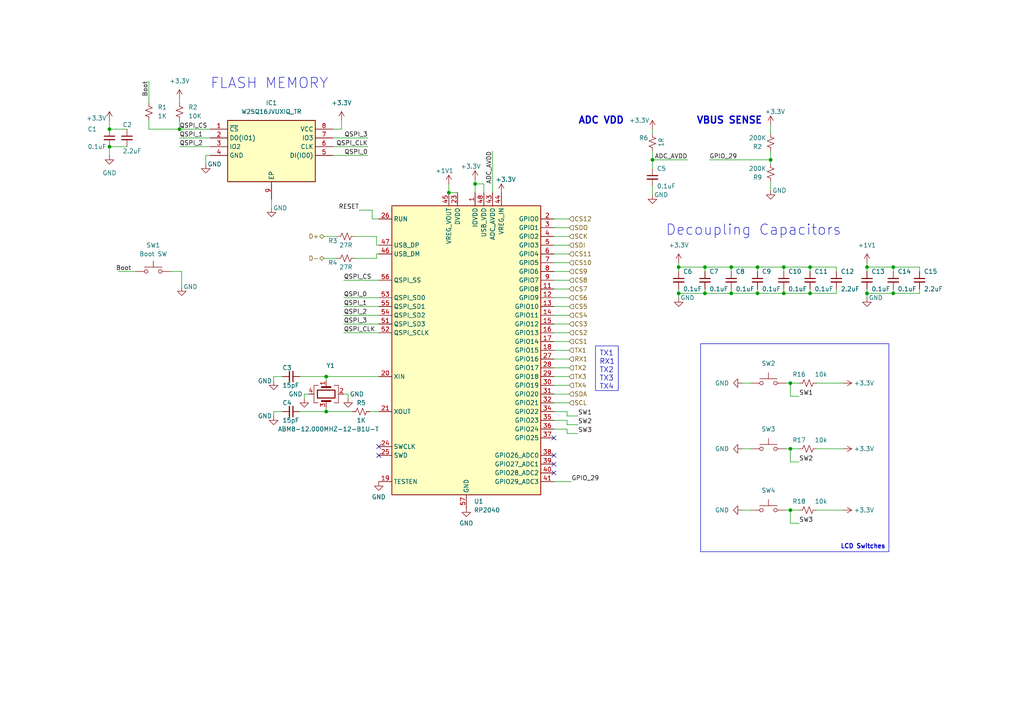
<source format=kicad_sch>
(kicad_sch (version 20230121) (generator eeschema)

  (uuid 308b2dcb-8ecf-4927-b6cd-8cc312dfa8e1)

  (paper "A4")

  (lib_symbols
    (symbol "Device:C_Small" (pin_numbers hide) (pin_names (offset 0.254) hide) (in_bom yes) (on_board yes)
      (property "Reference" "C" (at 0.254 1.778 0)
        (effects (font (size 1.27 1.27)) (justify left))
      )
      (property "Value" "C_Small" (at 0.254 -2.032 0)
        (effects (font (size 1.27 1.27)) (justify left))
      )
      (property "Footprint" "" (at 0 0 0)
        (effects (font (size 1.27 1.27)) hide)
      )
      (property "Datasheet" "~" (at 0 0 0)
        (effects (font (size 1.27 1.27)) hide)
      )
      (property "ki_keywords" "capacitor cap" (at 0 0 0)
        (effects (font (size 1.27 1.27)) hide)
      )
      (property "ki_description" "Unpolarized capacitor, small symbol" (at 0 0 0)
        (effects (font (size 1.27 1.27)) hide)
      )
      (property "ki_fp_filters" "C_*" (at 0 0 0)
        (effects (font (size 1.27 1.27)) hide)
      )
      (symbol "C_Small_0_1"
        (polyline
          (pts
            (xy -1.524 -0.508)
            (xy 1.524 -0.508)
          )
          (stroke (width 0.3302) (type default))
          (fill (type none))
        )
        (polyline
          (pts
            (xy -1.524 0.508)
            (xy 1.524 0.508)
          )
          (stroke (width 0.3048) (type default))
          (fill (type none))
        )
      )
      (symbol "C_Small_1_1"
        (pin passive line (at 0 2.54 270) (length 2.032)
          (name "~" (effects (font (size 1.27 1.27))))
          (number "1" (effects (font (size 1.27 1.27))))
        )
        (pin passive line (at 0 -2.54 90) (length 2.032)
          (name "~" (effects (font (size 1.27 1.27))))
          (number "2" (effects (font (size 1.27 1.27))))
        )
      )
    )
    (symbol "Device:Crystal_GND24" (pin_names (offset 1.016) hide) (in_bom yes) (on_board yes)
      (property "Reference" "Y" (at 3.175 5.08 0)
        (effects (font (size 1.27 1.27)) (justify left))
      )
      (property "Value" "Crystal_GND24" (at 3.175 3.175 0)
        (effects (font (size 1.27 1.27)) (justify left))
      )
      (property "Footprint" "" (at 0 0 0)
        (effects (font (size 1.27 1.27)) hide)
      )
      (property "Datasheet" "~" (at 0 0 0)
        (effects (font (size 1.27 1.27)) hide)
      )
      (property "ki_keywords" "quartz ceramic resonator oscillator" (at 0 0 0)
        (effects (font (size 1.27 1.27)) hide)
      )
      (property "ki_description" "Four pin crystal, GND on pins 2 and 4" (at 0 0 0)
        (effects (font (size 1.27 1.27)) hide)
      )
      (property "ki_fp_filters" "Crystal*" (at 0 0 0)
        (effects (font (size 1.27 1.27)) hide)
      )
      (symbol "Crystal_GND24_0_1"
        (rectangle (start -1.143 2.54) (end 1.143 -2.54)
          (stroke (width 0.3048) (type default))
          (fill (type none))
        )
        (polyline
          (pts
            (xy -2.54 0)
            (xy -2.032 0)
          )
          (stroke (width 0) (type default))
          (fill (type none))
        )
        (polyline
          (pts
            (xy -2.032 -1.27)
            (xy -2.032 1.27)
          )
          (stroke (width 0.508) (type default))
          (fill (type none))
        )
        (polyline
          (pts
            (xy 0 -3.81)
            (xy 0 -3.556)
          )
          (stroke (width 0) (type default))
          (fill (type none))
        )
        (polyline
          (pts
            (xy 0 3.556)
            (xy 0 3.81)
          )
          (stroke (width 0) (type default))
          (fill (type none))
        )
        (polyline
          (pts
            (xy 2.032 -1.27)
            (xy 2.032 1.27)
          )
          (stroke (width 0.508) (type default))
          (fill (type none))
        )
        (polyline
          (pts
            (xy 2.032 0)
            (xy 2.54 0)
          )
          (stroke (width 0) (type default))
          (fill (type none))
        )
        (polyline
          (pts
            (xy -2.54 -2.286)
            (xy -2.54 -3.556)
            (xy 2.54 -3.556)
            (xy 2.54 -2.286)
          )
          (stroke (width 0) (type default))
          (fill (type none))
        )
        (polyline
          (pts
            (xy -2.54 2.286)
            (xy -2.54 3.556)
            (xy 2.54 3.556)
            (xy 2.54 2.286)
          )
          (stroke (width 0) (type default))
          (fill (type none))
        )
      )
      (symbol "Crystal_GND24_1_1"
        (pin passive line (at -3.81 0 0) (length 1.27)
          (name "1" (effects (font (size 1.27 1.27))))
          (number "1" (effects (font (size 1.27 1.27))))
        )
        (pin passive line (at 0 5.08 270) (length 1.27)
          (name "2" (effects (font (size 1.27 1.27))))
          (number "2" (effects (font (size 1.27 1.27))))
        )
        (pin passive line (at 3.81 0 180) (length 1.27)
          (name "3" (effects (font (size 1.27 1.27))))
          (number "3" (effects (font (size 1.27 1.27))))
        )
        (pin passive line (at 0 -5.08 90) (length 1.27)
          (name "4" (effects (font (size 1.27 1.27))))
          (number "4" (effects (font (size 1.27 1.27))))
        )
      )
    )
    (symbol "Device:R_Small_US" (pin_numbers hide) (pin_names (offset 0.254) hide) (in_bom yes) (on_board yes)
      (property "Reference" "R" (at 0.762 0.508 0)
        (effects (font (size 1.27 1.27)) (justify left))
      )
      (property "Value" "R_Small_US" (at 0.762 -1.016 0)
        (effects (font (size 1.27 1.27)) (justify left))
      )
      (property "Footprint" "" (at 0 0 0)
        (effects (font (size 1.27 1.27)) hide)
      )
      (property "Datasheet" "~" (at 0 0 0)
        (effects (font (size 1.27 1.27)) hide)
      )
      (property "ki_keywords" "r resistor" (at 0 0 0)
        (effects (font (size 1.27 1.27)) hide)
      )
      (property "ki_description" "Resistor, small US symbol" (at 0 0 0)
        (effects (font (size 1.27 1.27)) hide)
      )
      (property "ki_fp_filters" "R_*" (at 0 0 0)
        (effects (font (size 1.27 1.27)) hide)
      )
      (symbol "R_Small_US_1_1"
        (polyline
          (pts
            (xy 0 0)
            (xy 1.016 -0.381)
            (xy 0 -0.762)
            (xy -1.016 -1.143)
            (xy 0 -1.524)
          )
          (stroke (width 0) (type default))
          (fill (type none))
        )
        (polyline
          (pts
            (xy 0 1.524)
            (xy 1.016 1.143)
            (xy 0 0.762)
            (xy -1.016 0.381)
            (xy 0 0)
          )
          (stroke (width 0) (type default))
          (fill (type none))
        )
        (pin passive line (at 0 2.54 270) (length 1.016)
          (name "~" (effects (font (size 1.27 1.27))))
          (number "1" (effects (font (size 1.27 1.27))))
        )
        (pin passive line (at 0 -2.54 90) (length 1.016)
          (name "~" (effects (font (size 1.27 1.27))))
          (number "2" (effects (font (size 1.27 1.27))))
        )
      )
    )
    (symbol "MCU_RaspberryPi:RP2040" (in_bom yes) (on_board yes)
      (property "Reference" "U" (at 17.78 45.72 0)
        (effects (font (size 1.27 1.27)))
      )
      (property "Value" "RP2040" (at 17.78 43.18 0)
        (effects (font (size 1.27 1.27)))
      )
      (property "Footprint" "Package_DFN_QFN:QFN-56-1EP_7x7mm_P0.4mm_EP3.2x3.2mm" (at 0 0 0)
        (effects (font (size 1.27 1.27)) hide)
      )
      (property "Datasheet" "https://datasheets.raspberrypi.com/rp2040/rp2040-datasheet.pdf" (at 0 0 0)
        (effects (font (size 1.27 1.27)) hide)
      )
      (property "ki_keywords" "RP2040 ARM Cortex-M0+ USB" (at 0 0 0)
        (effects (font (size 1.27 1.27)) hide)
      )
      (property "ki_description" "A microcontroller by Raspberry Pi" (at 0 0 0)
        (effects (font (size 1.27 1.27)) hide)
      )
      (property "ki_fp_filters" "QFN*1EP*7x7mm?P0.4mm*" (at 0 0 0)
        (effects (font (size 1.27 1.27)) hide)
      )
      (symbol "RP2040_0_1"
        (rectangle (start -21.59 41.91) (end 21.59 -41.91)
          (stroke (width 0.254) (type default))
          (fill (type background))
        )
      )
      (symbol "RP2040_1_1"
        (pin power_in line (at 2.54 45.72 270) (length 3.81)
          (name "IOVDD" (effects (font (size 1.27 1.27))))
          (number "1" (effects (font (size 1.27 1.27))))
        )
        (pin passive line (at 2.54 45.72 270) (length 3.81) hide
          (name "IOVDD" (effects (font (size 1.27 1.27))))
          (number "10" (effects (font (size 1.27 1.27))))
        )
        (pin bidirectional line (at 25.4 17.78 180) (length 3.81)
          (name "GPIO8" (effects (font (size 1.27 1.27))))
          (number "11" (effects (font (size 1.27 1.27))))
        )
        (pin bidirectional line (at 25.4 15.24 180) (length 3.81)
          (name "GPIO9" (effects (font (size 1.27 1.27))))
          (number "12" (effects (font (size 1.27 1.27))))
        )
        (pin bidirectional line (at 25.4 12.7 180) (length 3.81)
          (name "GPIO10" (effects (font (size 1.27 1.27))))
          (number "13" (effects (font (size 1.27 1.27))))
        )
        (pin bidirectional line (at 25.4 10.16 180) (length 3.81)
          (name "GPIO11" (effects (font (size 1.27 1.27))))
          (number "14" (effects (font (size 1.27 1.27))))
        )
        (pin bidirectional line (at 25.4 7.62 180) (length 3.81)
          (name "GPIO12" (effects (font (size 1.27 1.27))))
          (number "15" (effects (font (size 1.27 1.27))))
        )
        (pin bidirectional line (at 25.4 5.08 180) (length 3.81)
          (name "GPIO13" (effects (font (size 1.27 1.27))))
          (number "16" (effects (font (size 1.27 1.27))))
        )
        (pin bidirectional line (at 25.4 2.54 180) (length 3.81)
          (name "GPIO14" (effects (font (size 1.27 1.27))))
          (number "17" (effects (font (size 1.27 1.27))))
        )
        (pin bidirectional line (at 25.4 0 180) (length 3.81)
          (name "GPIO15" (effects (font (size 1.27 1.27))))
          (number "18" (effects (font (size 1.27 1.27))))
        )
        (pin input line (at -25.4 -38.1 0) (length 3.81)
          (name "TESTEN" (effects (font (size 1.27 1.27))))
          (number "19" (effects (font (size 1.27 1.27))))
        )
        (pin bidirectional line (at 25.4 38.1 180) (length 3.81)
          (name "GPIO0" (effects (font (size 1.27 1.27))))
          (number "2" (effects (font (size 1.27 1.27))))
        )
        (pin input line (at -25.4 -7.62 0) (length 3.81)
          (name "XIN" (effects (font (size 1.27 1.27))))
          (number "20" (effects (font (size 1.27 1.27))))
        )
        (pin passive line (at -25.4 -17.78 0) (length 3.81)
          (name "XOUT" (effects (font (size 1.27 1.27))))
          (number "21" (effects (font (size 1.27 1.27))))
        )
        (pin passive line (at 2.54 45.72 270) (length 3.81) hide
          (name "IOVDD" (effects (font (size 1.27 1.27))))
          (number "22" (effects (font (size 1.27 1.27))))
        )
        (pin power_in line (at -2.54 45.72 270) (length 3.81)
          (name "DVDD" (effects (font (size 1.27 1.27))))
          (number "23" (effects (font (size 1.27 1.27))))
        )
        (pin input line (at -25.4 -27.94 0) (length 3.81)
          (name "SWCLK" (effects (font (size 1.27 1.27))))
          (number "24" (effects (font (size 1.27 1.27))))
        )
        (pin bidirectional line (at -25.4 -30.48 0) (length 3.81)
          (name "SWD" (effects (font (size 1.27 1.27))))
          (number "25" (effects (font (size 1.27 1.27))))
        )
        (pin input line (at -25.4 38.1 0) (length 3.81)
          (name "RUN" (effects (font (size 1.27 1.27))))
          (number "26" (effects (font (size 1.27 1.27))))
        )
        (pin bidirectional line (at 25.4 -2.54 180) (length 3.81)
          (name "GPIO16" (effects (font (size 1.27 1.27))))
          (number "27" (effects (font (size 1.27 1.27))))
        )
        (pin bidirectional line (at 25.4 -5.08 180) (length 3.81)
          (name "GPIO17" (effects (font (size 1.27 1.27))))
          (number "28" (effects (font (size 1.27 1.27))))
        )
        (pin bidirectional line (at 25.4 -7.62 180) (length 3.81)
          (name "GPIO18" (effects (font (size 1.27 1.27))))
          (number "29" (effects (font (size 1.27 1.27))))
        )
        (pin bidirectional line (at 25.4 35.56 180) (length 3.81)
          (name "GPIO1" (effects (font (size 1.27 1.27))))
          (number "3" (effects (font (size 1.27 1.27))))
        )
        (pin bidirectional line (at 25.4 -10.16 180) (length 3.81)
          (name "GPIO19" (effects (font (size 1.27 1.27))))
          (number "30" (effects (font (size 1.27 1.27))))
        )
        (pin bidirectional line (at 25.4 -12.7 180) (length 3.81)
          (name "GPIO20" (effects (font (size 1.27 1.27))))
          (number "31" (effects (font (size 1.27 1.27))))
        )
        (pin bidirectional line (at 25.4 -15.24 180) (length 3.81)
          (name "GPIO21" (effects (font (size 1.27 1.27))))
          (number "32" (effects (font (size 1.27 1.27))))
        )
        (pin passive line (at 2.54 45.72 270) (length 3.81) hide
          (name "IOVDD" (effects (font (size 1.27 1.27))))
          (number "33" (effects (font (size 1.27 1.27))))
        )
        (pin bidirectional line (at 25.4 -17.78 180) (length 3.81)
          (name "GPIO22" (effects (font (size 1.27 1.27))))
          (number "34" (effects (font (size 1.27 1.27))))
        )
        (pin bidirectional line (at 25.4 -20.32 180) (length 3.81)
          (name "GPIO23" (effects (font (size 1.27 1.27))))
          (number "35" (effects (font (size 1.27 1.27))))
        )
        (pin bidirectional line (at 25.4 -22.86 180) (length 3.81)
          (name "GPIO24" (effects (font (size 1.27 1.27))))
          (number "36" (effects (font (size 1.27 1.27))))
        )
        (pin bidirectional line (at 25.4 -25.4 180) (length 3.81)
          (name "GPIO25" (effects (font (size 1.27 1.27))))
          (number "37" (effects (font (size 1.27 1.27))))
        )
        (pin bidirectional line (at 25.4 -30.48 180) (length 3.81)
          (name "GPIO26_ADC0" (effects (font (size 1.27 1.27))))
          (number "38" (effects (font (size 1.27 1.27))))
        )
        (pin bidirectional line (at 25.4 -33.02 180) (length 3.81)
          (name "GPIO27_ADC1" (effects (font (size 1.27 1.27))))
          (number "39" (effects (font (size 1.27 1.27))))
        )
        (pin bidirectional line (at 25.4 33.02 180) (length 3.81)
          (name "GPIO2" (effects (font (size 1.27 1.27))))
          (number "4" (effects (font (size 1.27 1.27))))
        )
        (pin bidirectional line (at 25.4 -35.56 180) (length 3.81)
          (name "GPIO28_ADC2" (effects (font (size 1.27 1.27))))
          (number "40" (effects (font (size 1.27 1.27))))
        )
        (pin bidirectional line (at 25.4 -38.1 180) (length 3.81)
          (name "GPIO29_ADC3" (effects (font (size 1.27 1.27))))
          (number "41" (effects (font (size 1.27 1.27))))
        )
        (pin passive line (at 2.54 45.72 270) (length 3.81) hide
          (name "IOVDD" (effects (font (size 1.27 1.27))))
          (number "42" (effects (font (size 1.27 1.27))))
        )
        (pin power_in line (at 7.62 45.72 270) (length 3.81)
          (name "ADC_AVDD" (effects (font (size 1.27 1.27))))
          (number "43" (effects (font (size 1.27 1.27))))
        )
        (pin power_in line (at 10.16 45.72 270) (length 3.81)
          (name "VREG_IN" (effects (font (size 1.27 1.27))))
          (number "44" (effects (font (size 1.27 1.27))))
        )
        (pin power_out line (at -5.08 45.72 270) (length 3.81)
          (name "VREG_VOUT" (effects (font (size 1.27 1.27))))
          (number "45" (effects (font (size 1.27 1.27))))
        )
        (pin bidirectional line (at -25.4 27.94 0) (length 3.81)
          (name "USB_DM" (effects (font (size 1.27 1.27))))
          (number "46" (effects (font (size 1.27 1.27))))
        )
        (pin bidirectional line (at -25.4 30.48 0) (length 3.81)
          (name "USB_DP" (effects (font (size 1.27 1.27))))
          (number "47" (effects (font (size 1.27 1.27))))
        )
        (pin power_in line (at 5.08 45.72 270) (length 3.81)
          (name "USB_VDD" (effects (font (size 1.27 1.27))))
          (number "48" (effects (font (size 1.27 1.27))))
        )
        (pin passive line (at 2.54 45.72 270) (length 3.81) hide
          (name "IOVDD" (effects (font (size 1.27 1.27))))
          (number "49" (effects (font (size 1.27 1.27))))
        )
        (pin bidirectional line (at 25.4 30.48 180) (length 3.81)
          (name "GPIO3" (effects (font (size 1.27 1.27))))
          (number "5" (effects (font (size 1.27 1.27))))
        )
        (pin passive line (at -2.54 45.72 270) (length 3.81) hide
          (name "DVDD" (effects (font (size 1.27 1.27))))
          (number "50" (effects (font (size 1.27 1.27))))
        )
        (pin bidirectional line (at -25.4 7.62 0) (length 3.81)
          (name "QSPI_SD3" (effects (font (size 1.27 1.27))))
          (number "51" (effects (font (size 1.27 1.27))))
        )
        (pin output line (at -25.4 5.08 0) (length 3.81)
          (name "QSPI_SCLK" (effects (font (size 1.27 1.27))))
          (number "52" (effects (font (size 1.27 1.27))))
        )
        (pin bidirectional line (at -25.4 15.24 0) (length 3.81)
          (name "QSPI_SD0" (effects (font (size 1.27 1.27))))
          (number "53" (effects (font (size 1.27 1.27))))
        )
        (pin bidirectional line (at -25.4 10.16 0) (length 3.81)
          (name "QSPI_SD2" (effects (font (size 1.27 1.27))))
          (number "54" (effects (font (size 1.27 1.27))))
        )
        (pin bidirectional line (at -25.4 12.7 0) (length 3.81)
          (name "QSPI_SD1" (effects (font (size 1.27 1.27))))
          (number "55" (effects (font (size 1.27 1.27))))
        )
        (pin bidirectional line (at -25.4 20.32 0) (length 3.81)
          (name "QSPI_SS" (effects (font (size 1.27 1.27))))
          (number "56" (effects (font (size 1.27 1.27))))
        )
        (pin power_in line (at 0 -45.72 90) (length 3.81)
          (name "GND" (effects (font (size 1.27 1.27))))
          (number "57" (effects (font (size 1.27 1.27))))
        )
        (pin bidirectional line (at 25.4 27.94 180) (length 3.81)
          (name "GPIO4" (effects (font (size 1.27 1.27))))
          (number "6" (effects (font (size 1.27 1.27))))
        )
        (pin bidirectional line (at 25.4 25.4 180) (length 3.81)
          (name "GPIO5" (effects (font (size 1.27 1.27))))
          (number "7" (effects (font (size 1.27 1.27))))
        )
        (pin bidirectional line (at 25.4 22.86 180) (length 3.81)
          (name "GPIO6" (effects (font (size 1.27 1.27))))
          (number "8" (effects (font (size 1.27 1.27))))
        )
        (pin bidirectional line (at 25.4 20.32 180) (length 3.81)
          (name "GPIO7" (effects (font (size 1.27 1.27))))
          (number "9" (effects (font (size 1.27 1.27))))
        )
      )
    )
    (symbol "SamacSys Downloaded:W25Q16JVUXIQ_TR" (in_bom yes) (on_board yes)
      (property "Reference" "IC" (at 31.75 7.62 0)
        (effects (font (size 1.27 1.27)) (justify left top))
      )
      (property "Value" "W25Q16JVUXIQ_TR" (at 31.75 5.08 0)
        (effects (font (size 1.27 1.27)) (justify left top))
      )
      (property "Footprint" "SON50P300X200X60-9N" (at 31.75 -94.92 0)
        (effects (font (size 1.27 1.27)) (justify left top) hide)
      )
      (property "Datasheet" "https://componentsearchengine.com/Datasheets/1/W25Q16JVUXIQ TR.pdf" (at 31.75 -194.92 0)
        (effects (font (size 1.27 1.27)) (justify left top) hide)
      )
      (property "Height" "0.6" (at 31.75 -394.92 0)
        (effects (font (size 1.27 1.27)) (justify left top) hide)
      )
      (property "Mouser Part Number" "454-W25Q16JVUXIQTR" (at 31.75 -494.92 0)
        (effects (font (size 1.27 1.27)) (justify left top) hide)
      )
      (property "Mouser Price/Stock" "https://www.mouser.co.uk/ProductDetail/Winbond/W25Q16JVUXIQ-TR?qs=qSfuJ%252Bfl%2Fd7SDdIHLGOd1g%3D%3D" (at 31.75 -594.92 0)
        (effects (font (size 1.27 1.27)) (justify left top) hide)
      )
      (property "Manufacturer_Name" "Winbond" (at 31.75 -694.92 0)
        (effects (font (size 1.27 1.27)) (justify left top) hide)
      )
      (property "Manufacturer_Part_Number" "W25Q16JVUXIQ TR" (at 31.75 -794.92 0)
        (effects (font (size 1.27 1.27)) (justify left top) hide)
      )
      (property "ki_description" "NOR Flash spiFlash, 3V, 16M-bit, 4Kb Uniform Sector, DTR" (at 0 0 0)
        (effects (font (size 1.27 1.27)) hide)
      )
      (symbol "W25Q16JVUXIQ_TR_1_1"
        (rectangle (start 5.08 2.54) (end 30.48 -15.24)
          (stroke (width 0.254) (type default))
          (fill (type background))
        )
        (pin passive line (at 0 0 0) (length 5.08)
          (name "~{CS}" (effects (font (size 1.27 1.27))))
          (number "1" (effects (font (size 1.27 1.27))))
        )
        (pin passive line (at 0 -2.54 0) (length 5.08)
          (name "DO(IO1)" (effects (font (size 1.27 1.27))))
          (number "2" (effects (font (size 1.27 1.27))))
        )
        (pin passive line (at 0 -5.08 0) (length 5.08)
          (name "IO2" (effects (font (size 1.27 1.27))))
          (number "3" (effects (font (size 1.27 1.27))))
        )
        (pin passive line (at 0 -7.62 0) (length 5.08)
          (name "GND" (effects (font (size 1.27 1.27))))
          (number "4" (effects (font (size 1.27 1.27))))
        )
        (pin passive line (at 35.56 -7.62 180) (length 5.08)
          (name "DI(IO0)" (effects (font (size 1.27 1.27))))
          (number "5" (effects (font (size 1.27 1.27))))
        )
        (pin passive line (at 35.56 -5.08 180) (length 5.08)
          (name "CLK" (effects (font (size 1.27 1.27))))
          (number "6" (effects (font (size 1.27 1.27))))
        )
        (pin passive line (at 35.56 -2.54 180) (length 5.08)
          (name "IO3" (effects (font (size 1.27 1.27))))
          (number "7" (effects (font (size 1.27 1.27))))
        )
        (pin passive line (at 35.56 0 180) (length 5.08)
          (name "VCC" (effects (font (size 1.27 1.27))))
          (number "8" (effects (font (size 1.27 1.27))))
        )
        (pin passive line (at 17.78 -20.32 90) (length 5.08)
          (name "EP" (effects (font (size 1.27 1.27))))
          (number "9" (effects (font (size 1.27 1.27))))
        )
      )
    )
    (symbol "Switch:SW_Push" (pin_numbers hide) (pin_names (offset 1.016) hide) (in_bom yes) (on_board yes)
      (property "Reference" "SW" (at 1.27 2.54 0)
        (effects (font (size 1.27 1.27)) (justify left))
      )
      (property "Value" "SW_Push" (at 0 -1.524 0)
        (effects (font (size 1.27 1.27)))
      )
      (property "Footprint" "" (at 0 5.08 0)
        (effects (font (size 1.27 1.27)) hide)
      )
      (property "Datasheet" "~" (at 0 5.08 0)
        (effects (font (size 1.27 1.27)) hide)
      )
      (property "ki_keywords" "switch normally-open pushbutton push-button" (at 0 0 0)
        (effects (font (size 1.27 1.27)) hide)
      )
      (property "ki_description" "Push button switch, generic, two pins" (at 0 0 0)
        (effects (font (size 1.27 1.27)) hide)
      )
      (symbol "SW_Push_0_1"
        (circle (center -2.032 0) (radius 0.508)
          (stroke (width 0) (type default))
          (fill (type none))
        )
        (polyline
          (pts
            (xy 0 1.27)
            (xy 0 3.048)
          )
          (stroke (width 0) (type default))
          (fill (type none))
        )
        (polyline
          (pts
            (xy 2.54 1.27)
            (xy -2.54 1.27)
          )
          (stroke (width 0) (type default))
          (fill (type none))
        )
        (circle (center 2.032 0) (radius 0.508)
          (stroke (width 0) (type default))
          (fill (type none))
        )
        (pin passive line (at -5.08 0 0) (length 2.54)
          (name "1" (effects (font (size 1.27 1.27))))
          (number "1" (effects (font (size 1.27 1.27))))
        )
        (pin passive line (at 5.08 0 180) (length 2.54)
          (name "2" (effects (font (size 1.27 1.27))))
          (number "2" (effects (font (size 1.27 1.27))))
        )
      )
    )
    (symbol "power:+1V1" (power) (pin_names (offset 0)) (in_bom yes) (on_board yes)
      (property "Reference" "#PWR" (at 0 -3.81 0)
        (effects (font (size 1.27 1.27)) hide)
      )
      (property "Value" "+1V1" (at 0 3.556 0)
        (effects (font (size 1.27 1.27)))
      )
      (property "Footprint" "" (at 0 0 0)
        (effects (font (size 1.27 1.27)) hide)
      )
      (property "Datasheet" "" (at 0 0 0)
        (effects (font (size 1.27 1.27)) hide)
      )
      (property "ki_keywords" "global power" (at 0 0 0)
        (effects (font (size 1.27 1.27)) hide)
      )
      (property "ki_description" "Power symbol creates a global label with name \"+1V1\"" (at 0 0 0)
        (effects (font (size 1.27 1.27)) hide)
      )
      (symbol "+1V1_0_1"
        (polyline
          (pts
            (xy -0.762 1.27)
            (xy 0 2.54)
          )
          (stroke (width 0) (type default))
          (fill (type none))
        )
        (polyline
          (pts
            (xy 0 0)
            (xy 0 2.54)
          )
          (stroke (width 0) (type default))
          (fill (type none))
        )
        (polyline
          (pts
            (xy 0 2.54)
            (xy 0.762 1.27)
          )
          (stroke (width 0) (type default))
          (fill (type none))
        )
      )
      (symbol "+1V1_1_1"
        (pin power_in line (at 0 0 90) (length 0) hide
          (name "+1V1" (effects (font (size 1.27 1.27))))
          (number "1" (effects (font (size 1.27 1.27))))
        )
      )
    )
    (symbol "power:+3.3V" (power) (pin_names (offset 0)) (in_bom yes) (on_board yes)
      (property "Reference" "#PWR" (at 0 -3.81 0)
        (effects (font (size 1.27 1.27)) hide)
      )
      (property "Value" "+3.3V" (at 0 3.556 0)
        (effects (font (size 1.27 1.27)))
      )
      (property "Footprint" "" (at 0 0 0)
        (effects (font (size 1.27 1.27)) hide)
      )
      (property "Datasheet" "" (at 0 0 0)
        (effects (font (size 1.27 1.27)) hide)
      )
      (property "ki_keywords" "global power" (at 0 0 0)
        (effects (font (size 1.27 1.27)) hide)
      )
      (property "ki_description" "Power symbol creates a global label with name \"+3.3V\"" (at 0 0 0)
        (effects (font (size 1.27 1.27)) hide)
      )
      (symbol "+3.3V_0_1"
        (polyline
          (pts
            (xy -0.762 1.27)
            (xy 0 2.54)
          )
          (stroke (width 0) (type default))
          (fill (type none))
        )
        (polyline
          (pts
            (xy 0 0)
            (xy 0 2.54)
          )
          (stroke (width 0) (type default))
          (fill (type none))
        )
        (polyline
          (pts
            (xy 0 2.54)
            (xy 0.762 1.27)
          )
          (stroke (width 0) (type default))
          (fill (type none))
        )
      )
      (symbol "+3.3V_1_1"
        (pin power_in line (at 0 0 90) (length 0) hide
          (name "+3.3V" (effects (font (size 1.27 1.27))))
          (number "1" (effects (font (size 1.27 1.27))))
        )
      )
    )
    (symbol "power:GND" (power) (pin_names (offset 0)) (in_bom yes) (on_board yes)
      (property "Reference" "#PWR" (at 0 -6.35 0)
        (effects (font (size 1.27 1.27)) hide)
      )
      (property "Value" "GND" (at 0 -3.81 0)
        (effects (font (size 1.27 1.27)))
      )
      (property "Footprint" "" (at 0 0 0)
        (effects (font (size 1.27 1.27)) hide)
      )
      (property "Datasheet" "" (at 0 0 0)
        (effects (font (size 1.27 1.27)) hide)
      )
      (property "ki_keywords" "global power" (at 0 0 0)
        (effects (font (size 1.27 1.27)) hide)
      )
      (property "ki_description" "Power symbol creates a global label with name \"GND\" , ground" (at 0 0 0)
        (effects (font (size 1.27 1.27)) hide)
      )
      (symbol "GND_0_1"
        (polyline
          (pts
            (xy 0 0)
            (xy 0 -1.27)
            (xy 1.27 -1.27)
            (xy 0 -2.54)
            (xy -1.27 -1.27)
            (xy 0 -1.27)
          )
          (stroke (width 0) (type default))
          (fill (type none))
        )
      )
      (symbol "GND_1_1"
        (pin power_in line (at 0 0 270) (length 0) hide
          (name "GND" (effects (font (size 1.27 1.27))))
          (number "1" (effects (font (size 1.27 1.27))))
        )
      )
    )
  )

  (junction (at 259.08 77.47) (diameter 0) (color 0 0 0 0)
    (uuid 0439468f-cd2b-4360-9bce-0faeeb2aec65)
  )
  (junction (at 227.33 85.09) (diameter 0) (color 0 0 0 0)
    (uuid 090f308b-98fe-4376-b5ef-3cb4962afb49)
  )
  (junction (at 229.235 130.175) (diameter 0) (color 0 0 0 0)
    (uuid 0964cbc2-d079-483f-a49d-b5790e036402)
  )
  (junction (at 219.71 85.09) (diameter 0) (color 0 0 0 0)
    (uuid 0ee1f0e5-e954-4d6f-a436-530d7b34ece4)
  )
  (junction (at 212.09 77.47) (diameter 0) (color 0 0 0 0)
    (uuid 10143c9d-523c-44a9-a342-80104545d6f5)
  )
  (junction (at 227.33 77.47) (diameter 0) (color 0 0 0 0)
    (uuid 176c2753-0392-4a57-8e6a-f2b012385964)
  )
  (junction (at 234.95 77.47) (diameter 0) (color 0 0 0 0)
    (uuid 25db6557-b206-4039-9700-118baaf49ea5)
  )
  (junction (at 234.95 85.09) (diameter 0) (color 0 0 0 0)
    (uuid 2910c4f0-4e74-4764-bf37-bf5f92644810)
  )
  (junction (at 94.615 119.38) (diameter 0) (color 0 0 0 0)
    (uuid 2d6f0fc3-3157-4f09-8763-6431a6337bd8)
  )
  (junction (at 251.46 85.09) (diameter 0) (color 0 0 0 0)
    (uuid 3ab58fe8-d98e-4d8e-a79d-92430b0121dc)
  )
  (junction (at 52.07 37.465) (diameter 0) (color 0 0 0 0)
    (uuid 4be42c0d-1f18-4446-a70f-d7455f41a2cd)
  )
  (junction (at 196.85 85.09) (diameter 0) (color 0 0 0 0)
    (uuid 4e13d431-2eec-4b34-9bdc-519ac0e3dd70)
  )
  (junction (at 130.175 55.88) (diameter 0) (color 0 0 0 0)
    (uuid 5b514e4c-83bf-4df2-8a7d-4c602a4c0dfa)
  )
  (junction (at 31.75 42.545) (diameter 0) (color 0 0 0 0)
    (uuid 65289462-510b-4d38-b27c-837035387215)
  )
  (junction (at 189.23 46.355) (diameter 0) (color 0 0 0 0)
    (uuid 6dc69498-a960-42a6-b355-7edf3263228d)
  )
  (junction (at 229.235 147.955) (diameter 0) (color 0 0 0 0)
    (uuid 7005ac0f-26c3-4cf8-8973-1503a9602938)
  )
  (junction (at 251.46 77.47) (diameter 0) (color 0 0 0 0)
    (uuid 70f7a804-dad6-4887-b38f-90f28cf14367)
  )
  (junction (at 204.47 77.47) (diameter 0) (color 0 0 0 0)
    (uuid 734a5e18-0374-40dd-a1a4-da8027a2763d)
  )
  (junction (at 259.08 85.09) (diameter 0) (color 0 0 0 0)
    (uuid 76fc75b6-094a-4317-96fc-252a961a90be)
  )
  (junction (at 229.235 111.125) (diameter 0) (color 0 0 0 0)
    (uuid 77224216-90aa-499e-8e0d-6513d987f53d)
  )
  (junction (at 137.795 53.34) (diameter 0) (color 0 0 0 0)
    (uuid 8dee231a-1702-499f-94a5-528f3bc5c791)
  )
  (junction (at 94.615 109.22) (diameter 0) (color 0 0 0 0)
    (uuid b99646ed-1442-49ec-9518-8585a52a1fb1)
  )
  (junction (at 196.85 77.47) (diameter 0) (color 0 0 0 0)
    (uuid c60fb5ab-bcf4-42b9-b107-f86d68b4bb9d)
  )
  (junction (at 31.75 37.465) (diameter 0) (color 0 0 0 0)
    (uuid d927e93b-dd52-4af3-9464-cd0905eb72a2)
  )
  (junction (at 212.09 85.09) (diameter 0) (color 0 0 0 0)
    (uuid d9b3a976-0eac-4e65-9c9c-d0015cc76edc)
  )
  (junction (at 223.52 46.355) (diameter 0) (color 0 0 0 0)
    (uuid e3244e21-823e-42eb-992d-e56219a56032)
  )
  (junction (at 204.47 85.09) (diameter 0) (color 0 0 0 0)
    (uuid f3972470-007a-4f82-9254-e400d7978005)
  )
  (junction (at 219.71 77.47) (diameter 0) (color 0 0 0 0)
    (uuid f43a207e-b532-4ccb-9eec-dd0b0109d78c)
  )

  (no_connect (at 160.655 132.08) (uuid 32da47c2-79c9-4577-bb13-7ef0c5f32bbc))
  (no_connect (at 160.655 134.62) (uuid 34726ed5-1a2f-4edc-ae9f-faecea3f4508))
  (no_connect (at 160.655 137.16) (uuid 613227ce-25c1-4d3a-879c-d46b085a7a50))
  (no_connect (at 160.655 127) (uuid 6e5aa748-0973-4f47-a527-84946ec28c9e))
  (no_connect (at 109.855 129.54) (uuid 6fea857f-4f4e-4afc-b3de-a9f43abaf5f2))
  (no_connect (at 109.855 132.08) (uuid 84e84764-ddc1-40b2-a276-d273ce8e091f))

  (wire (pts (xy 204.47 85.09) (xy 196.85 85.09))
    (stroke (width 0) (type default))
    (uuid 002fdc94-1c6f-411b-82db-4cbbb9d4db11)
  )
  (wire (pts (xy 266.7 77.47) (xy 259.08 77.47))
    (stroke (width 0) (type default))
    (uuid 03c674e5-a6de-4cf7-9f6a-b5bc880ef150)
  )
  (wire (pts (xy 231.775 114.935) (xy 229.235 114.935))
    (stroke (width 0) (type default))
    (uuid 0499ae21-1067-4e2a-b73f-c34b40ea7d99)
  )
  (wire (pts (xy 212.09 83.82) (xy 212.09 85.09))
    (stroke (width 0) (type default))
    (uuid 0550bf6a-b3e1-4845-a5ff-e85437681c37)
  )
  (wire (pts (xy 242.57 78.74) (xy 242.57 77.47))
    (stroke (width 0) (type default))
    (uuid 0744020b-9ad7-474f-9517-a3c06f4daf40)
  )
  (wire (pts (xy 43.18 34.925) (xy 43.18 37.465))
    (stroke (width 0) (type default))
    (uuid 0747d9a2-0c70-42ce-8af8-585fd03db03b)
  )
  (wire (pts (xy 106.68 40.005) (xy 96.52 40.005))
    (stroke (width 0) (type default))
    (uuid 0a5aa905-28a8-4781-8f5f-7d4e1843293e)
  )
  (wire (pts (xy 223.52 43.815) (xy 223.52 46.355))
    (stroke (width 0) (type default))
    (uuid 0b692853-3afa-41fb-a319-8fe985a0f430)
  )
  (wire (pts (xy 229.235 151.765) (xy 229.235 147.955))
    (stroke (width 0) (type default))
    (uuid 0f1f0afa-83f3-41f8-9004-7ca337f8bbb5)
  )
  (wire (pts (xy 259.08 77.47) (xy 259.08 78.74))
    (stroke (width 0) (type default))
    (uuid 0fe5fd22-7675-4723-a19d-020d4588a006)
  )
  (wire (pts (xy 212.09 77.47) (xy 212.09 78.74))
    (stroke (width 0) (type default))
    (uuid 1056a8a2-87c4-48cb-b1da-76739611ff9d)
  )
  (wire (pts (xy 99.695 91.44) (xy 109.855 91.44))
    (stroke (width 0) (type default))
    (uuid 13310e0c-df87-4e03-9c10-614c2b9cca5b)
  )
  (wire (pts (xy 227.33 77.47) (xy 227.33 78.74))
    (stroke (width 0) (type default))
    (uuid 14174733-c2be-454e-9910-25a0f73e01e3)
  )
  (wire (pts (xy 227.33 83.82) (xy 227.33 85.09))
    (stroke (width 0) (type default))
    (uuid 14562dfa-073c-4e1e-b514-98051ce67007)
  )
  (wire (pts (xy 52.07 28.575) (xy 52.07 29.845))
    (stroke (width 0) (type default))
    (uuid 1554d136-c9cd-4aeb-9c85-dbff27d69faf)
  )
  (wire (pts (xy 165.1 104.14) (xy 160.655 104.14))
    (stroke (width 0) (type default))
    (uuid 1638f0fa-7027-4288-b8d7-dc63ccdd674b)
  )
  (wire (pts (xy 164.465 123.19) (xy 164.465 121.92))
    (stroke (width 0) (type default))
    (uuid 17451976-6206-427c-b56c-f1c7e0129b7b)
  )
  (wire (pts (xy 43.18 23.495) (xy 43.18 29.845))
    (stroke (width 0) (type default))
    (uuid 176641cc-a3cc-4d5e-9e6c-7bfaaef56f1f)
  )
  (wire (pts (xy 242.57 77.47) (xy 234.95 77.47))
    (stroke (width 0) (type default))
    (uuid 18d76ec6-e4eb-4c53-a7fd-9add29c5cca4)
  )
  (wire (pts (xy 165.1 114.3) (xy 160.655 114.3))
    (stroke (width 0) (type default))
    (uuid 1a6d5483-195f-4119-b9f1-38a72fb8a842)
  )
  (wire (pts (xy 229.235 111.125) (xy 231.775 111.125))
    (stroke (width 0) (type default))
    (uuid 1cd45c14-a872-4a49-bc35-0c0a181541e1)
  )
  (wire (pts (xy 102.87 68.58) (xy 109.22 68.58))
    (stroke (width 0) (type default))
    (uuid 1dc82b1e-2a36-4d14-8086-e4c0c88ab158)
  )
  (wire (pts (xy 227.965 130.175) (xy 229.235 130.175))
    (stroke (width 0) (type default))
    (uuid 1ebaec4d-9c7d-4bc6-92c4-f5a5c69f6b39)
  )
  (wire (pts (xy 236.855 111.125) (xy 244.475 111.125))
    (stroke (width 0) (type default))
    (uuid 1f9ae7ec-0c89-409c-8884-ccbba901f988)
  )
  (wire (pts (xy 130.175 53.34) (xy 130.175 55.88))
    (stroke (width 0) (type default))
    (uuid 206e7216-f2a4-45e0-96ea-1d434bc16b4b)
  )
  (wire (pts (xy 223.52 46.355) (xy 223.52 47.625))
    (stroke (width 0) (type default))
    (uuid 2102c9e0-5731-4e19-b21e-f87be750c22d)
  )
  (wire (pts (xy 204.47 77.47) (xy 196.85 77.47))
    (stroke (width 0) (type default))
    (uuid 23342f94-1087-4ece-aae9-194ff77442af)
  )
  (wire (pts (xy 251.46 76.2) (xy 251.46 77.47))
    (stroke (width 0) (type default))
    (uuid 2443e9ec-467b-410e-b95b-a7a16c3f5bc6)
  )
  (wire (pts (xy 102.87 74.93) (xy 109.22 74.93))
    (stroke (width 0) (type default))
    (uuid 253711d7-e037-48bd-a62b-78768a728bb0)
  )
  (wire (pts (xy 251.46 77.47) (xy 251.46 78.74))
    (stroke (width 0) (type default))
    (uuid 259e0c46-890d-411e-be2d-d8d7ca9601cf)
  )
  (wire (pts (xy 242.57 85.09) (xy 234.95 85.09))
    (stroke (width 0) (type default))
    (uuid 2666a555-2d7e-4a85-a03e-d32ca92d5587)
  )
  (wire (pts (xy 88.265 115.57) (xy 88.265 114.3))
    (stroke (width 0) (type default))
    (uuid 27cde6b1-07b8-4c25-affb-3e30ab4d4b31)
  )
  (wire (pts (xy 259.08 83.82) (xy 259.08 85.09))
    (stroke (width 0) (type default))
    (uuid 286b7dae-c730-40b5-86ac-30cd0b9b7768)
  )
  (wire (pts (xy 34.29 78.74) (xy 39.37 78.74))
    (stroke (width 0) (type default))
    (uuid 28e02f2b-0af6-44bb-bfee-eec928ea9fe7)
  )
  (wire (pts (xy 79.375 109.22) (xy 81.915 109.22))
    (stroke (width 0) (type default))
    (uuid 293a6598-d67d-4fc6-8016-9599096a55e2)
  )
  (wire (pts (xy 88.265 114.3) (xy 89.535 114.3))
    (stroke (width 0) (type default))
    (uuid 29ee3fd9-5d89-469e-8998-5de7c0163ca7)
  )
  (wire (pts (xy 167.64 123.19) (xy 164.465 123.19))
    (stroke (width 0) (type default))
    (uuid 29fdff32-d1a4-4c82-89bc-f01679e895d7)
  )
  (wire (pts (xy 165.1 91.44) (xy 160.655 91.44))
    (stroke (width 0) (type default))
    (uuid 2be90171-66a8-459f-a9cb-3150b4ef06bf)
  )
  (wire (pts (xy 94.615 119.38) (xy 94.615 118.11))
    (stroke (width 0) (type default))
    (uuid 2d488fbd-cc52-4de4-997d-2890956a1fa0)
  )
  (wire (pts (xy 189.23 43.815) (xy 189.23 46.355))
    (stroke (width 0) (type default))
    (uuid 31772be0-e200-4fc8-b659-c79c1237615b)
  )
  (wire (pts (xy 160.655 71.12) (xy 165.1 71.12))
    (stroke (width 0) (type default))
    (uuid 339c6b43-26cf-449a-bbbb-604f05a8180d)
  )
  (wire (pts (xy 266.7 85.09) (xy 259.08 85.09))
    (stroke (width 0) (type default))
    (uuid 3630f514-98b8-46a1-9a97-b6d1569a1b52)
  )
  (wire (pts (xy 104.14 60.96) (xy 107.95 60.96))
    (stroke (width 0) (type default))
    (uuid 37c403ed-42cb-4513-ac80-37caf6cea3e9)
  )
  (wire (pts (xy 99.06 37.465) (xy 99.06 34.925))
    (stroke (width 0) (type default))
    (uuid 38214e52-db42-45c9-8d09-35f17b1b41ed)
  )
  (wire (pts (xy 229.235 130.175) (xy 231.775 130.175))
    (stroke (width 0) (type default))
    (uuid 38a5de61-607f-41d8-b47a-ebd4509cc7af)
  )
  (wire (pts (xy 109.22 71.12) (xy 109.855 71.12))
    (stroke (width 0) (type default))
    (uuid 3bc8e8ca-c2cc-472e-b9c9-6c7f53dbd92d)
  )
  (wire (pts (xy 109.855 109.22) (xy 94.615 109.22))
    (stroke (width 0) (type default))
    (uuid 3c9a4a04-4d9d-459f-816a-edcdafdfb3e7)
  )
  (wire (pts (xy 219.71 85.09) (xy 212.09 85.09))
    (stroke (width 0) (type default))
    (uuid 45477d2d-b9a2-4a02-92e8-ee9e9a0ef6fb)
  )
  (wire (pts (xy 140.335 55.88) (xy 140.335 53.34))
    (stroke (width 0) (type default))
    (uuid 4b477cdf-9193-4fc4-86ee-c659ccb8b7d0)
  )
  (wire (pts (xy 259.08 85.09) (xy 251.46 85.09))
    (stroke (width 0) (type default))
    (uuid 4bcc94d4-f580-424e-a037-682adbb2a8ca)
  )
  (wire (pts (xy 223.52 52.705) (xy 223.52 55.245))
    (stroke (width 0) (type default))
    (uuid 4ed5abaf-033d-420b-8095-982a12566aeb)
  )
  (wire (pts (xy 109.22 73.66) (xy 109.855 73.66))
    (stroke (width 0) (type default))
    (uuid 4ee63b7d-b19b-4b3f-92f3-960799e19cb5)
  )
  (wire (pts (xy 215.265 147.955) (xy 217.805 147.955))
    (stroke (width 0) (type default))
    (uuid 504ea642-8ef9-4ff7-bf10-7e337d5c30df)
  )
  (wire (pts (xy 165.1 66.04) (xy 160.655 66.04))
    (stroke (width 0) (type default))
    (uuid 50afd3c7-30cc-4ee3-8c99-111389a5e428)
  )
  (wire (pts (xy 234.95 83.82) (xy 234.95 85.09))
    (stroke (width 0) (type default))
    (uuid 539e863b-83e6-4fac-a8b7-1067e61ef4cc)
  )
  (wire (pts (xy 227.33 85.09) (xy 219.71 85.09))
    (stroke (width 0) (type default))
    (uuid 55438a04-5e21-4dbf-91f1-5f2c73b533c7)
  )
  (wire (pts (xy 94.615 109.22) (xy 94.615 110.49))
    (stroke (width 0) (type default))
    (uuid 558cd57b-43dc-42b7-be09-126c4c9c77a6)
  )
  (wire (pts (xy 86.995 119.38) (xy 94.615 119.38))
    (stroke (width 0) (type default))
    (uuid 5772dee5-4668-4353-bf55-0122db9a1467)
  )
  (wire (pts (xy 165.1 111.76) (xy 160.655 111.76))
    (stroke (width 0) (type default))
    (uuid 586abfdd-7d09-4160-8790-2c2a765914b7)
  )
  (wire (pts (xy 99.695 81.28) (xy 109.855 81.28))
    (stroke (width 0) (type default))
    (uuid 5a0f1a3b-f0fd-44c6-a1b2-9427c3079072)
  )
  (wire (pts (xy 160.655 78.74) (xy 165.1 78.74))
    (stroke (width 0) (type default))
    (uuid 5a659995-bd06-43ce-bc1e-d5460715a8fc)
  )
  (wire (pts (xy 107.95 63.5) (xy 109.855 63.5))
    (stroke (width 0) (type default))
    (uuid 5a895787-3540-4f98-a8a9-077dc60d4579)
  )
  (wire (pts (xy 215.265 111.125) (xy 217.805 111.125))
    (stroke (width 0) (type default))
    (uuid 5abc2da9-40e0-43c6-b7dd-5ed2ff3ad080)
  )
  (wire (pts (xy 165.1 63.5) (xy 160.655 63.5))
    (stroke (width 0) (type default))
    (uuid 5b3f7f3a-5401-47a4-81a2-552572ed07b9)
  )
  (wire (pts (xy 86.995 109.22) (xy 94.615 109.22))
    (stroke (width 0) (type default))
    (uuid 5fd5f051-65f8-4dd5-8a59-fdc58d20b4b1)
  )
  (wire (pts (xy 109.22 74.93) (xy 109.22 73.66))
    (stroke (width 0) (type default))
    (uuid 5ff013a4-4de1-4fff-bb04-dced086adf68)
  )
  (wire (pts (xy 59.69 45.085) (xy 60.96 45.085))
    (stroke (width 0) (type default))
    (uuid 629f493c-8523-4254-843b-9eab4905dd4b)
  )
  (wire (pts (xy 107.95 60.96) (xy 107.95 63.5))
    (stroke (width 0) (type default))
    (uuid 63369c4d-6ada-4453-ac81-860b4abc8bd8)
  )
  (wire (pts (xy 79.375 110.49) (xy 79.375 109.22))
    (stroke (width 0) (type default))
    (uuid 6a3c6003-d55e-4639-a50c-e795effba999)
  )
  (wire (pts (xy 196.85 77.47) (xy 196.85 78.74))
    (stroke (width 0) (type default))
    (uuid 6b377a4e-be06-4c3f-9507-15b0e7dad08f)
  )
  (wire (pts (xy 189.23 46.355) (xy 199.39 46.355))
    (stroke (width 0) (type default))
    (uuid 6cf12ab4-193e-4a99-9b04-76b4cf623c7b)
  )
  (wire (pts (xy 231.775 133.985) (xy 229.235 133.985))
    (stroke (width 0) (type default))
    (uuid 6d0d6c3f-8ffe-4a9f-8891-0db9b3b8db04)
  )
  (wire (pts (xy 160.655 73.66) (xy 165.1 73.66))
    (stroke (width 0) (type default))
    (uuid 6d6d4aa6-36bd-4340-90fb-a90ebcf2c781)
  )
  (wire (pts (xy 251.46 85.09) (xy 251.46 86.36))
    (stroke (width 0) (type default))
    (uuid 6dca8ec5-ac08-4eb9-8f28-1e04bc4c8b2c)
  )
  (wire (pts (xy 227.33 77.47) (xy 219.71 77.47))
    (stroke (width 0) (type default))
    (uuid 6fea55ab-f5d5-4da3-8a76-50cee02b3c10)
  )
  (wire (pts (xy 196.85 85.09) (xy 196.85 86.36))
    (stroke (width 0) (type default))
    (uuid 73a18d62-1c47-4043-bfc1-ade7ed14f3ff)
  )
  (wire (pts (xy 165.1 109.22) (xy 160.655 109.22))
    (stroke (width 0) (type default))
    (uuid 73c6431d-108d-4701-85e4-c08ff2b91365)
  )
  (wire (pts (xy 229.235 133.985) (xy 229.235 130.175))
    (stroke (width 0) (type default))
    (uuid 7452f55a-21a6-4767-8776-581e4de0def0)
  )
  (wire (pts (xy 165.1 106.68) (xy 160.655 106.68))
    (stroke (width 0) (type default))
    (uuid 78004693-5dd6-46cd-8733-6316c3659c04)
  )
  (wire (pts (xy 160.655 83.82) (xy 165.1 83.82))
    (stroke (width 0) (type default))
    (uuid 7d13fa0f-c1b8-4de0-aa03-1004edc2cb58)
  )
  (wire (pts (xy 99.695 93.98) (xy 109.855 93.98))
    (stroke (width 0) (type default))
    (uuid 7d76fae6-8d83-41a6-880e-8a1646bd775a)
  )
  (wire (pts (xy 229.235 147.955) (xy 231.775 147.955))
    (stroke (width 0) (type default))
    (uuid 7de8cd69-e6cb-42d2-8070-2bcd44b67319)
  )
  (wire (pts (xy 52.07 37.465) (xy 60.96 37.465))
    (stroke (width 0) (type default))
    (uuid 7e3b00bb-6063-4615-933d-8e2e24c5ece6)
  )
  (wire (pts (xy 52.07 40.005) (xy 60.96 40.005))
    (stroke (width 0) (type default))
    (uuid 801cc3f2-bf5c-42cc-8312-40bd2f4dad63)
  )
  (wire (pts (xy 165.735 139.7) (xy 160.655 139.7))
    (stroke (width 0) (type default))
    (uuid 83a153a7-7e8e-41cf-8190-e1df76b1e588)
  )
  (wire (pts (xy 189.23 37.465) (xy 189.23 38.735))
    (stroke (width 0) (type default))
    (uuid 84b053c0-5452-49ce-ae2b-dc40188c6ce0)
  )
  (wire (pts (xy 223.52 38.735) (xy 223.52 36.195))
    (stroke (width 0) (type default))
    (uuid 84bda04f-d658-439e-a90c-25252dfd08cd)
  )
  (wire (pts (xy 212.09 85.09) (xy 204.47 85.09))
    (stroke (width 0) (type default))
    (uuid 8b17a494-e866-4530-8b62-69cd4efef254)
  )
  (wire (pts (xy 49.53 78.74) (xy 52.705 78.74))
    (stroke (width 0) (type default))
    (uuid 8bb3ffb4-3834-4a28-a7d1-b6333504c668)
  )
  (wire (pts (xy 266.7 78.74) (xy 266.7 77.47))
    (stroke (width 0) (type default))
    (uuid 8c8ef208-2c39-48c9-aef0-aa493ab00d31)
  )
  (wire (pts (xy 99.695 96.52) (xy 109.855 96.52))
    (stroke (width 0) (type default))
    (uuid 8d0ba92a-62e6-4b76-856d-b69b0eba457f)
  )
  (wire (pts (xy 165.1 86.36) (xy 160.655 86.36))
    (stroke (width 0) (type default))
    (uuid 8d3b7c90-55c6-4425-9777-de48b9b2716b)
  )
  (wire (pts (xy 189.23 48.895) (xy 189.23 46.355))
    (stroke (width 0) (type default))
    (uuid 8ffb7ff9-7b7b-4fb6-89e5-3179311a50c1)
  )
  (wire (pts (xy 96.52 37.465) (xy 99.06 37.465))
    (stroke (width 0) (type default))
    (uuid 91988be6-0b7a-47ea-b70b-32900a2332cf)
  )
  (wire (pts (xy 79.375 120.65) (xy 79.375 119.38))
    (stroke (width 0) (type default))
    (uuid 91b218e3-e371-4ad2-8078-f26cabd6a1c2)
  )
  (wire (pts (xy 100.965 115.57) (xy 100.965 114.3))
    (stroke (width 0) (type default))
    (uuid 92c37129-b75a-4280-91ae-d9b8a9050366)
  )
  (wire (pts (xy 205.74 46.355) (xy 223.52 46.355))
    (stroke (width 0) (type default))
    (uuid 93dbd454-077a-4601-82d5-157f2ba2711a)
  )
  (wire (pts (xy 234.95 77.47) (xy 234.95 78.74))
    (stroke (width 0) (type default))
    (uuid 94a45b66-f312-4c0e-82df-79b7af98faf5)
  )
  (wire (pts (xy 215.265 130.175) (xy 217.805 130.175))
    (stroke (width 0) (type default))
    (uuid 96ada716-34a6-498b-a8e1-9f91e8800829)
  )
  (wire (pts (xy 234.95 85.09) (xy 227.33 85.09))
    (stroke (width 0) (type default))
    (uuid 971cc32e-a87f-4d4b-b327-7aeb73040525)
  )
  (wire (pts (xy 196.85 83.82) (xy 196.85 85.09))
    (stroke (width 0) (type default))
    (uuid 97f64f5d-9e47-474c-a03c-17b09e3724fd)
  )
  (wire (pts (xy 137.795 53.34) (xy 137.795 55.88))
    (stroke (width 0) (type default))
    (uuid 9910ac79-fff1-4781-bfd6-685882ec0a5f)
  )
  (wire (pts (xy 78.74 57.785) (xy 78.74 60.325))
    (stroke (width 0) (type default))
    (uuid 9bb6e28b-cc0d-47ae-a468-5b16c238535c)
  )
  (wire (pts (xy 160.655 88.9) (xy 165.1 88.9))
    (stroke (width 0) (type default))
    (uuid 9bf7ff95-05e9-48bc-8575-f0d486acf484)
  )
  (wire (pts (xy 52.07 37.465) (xy 52.07 34.925))
    (stroke (width 0) (type default))
    (uuid 9d79cde7-c2ab-499f-b39b-ad32a5d3dae4)
  )
  (wire (pts (xy 242.57 83.82) (xy 242.57 85.09))
    (stroke (width 0) (type default))
    (uuid 9f8e1842-ffb9-4c8c-b4a8-0838fcd2daf9)
  )
  (wire (pts (xy 227.965 147.955) (xy 229.235 147.955))
    (stroke (width 0) (type default))
    (uuid 9f8fd6ca-e10f-4fd7-af02-a95fffc52e42)
  )
  (wire (pts (xy 236.855 130.175) (xy 244.475 130.175))
    (stroke (width 0) (type default))
    (uuid a351f009-c450-457c-b4df-0572876563f1)
  )
  (wire (pts (xy 52.705 78.74) (xy 52.705 83.185))
    (stroke (width 0) (type default))
    (uuid a38f8e8f-581b-4d0a-9de9-eef8fe9bbb53)
  )
  (wire (pts (xy 227.965 111.125) (xy 229.235 111.125))
    (stroke (width 0) (type default))
    (uuid a60283dd-0043-41b0-a296-420356f18e7d)
  )
  (wire (pts (xy 137.795 52.07) (xy 137.795 53.34))
    (stroke (width 0) (type default))
    (uuid a9d9d1d9-48fe-4ea8-ab38-54027e1db043)
  )
  (wire (pts (xy 251.46 83.82) (xy 251.46 85.09))
    (stroke (width 0) (type default))
    (uuid aaceab06-4bdb-4781-bf3d-e4c6e6f21ffd)
  )
  (wire (pts (xy 31.75 34.925) (xy 31.75 37.465))
    (stroke (width 0) (type default))
    (uuid abfb603b-5969-4d1f-a556-18245d5e2e93)
  )
  (wire (pts (xy 165.1 99.06) (xy 160.655 99.06))
    (stroke (width 0) (type default))
    (uuid acccaeb0-c6e9-4e76-89a4-dea348d4247c)
  )
  (wire (pts (xy 93.98 68.58) (xy 97.79 68.58))
    (stroke (width 0) (type default))
    (uuid ad189b1a-4c62-4523-9b17-656dd6f4e9b2)
  )
  (wire (pts (xy 165.1 101.6) (xy 160.655 101.6))
    (stroke (width 0) (type default))
    (uuid b1733825-0f78-46e8-acf7-d3140d46b4db)
  )
  (wire (pts (xy 196.85 77.47) (xy 196.85 76.2))
    (stroke (width 0) (type default))
    (uuid b36fd80b-34a9-46ea-9111-093d4356ff86)
  )
  (wire (pts (xy 100.965 114.3) (xy 99.695 114.3))
    (stroke (width 0) (type default))
    (uuid b576c884-573e-40e8-b5ab-f19e20456b84)
  )
  (wire (pts (xy 109.22 68.58) (xy 109.22 71.12))
    (stroke (width 0) (type default))
    (uuid b6b7730a-9e9d-442f-acdf-0710c3228990)
  )
  (wire (pts (xy 236.855 147.955) (xy 244.475 147.955))
    (stroke (width 0) (type default))
    (uuid b7a0b5c1-7c52-4e88-85f5-acb553641a72)
  )
  (wire (pts (xy 160.655 76.2) (xy 165.1 76.2))
    (stroke (width 0) (type default))
    (uuid bc38100e-fd00-49b4-b619-ba0df3dce21e)
  )
  (wire (pts (xy 219.71 77.47) (xy 212.09 77.47))
    (stroke (width 0) (type default))
    (uuid bda15db5-719d-4ef4-95e1-dc8c2944546d)
  )
  (wire (pts (xy 164.465 124.46) (xy 160.655 124.46))
    (stroke (width 0) (type default))
    (uuid c4c1b27d-bf01-4988-8f5e-54514d2616df)
  )
  (wire (pts (xy 52.07 42.545) (xy 60.96 42.545))
    (stroke (width 0) (type default))
    (uuid c5b9bdd2-9b58-4914-9861-fc75b6344324)
  )
  (wire (pts (xy 219.71 77.47) (xy 219.71 78.74))
    (stroke (width 0) (type default))
    (uuid c71876d7-7ee9-49c6-a71d-21797840631d)
  )
  (wire (pts (xy 160.655 93.98) (xy 165.1 93.98))
    (stroke (width 0) (type default))
    (uuid c79829eb-764f-4cdd-ba63-e76e6216c456)
  )
  (wire (pts (xy 164.465 121.92) (xy 160.655 121.92))
    (stroke (width 0) (type default))
    (uuid c9b564e6-9345-43a0-9432-fea862d2ad4e)
  )
  (wire (pts (xy 79.375 119.38) (xy 81.915 119.38))
    (stroke (width 0) (type default))
    (uuid ca7c13bf-e8ff-4474-bb1e-6884a903aa59)
  )
  (wire (pts (xy 59.69 45.085) (xy 59.69 47.625))
    (stroke (width 0) (type default))
    (uuid ca872f46-0aaf-44b7-9122-2338d1507dab)
  )
  (wire (pts (xy 97.79 74.93) (xy 93.98 74.93))
    (stroke (width 0) (type default))
    (uuid cc5f1900-fb3d-459d-8cde-8af9d64c4956)
  )
  (wire (pts (xy 130.175 55.88) (xy 132.715 55.88))
    (stroke (width 0) (type default))
    (uuid cd044b10-958b-4ef9-8d44-7c18038bc2f9)
  )
  (wire (pts (xy 165.1 116.84) (xy 160.655 116.84))
    (stroke (width 0) (type default))
    (uuid cf16076b-112d-4678-947c-5f177d1dd5f4)
  )
  (wire (pts (xy 31.75 42.545) (xy 31.75 45.085))
    (stroke (width 0) (type default))
    (uuid cfcc4f16-4f27-46b6-b606-ce4f3bf3d684)
  )
  (wire (pts (xy 266.7 83.82) (xy 266.7 85.09))
    (stroke (width 0) (type default))
    (uuid d05d4112-e6d9-46b5-9bd8-1c232daadc1c)
  )
  (wire (pts (xy 167.64 120.65) (xy 164.465 120.65))
    (stroke (width 0) (type default))
    (uuid d11e7dbf-f118-4560-a979-ea21d47d5a0e)
  )
  (wire (pts (xy 165.1 68.58) (xy 160.655 68.58))
    (stroke (width 0) (type default))
    (uuid d1bdc958-1354-474b-bffe-608fdc4f0ca4)
  )
  (wire (pts (xy 212.09 77.47) (xy 204.47 77.47))
    (stroke (width 0) (type default))
    (uuid d3e00086-be52-4ac0-8c9d-f8be359be7c7)
  )
  (wire (pts (xy 164.465 125.73) (xy 164.465 124.46))
    (stroke (width 0) (type default))
    (uuid d5c68006-8040-47dd-a7b6-c3d6d8f09d9d)
  )
  (wire (pts (xy 189.23 53.975) (xy 189.23 56.515))
    (stroke (width 0) (type default))
    (uuid d70f3878-58dd-4c9f-b9e5-78c16d7745ea)
  )
  (wire (pts (xy 219.71 83.82) (xy 219.71 85.09))
    (stroke (width 0) (type default))
    (uuid d8a0174e-0d66-4a5b-9d74-33c632249cb3)
  )
  (wire (pts (xy 107.315 119.38) (xy 109.855 119.38))
    (stroke (width 0) (type default))
    (uuid dc6b4fa3-d727-4802-af3b-d10f2de6020f)
  )
  (wire (pts (xy 106.68 42.545) (xy 96.52 42.545))
    (stroke (width 0) (type default))
    (uuid df1821e6-cc2c-4629-bf93-0b871e1f9f1e)
  )
  (wire (pts (xy 229.235 114.935) (xy 229.235 111.125))
    (stroke (width 0) (type default))
    (uuid e002b640-4caa-4ee5-bf9d-acf8a2d73fb1)
  )
  (wire (pts (xy 99.695 86.36) (xy 109.855 86.36))
    (stroke (width 0) (type default))
    (uuid e0a1a586-5b3f-4816-9a50-9b13101f9b5b)
  )
  (wire (pts (xy 165.1 96.52) (xy 160.655 96.52))
    (stroke (width 0) (type default))
    (uuid e13141fe-00c9-44ee-9752-b420e48eb858)
  )
  (wire (pts (xy 164.465 119.38) (xy 160.655 119.38))
    (stroke (width 0) (type default))
    (uuid e13b17b2-0b9d-4140-962b-00022f623dd6)
  )
  (wire (pts (xy 231.775 151.765) (xy 229.235 151.765))
    (stroke (width 0) (type default))
    (uuid e50abaa8-0def-4672-8ff9-e7ea188d7fe8)
  )
  (wire (pts (xy 99.695 88.9) (xy 109.855 88.9))
    (stroke (width 0) (type default))
    (uuid e59fea7c-72f4-4c26-88a8-ba60c7e8d586)
  )
  (wire (pts (xy 259.08 77.47) (xy 251.46 77.47))
    (stroke (width 0) (type default))
    (uuid e674b3ae-079a-46f3-af11-b1af2b8be212)
  )
  (wire (pts (xy 204.47 77.47) (xy 204.47 78.74))
    (stroke (width 0) (type default))
    (uuid e6cd18d7-4b1e-4594-806e-e33f4f24ac5e)
  )
  (wire (pts (xy 31.75 42.545) (xy 36.83 42.545))
    (stroke (width 0) (type default))
    (uuid e7770405-c7f5-4c86-9de1-a2cbb63dfa4d)
  )
  (wire (pts (xy 106.68 45.085) (xy 96.52 45.085))
    (stroke (width 0) (type default))
    (uuid e8619743-71c0-4ac3-9b1d-0e829d3714c9)
  )
  (wire (pts (xy 164.465 120.65) (xy 164.465 119.38))
    (stroke (width 0) (type default))
    (uuid ede57f16-54af-4bb9-a4a0-6399d77e517a)
  )
  (wire (pts (xy 102.235 119.38) (xy 94.615 119.38))
    (stroke (width 0) (type default))
    (uuid f12a1056-20fd-45b0-9624-9c2f99c1dc9e)
  )
  (wire (pts (xy 43.18 37.465) (xy 52.07 37.465))
    (stroke (width 0) (type default))
    (uuid f16b2fcd-3617-4b92-a8ca-235aa6a55803)
  )
  (wire (pts (xy 142.875 43.815) (xy 142.875 55.88))
    (stroke (width 0) (type default))
    (uuid f1a358a4-60f4-41c7-a73e-392871b0de95)
  )
  (wire (pts (xy 204.47 83.82) (xy 204.47 85.09))
    (stroke (width 0) (type default))
    (uuid f1fcd1f0-6d31-499d-a452-f7324f97c556)
  )
  (wire (pts (xy 167.64 125.73) (xy 164.465 125.73))
    (stroke (width 0) (type default))
    (uuid f3b0daf9-1acd-4b2a-9e3a-ad804f806712)
  )
  (wire (pts (xy 140.335 53.34) (xy 137.795 53.34))
    (stroke (width 0) (type default))
    (uuid f689bce3-1c3d-46f2-813e-c0b0de29f9dc)
  )
  (wire (pts (xy 160.655 81.28) (xy 165.1 81.28))
    (stroke (width 0) (type default))
    (uuid fa95edda-7cee-47c9-8f26-41fbea872b67)
  )
  (wire (pts (xy 31.75 37.465) (xy 36.83 37.465))
    (stroke (width 0) (type default))
    (uuid fd8a5aa6-3d7c-4348-8189-a5547ef3b7ad)
  )
  (wire (pts (xy 234.95 77.47) (xy 227.33 77.47))
    (stroke (width 0) (type default))
    (uuid fff58110-b88e-4ff2-9734-fb16627b8449)
  )

  (text_box "LCD Switches\n"
    (at 203.2 99.695 0) (size 54.61 60.325)
    (stroke (width 0) (type default))
    (fill (type none))
    (effects (font (size 1.27 1.27) bold) (justify right bottom))
    (uuid 108fd3fb-7329-474c-9e9c-e7a7c48ea729)
  )
  (text_box "TX1\nRX1\nTX2\nTX3\nTX4\n"
    (at 172.72 100.33 0) (size 6.604 12.954)
    (stroke (width 0) (type default))
    (fill (type none))
    (effects (font (size 1.5 1.5)) (justify left top))
    (uuid 4fa7b23e-a89b-4833-bc19-e4fb6436846c)
  )

  (text "VBUS SENSE" (at 201.93 36.195 0)
    (effects (font (size 2 2) (thickness 0.4) bold) (justify left bottom))
    (uuid 1c802b59-1be7-4f24-ba08-b941c20fcae2)
  )
  (text "ADC VDD" (at 167.64 36.195 0)
    (effects (font (size 2 2) (thickness 0.4) bold) (justify left bottom))
    (uuid 2b896b05-b135-48fb-80f8-cd92488afab7)
  )
  (text "FLASH MEMORY" (at 60.96 26.035 0)
    (effects (font (size 3 3)) (justify left bottom))
    (uuid 93deba45-d616-4364-a91a-f9ceba51946c)
  )
  (text "Decoupling Capacitors" (at 193.04 68.58 0)
    (effects (font (size 3 3)) (justify left bottom))
    (uuid b716eff4-4d88-49b7-bce5-5ed9a239696b)
  )

  (label "Boot" (at 43.18 23.495 270) (fields_autoplaced)
    (effects (font (size 1.27 1.27)) (justify right bottom))
    (uuid 0cc67e32-d3bf-4971-9482-53529a8980bc)
  )
  (label "QSPI_3" (at 99.695 93.98 0) (fields_autoplaced)
    (effects (font (size 1.27 1.27)) (justify left bottom))
    (uuid 12c5c14c-7ce7-4c32-81be-e4eca70ddaca)
  )
  (label "Boot" (at 38.1 78.74 180) (fields_autoplaced)
    (effects (font (size 1.27 1.27)) (justify right bottom))
    (uuid 24ed7c64-970f-49f0-a2d5-912f6199db5e)
  )
  (label "GPIO_29" (at 165.735 139.7 0) (fields_autoplaced)
    (effects (font (size 1.27 1.27)) (justify left bottom))
    (uuid 2cf1f3d0-5929-47fe-855c-192e8c4cf91e)
  )
  (label "SW2" (at 167.64 123.19 0) (fields_autoplaced)
    (effects (font (size 1.27 1.27)) (justify left bottom))
    (uuid 2dd0eb5c-23a8-49c2-ad3c-ea44dc8857b9)
  )
  (label "QSPI_CS" (at 99.695 81.28 0) (fields_autoplaced)
    (effects (font (size 1.27 1.27)) (justify left bottom))
    (uuid 2e23968b-b412-4520-8e7b-acc861576be4)
  )
  (label "QSPI_2" (at 99.695 91.44 0) (fields_autoplaced)
    (effects (font (size 1.27 1.27)) (justify left bottom))
    (uuid 337c97ba-1183-4503-8c3c-259c3126411b)
  )
  (label "QSPI_CLK" (at 106.68 42.545 180) (fields_autoplaced)
    (effects (font (size 1.27 1.27)) (justify right bottom))
    (uuid 33b19cc2-4ed4-4243-89b0-3e6c7165be0d)
  )
  (label "RESET" (at 104.14 60.96 180) (fields_autoplaced)
    (effects (font (size 1.27 1.27)) (justify right bottom))
    (uuid 3bbfe10c-8b10-4364-a62c-c2441d950b67)
  )
  (label "SW3" (at 167.64 125.73 0) (fields_autoplaced)
    (effects (font (size 1.27 1.27)) (justify left bottom))
    (uuid 3e541589-4f8f-4008-9af3-a281395532f6)
  )
  (label "GPIO_29" (at 205.74 46.355 0) (fields_autoplaced)
    (effects (font (size 1.27 1.27)) (justify left bottom))
    (uuid 402ef830-4d65-432c-b704-5a87ef60ca75)
  )
  (label "QSPI_2" (at 52.07 42.545 0) (fields_autoplaced)
    (effects (font (size 1.27 1.27)) (justify left bottom))
    (uuid 4d04330a-d229-4cc1-9249-bbeee151328a)
  )
  (label "QSPI_CLK" (at 99.695 96.52 0) (fields_autoplaced)
    (effects (font (size 1.27 1.27)) (justify left bottom))
    (uuid 5138356c-528e-4da9-887c-a9ee8ae093b6)
  )
  (label "ADC_AVDD" (at 199.39 46.355 180) (fields_autoplaced)
    (effects (font (size 1.27 1.27)) (justify right bottom))
    (uuid 678b0f12-05ad-4ac7-aef7-2edcc71776dd)
  )
  (label "QSPI_1" (at 99.695 88.9 0) (fields_autoplaced)
    (effects (font (size 1.27 1.27)) (justify left bottom))
    (uuid 7ea1ed96-1ec6-46b5-8b21-60a5ece9e5c0)
  )
  (label "QSPI_CS" (at 52.07 37.465 0) (fields_autoplaced)
    (effects (font (size 1.27 1.27)) (justify left bottom))
    (uuid 8e9d383e-57bb-48af-92ee-7b2d46788c53)
  )
  (label "QSPI_0" (at 99.695 86.36 0) (fields_autoplaced)
    (effects (font (size 1.27 1.27)) (justify left bottom))
    (uuid 90e84246-8910-41e6-8547-6602d9527146)
  )
  (label "ADC_AVDD" (at 142.875 43.815 270) (fields_autoplaced)
    (effects (font (size 1.27 1.27)) (justify right bottom))
    (uuid 990a31d7-8c32-4248-913c-728166e81f21)
  )
  (label "SW2" (at 231.775 133.985 0) (fields_autoplaced)
    (effects (font (size 1.27 1.27)) (justify left bottom))
    (uuid a1762302-3ad4-4735-9901-e6fd354cf6c6)
  )
  (label "SW3" (at 231.775 151.765 0) (fields_autoplaced)
    (effects (font (size 1.27 1.27)) (justify left bottom))
    (uuid aa5dafd3-88f3-4339-be62-b6e1fda70580)
  )
  (label "SW1" (at 167.64 120.65 0) (fields_autoplaced)
    (effects (font (size 1.27 1.27)) (justify left bottom))
    (uuid acda7c90-9c4c-48f0-a20d-24084f1dba50)
  )
  (label "QSPI_1" (at 52.07 40.005 0) (fields_autoplaced)
    (effects (font (size 1.27 1.27)) (justify left bottom))
    (uuid affb7d1c-2d35-4d09-97ff-c1e77bba3133)
  )
  (label "SW1" (at 231.775 114.935 0) (fields_autoplaced)
    (effects (font (size 1.27 1.27)) (justify left bottom))
    (uuid c9e32b7b-a58a-492b-b5a7-534bc86acc53)
  )
  (label "QSPI_3" (at 106.68 40.005 180) (fields_autoplaced)
    (effects (font (size 1.27 1.27)) (justify right bottom))
    (uuid de5486a0-c88e-44fd-86ee-86b5b799e608)
  )
  (label "QSPI_0" (at 106.68 45.085 180) (fields_autoplaced)
    (effects (font (size 1.27 1.27)) (justify right bottom))
    (uuid e00749d8-616d-46cc-a47c-c997001b4eef)
  )

  (hierarchical_label "SDO" (shape input) (at 165.1 66.04 0) (fields_autoplaced)
    (effects (font (size 1.27 1.27)) (justify left))
    (uuid 02b686c5-49bb-472f-9eea-32d42498c7d7)
  )
  (hierarchical_label "SCL" (shape input) (at 165.1 116.84 0) (fields_autoplaced)
    (effects (font (size 1.27 1.27)) (justify left))
    (uuid 0b78fe9a-32e8-484e-9c02-52330468bae6)
  )
  (hierarchical_label "CS8" (shape input) (at 165.1 81.28 0) (fields_autoplaced)
    (effects (font (size 1.27 1.27)) (justify left))
    (uuid 0c4fd57c-a6aa-4f55-85fe-ba3037afc5e1)
  )
  (hierarchical_label "TX1" (shape input) (at 165.1 101.6 0) (fields_autoplaced)
    (effects (font (size 1.27 1.27)) (justify left))
    (uuid 1e59f9d7-fcbf-488c-824f-bffcae6bcc30)
  )
  (hierarchical_label "D+" (shape bidirectional) (at 93.98 68.58 180) (fields_autoplaced)
    (effects (font (size 1.27 1.27)) (justify right))
    (uuid 26d0d331-cda7-47ff-b8e1-62f80139e458)
  )
  (hierarchical_label "CS2" (shape input) (at 165.1 96.52 0) (fields_autoplaced)
    (effects (font (size 1.27 1.27)) (justify left))
    (uuid 2fcb32f6-3520-434d-8cc0-e446cec00769)
  )
  (hierarchical_label "CS3" (shape input) (at 165.1 93.98 0) (fields_autoplaced)
    (effects (font (size 1.27 1.27)) (justify left))
    (uuid 46a2e7d6-2398-424c-af25-4f953d31a4f8)
  )
  (hierarchical_label "CS1" (shape input) (at 165.1 99.06 0) (fields_autoplaced)
    (effects (font (size 1.27 1.27)) (justify left))
    (uuid 4bc1330b-5fab-48f2-8991-9284f6c3f61f)
  )
  (hierarchical_label "CS7" (shape input) (at 165.1 83.82 0) (fields_autoplaced)
    (effects (font (size 1.27 1.27)) (justify left))
    (uuid 4e11a4ce-b044-4dec-a90a-df1a3e16d08a)
  )
  (hierarchical_label "SDA" (shape input) (at 165.1 114.3 0) (fields_autoplaced)
    (effects (font (size 1.27 1.27)) (justify left))
    (uuid 57bdab2d-ab59-4abe-acc9-b0ceba575848)
  )
  (hierarchical_label "SCK" (shape input) (at 165.1 68.58 0) (fields_autoplaced)
    (effects (font (size 1.27 1.27)) (justify left))
    (uuid 608ef255-0527-4ecf-ae00-ee005101d2d8)
  )
  (hierarchical_label "CS6" (shape input) (at 165.1 86.36 0) (fields_autoplaced)
    (effects (font (size 1.27 1.27)) (justify left))
    (uuid 7a3182d8-da25-44fa-9d96-d11b7a277cf1)
  )
  (hierarchical_label "RX1" (shape input) (at 165.1 104.14 0) (fields_autoplaced)
    (effects (font (size 1.27 1.27)) (justify left))
    (uuid 818758dd-837e-4fa6-90c4-652debae6608)
  )
  (hierarchical_label "CS4" (shape input) (at 165.1 91.44 0) (fields_autoplaced)
    (effects (font (size 1.27 1.27)) (justify left))
    (uuid 8cb66d13-3e5f-41aa-bca4-cf07ca91dd58)
  )
  (hierarchical_label "CS10" (shape input) (at 165.1 76.2 0) (fields_autoplaced)
    (effects (font (size 1.27 1.27)) (justify left))
    (uuid 8df7046d-3d01-4770-abd6-e28440b33399)
  )
  (hierarchical_label "CS11" (shape input) (at 165.1 73.66 0) (fields_autoplaced)
    (effects (font (size 1.27 1.27)) (justify left))
    (uuid 97089319-ee69-44e4-92ef-4876913685e4)
  )
  (hierarchical_label "SDI" (shape input) (at 165.1 71.12 0) (fields_autoplaced)
    (effects (font (size 1.27 1.27)) (justify left))
    (uuid a71722cd-1ea2-46c4-966e-8b421d1707e5)
  )
  (hierarchical_label "TX4" (shape input) (at 165.1 111.76 0) (fields_autoplaced)
    (effects (font (size 1.27 1.27)) (justify left))
    (uuid a7bed263-8c8b-4b49-ab2a-a7d3388f16fc)
  )
  (hierarchical_label "CS5" (shape input) (at 165.1 88.9 0) (fields_autoplaced)
    (effects (font (size 1.27 1.27)) (justify left))
    (uuid b9c8a7c2-de08-42a0-8db9-293e54ab1346)
  )
  (hierarchical_label "TX2" (shape input) (at 165.1 106.68 0) (fields_autoplaced)
    (effects (font (size 1.27 1.27)) (justify left))
    (uuid c4affa5a-0e99-48e3-bba2-45f569b04548)
  )
  (hierarchical_label "CS9" (shape input) (at 165.1 78.74 0) (fields_autoplaced)
    (effects (font (size 1.27 1.27)) (justify left))
    (uuid ce1c172e-b022-4313-8f74-86bdd772fe94)
  )
  (hierarchical_label "D-" (shape bidirectional) (at 93.98 74.93 180) (fields_autoplaced)
    (effects (font (size 1.27 1.27)) (justify right))
    (uuid e47d6e2b-41b9-403f-b41f-d97a09f9b34a)
  )
  (hierarchical_label "CS12" (shape input) (at 165.1 63.5 0) (fields_autoplaced)
    (effects (font (size 1.27 1.27)) (justify left))
    (uuid ede23df2-5b34-4190-9402-035efdb22bbd)
  )
  (hierarchical_label "TX3" (shape input) (at 165.1 109.22 0) (fields_autoplaced)
    (effects (font (size 1.27 1.27)) (justify left))
    (uuid f060da6a-128d-4708-8b8e-db792d1059e1)
  )

  (symbol (lib_id "power:GND") (at 215.265 130.175 270) (unit 1)
    (in_bom yes) (on_board yes) (dnp no) (fields_autoplaced)
    (uuid 008e790c-38da-4d65-b188-d4510a815cfc)
    (property "Reference" "#PWR029" (at 208.915 130.175 0)
      (effects (font (size 1.27 1.27)) hide)
    )
    (property "Value" "GND" (at 211.455 130.175 90)
      (effects (font (size 1.27 1.27)) (justify right))
    )
    (property "Footprint" "" (at 215.265 130.175 0)
      (effects (font (size 1.27 1.27)) hide)
    )
    (property "Datasheet" "" (at 215.265 130.175 0)
      (effects (font (size 1.27 1.27)) hide)
    )
    (pin "1" (uuid b090fe2f-0f09-4416-ab4e-fead935d3ff9))
    (instances
      (project "Data extraction board"
        (path "/7a131ccb-a781-403a-9e17-1d8c045ea2ab/1b7583ab-8e89-4136-b72c-c7cb98f51998"
          (reference "#PWR029") (unit 1)
        )
      )
      (project "sensor head test rig"
        (path "/bde774cb-3387-4e7e-9d4e-e526a502bc45/d1668697-6739-44bf-b27e-9f5edd646973"
          (reference "#PWR044") (unit 1)
        )
      )
    )
  )

  (symbol (lib_id "MCU_RaspberryPi:RP2040") (at 135.255 101.6 0) (unit 1)
    (in_bom yes) (on_board yes) (dnp no) (fields_autoplaced)
    (uuid 00f53b17-8a43-446b-bd1e-8f07e2e0f2d0)
    (property "Reference" "U1" (at 137.4491 145.415 0)
      (effects (font (size 1.27 1.27)) (justify left))
    )
    (property "Value" "RP2040" (at 137.4491 147.955 0)
      (effects (font (size 1.27 1.27)) (justify left))
    )
    (property "Footprint" "Package_DFN_QFN:QFN-56-1EP_7x7mm_P0.4mm_EP3.2x3.2mm" (at 135.255 101.6 0)
      (effects (font (size 1.27 1.27)) hide)
    )
    (property "Datasheet" "https://datasheets.raspberrypi.com/rp2040/rp2040-datasheet.pdf" (at 135.255 101.6 0)
      (effects (font (size 1.27 1.27)) hide)
    )
    (pin "42" (uuid aa36ea93-e3ee-483e-b31f-ede1d094c9f9))
    (pin "37" (uuid 934f2b50-8a4a-42f2-86d7-94615a5a979e))
    (pin "16" (uuid 97ba19b8-cdcd-42d7-bf8b-f382622473e4))
    (pin "23" (uuid 8dda8752-48af-41a8-873f-f141811a9880))
    (pin "18" (uuid 9ac86eeb-9969-4c01-ae78-99568e1f1627))
    (pin "24" (uuid cec9ff7c-f1a9-481c-8cd1-ba3e2a6b9bb0))
    (pin "48" (uuid 098299ef-7039-434f-b863-e0c3e844513c))
    (pin "56" (uuid b347a82c-16b3-4d9d-b2cc-6c8018ea528c))
    (pin "7" (uuid 6eb57ee4-911e-443e-911f-5a5413cb3481))
    (pin "39" (uuid f29152b6-8007-4e1d-823f-39960f73b01a))
    (pin "9" (uuid b56c95fc-4cc4-473d-b2d7-e2b2bf156d04))
    (pin "6" (uuid c6ef81db-3a46-4551-b8d6-1162fa1e5a05))
    (pin "44" (uuid 33200c8f-c5c9-41e0-b251-d640e27c31c5))
    (pin "30" (uuid a030b09c-7552-43a7-9442-03da9296d15f))
    (pin "5" (uuid a57c9f0a-dd91-4c95-9b24-e4c2a62f4b54))
    (pin "13" (uuid d82c28be-d558-4184-846c-d243b20b1d5f))
    (pin "11" (uuid 6f36c959-3512-403c-a58e-5e79ea0b86cf))
    (pin "25" (uuid 481aee61-aaca-41fc-bc4d-985217748eb0))
    (pin "33" (uuid 207a178b-c78c-445e-9495-abd898611eda))
    (pin "50" (uuid ff3a3946-ff28-44b8-91b9-735df5f0f3ac))
    (pin "22" (uuid fd189732-51ea-414f-9685-925a60c1bca3))
    (pin "53" (uuid b973aba4-814d-43e3-92d0-53d9c6fef0c5))
    (pin "55" (uuid 42a7c814-a9a2-44c2-90da-aa73023abe39))
    (pin "26" (uuid 71d126a6-0c05-48a3-b31f-aba5ebe2d61d))
    (pin "19" (uuid 5d3f1edb-710d-4edf-9351-318478e3134b))
    (pin "38" (uuid 11e4676e-cd73-43d8-ae1f-66bbd615d0f5))
    (pin "8" (uuid 121cdd4a-e838-44d4-88a8-507cc070a4dd))
    (pin "57" (uuid ccbf1989-ef1a-4fe7-b4ac-9f6343e4839a))
    (pin "1" (uuid 9a6e06f6-395b-4e7a-84eb-9092ed5250ad))
    (pin "20" (uuid cb0d358b-1a15-4287-ad3d-7c9cb8e4de9c))
    (pin "12" (uuid 9179df21-5c48-4925-b1e0-617a33be415e))
    (pin "52" (uuid 5935d308-c715-4b79-b9fc-8353af4c15d1))
    (pin "17" (uuid 62c113f6-cca5-4502-bc75-fa53d9bd25c7))
    (pin "28" (uuid 88815989-f4b3-4526-8519-01566effa3bc))
    (pin "15" (uuid b9d676cf-c837-4b93-9b54-e90fa41a5b08))
    (pin "3" (uuid 3c3313ab-280a-42c2-be39-21121e7ec89b))
    (pin "41" (uuid fc4021ae-88af-4194-8840-bee84a9c4362))
    (pin "14" (uuid d1b9e2ae-689c-422f-81cc-4fbbd5c50871))
    (pin "31" (uuid 87431867-2c71-4fd8-ad52-68bf80f22e43))
    (pin "51" (uuid 3c692158-7555-462f-afab-d861f82d0c4a))
    (pin "21" (uuid ae1e2f6a-87e4-414c-b23e-251552f9e029))
    (pin "35" (uuid 66c22b25-1853-40a1-a470-af634c3f6b42))
    (pin "4" (uuid bda9d58d-940a-4ce6-9f84-cab2060fcc97))
    (pin "40" (uuid c2d51d12-7110-4c53-8332-d6658575a280))
    (pin "32" (uuid cae2a13a-fc65-4e4b-bb26-83e32515aed2))
    (pin "45" (uuid d7607e58-0298-479d-af16-8b8098939700))
    (pin "2" (uuid 9a17f8c1-878a-4bba-a2e2-719e8a06974a))
    (pin "27" (uuid 11435b2c-5c9a-42d6-8b20-845627c3efda))
    (pin "10" (uuid fd278128-3563-4f96-a758-aeb4f3585660))
    (pin "34" (uuid 206e302f-0424-4550-be3a-29911f0ee4fe))
    (pin "29" (uuid 935618a0-7aad-4cb0-aa80-10eaeec2dcd6))
    (pin "43" (uuid 7f8c29a4-e535-4c6a-b5e2-05cc7d20a1a5))
    (pin "46" (uuid 27880d14-dd92-4563-b272-da12cbefe3ca))
    (pin "47" (uuid 390d4997-d282-48c4-a90e-51b621e60934))
    (pin "49" (uuid b4fd0133-c569-4cb7-b9c4-3f58397f061c))
    (pin "54" (uuid b0d0c714-bd48-4e96-a346-47e82f20e635))
    (pin "36" (uuid 389334ee-4587-4f27-994d-319fe6b94ec9))
    (instances
      (project "Data Retrieval dongle"
        (path "/7a131ccb-a781-403a-9e17-1d8c045ea2ab/863caaa7-1cd4-4ebc-a3dc-999f9585de90"
          (reference "U1") (unit 1)
        )
      )
      (project "sensor head test rig"
        (path "/bde774cb-3387-4e7e-9d4e-e526a502bc45"
          (reference "U2") (unit 1)
        )
        (path "/bde774cb-3387-4e7e-9d4e-e526a502bc45/d1668697-6739-44bf-b27e-9f5edd646973"
          (reference "U1") (unit 1)
        )
      )
    )
  )

  (symbol (lib_id "Device:C_Small") (at 234.95 81.28 0) (unit 1)
    (in_bom yes) (on_board yes) (dnp no) (fields_autoplaced)
    (uuid 0b106926-f610-45a7-b08a-539ab565e7e8)
    (property "Reference" "C11" (at 236.22 78.74 0)
      (effects (font (size 1.27 1.27)) (justify left))
    )
    (property "Value" "0.1uF" (at 236.22 83.82 0)
      (effects (font (size 1.27 1.27)) (justify left))
    )
    (property "Footprint" "Capacitor_SMD:C_0402_1005Metric" (at 234.95 81.28 0)
      (effects (font (size 1.27 1.27)) hide)
    )
    (property "Datasheet" "~" (at 234.95 81.28 0)
      (effects (font (size 1.27 1.27)) hide)
    )
    (pin "1" (uuid e4f5f50f-29ab-4ccb-8da4-5be40326ab40))
    (pin "2" (uuid 13116f63-d28e-4fb4-9817-3cdb91372ba5))
    (instances
      (project "CSM Proto V3.0"
        (path "/4fc0c42c-82a9-4869-97ae-781efb00aa61/179db2ae-efc0-49af-a990-14e5a14c1327"
          (reference "C11") (unit 1)
        )
      )
      (project "HUB Board V2.0"
        (path "/6956a207-fa9e-4e68-a8d0-989393d9fc14/d4feb02e-69aa-448a-9fcd-d2c2d625ed4b"
          (reference "C13") (unit 1)
        )
      )
      (project "Data Retrieval dongle"
        (path "/7a131ccb-a781-403a-9e17-1d8c045ea2ab/b83f828d-8924-47a8-9973-1d5b448042ec"
          (reference "C11") (unit 1)
        )
        (path "/7a131ccb-a781-403a-9e17-1d8c045ea2ab/863caaa7-1cd4-4ebc-a3dc-999f9585de90"
          (reference "C11") (unit 1)
        )
      )
      (project "sensor head test rig"
        (path "/bde774cb-3387-4e7e-9d4e-e526a502bc45"
          (reference "C26") (unit 1)
        )
        (path "/bde774cb-3387-4e7e-9d4e-e526a502bc45/d1668697-6739-44bf-b27e-9f5edd646973"
          (reference "C11") (unit 1)
        )
      )
    )
  )

  (symbol (lib_id "power:GND") (at 223.52 55.245 0) (unit 1)
    (in_bom yes) (on_board yes) (dnp no)
    (uuid 0b1f8f29-943e-4462-99e8-b74bfe5c6e73)
    (property "Reference" "#PWR012" (at 223.52 61.595 0)
      (effects (font (size 1.27 1.27)) hide)
    )
    (property "Value" "GND" (at 226.06 55.245 0)
      (effects (font (size 1.27 1.27)))
    )
    (property "Footprint" "" (at 223.52 55.245 0)
      (effects (font (size 1.27 1.27)) hide)
    )
    (property "Datasheet" "" (at 223.52 55.245 0)
      (effects (font (size 1.27 1.27)) hide)
    )
    (pin "1" (uuid 8ccf5980-563e-4d50-8de5-2722f553bb0f))
    (instances
      (project "CSM Proto V3.0"
        (path "/4fc0c42c-82a9-4869-97ae-781efb00aa61/179db2ae-efc0-49af-a990-14e5a14c1327"
          (reference "#PWR012") (unit 1)
        )
        (path "/4fc0c42c-82a9-4869-97ae-781efb00aa61/f100afb9-53ff-4b7e-b0ee-6290656cff87"
          (reference "#PWR042") (unit 1)
        )
      )
      (project "HUB Board V2.0"
        (path "/6956a207-fa9e-4e68-a8d0-989393d9fc14/d4feb02e-69aa-448a-9fcd-d2c2d625ed4b"
          (reference "#PWR036") (unit 1)
        )
      )
      (project "Data Retrieval dongle"
        (path "/7a131ccb-a781-403a-9e17-1d8c045ea2ab/b83f828d-8924-47a8-9973-1d5b448042ec"
          (reference "#PWR012") (unit 1)
        )
        (path "/7a131ccb-a781-403a-9e17-1d8c045ea2ab/863caaa7-1cd4-4ebc-a3dc-999f9585de90"
          (reference "#PWR040") (unit 1)
        )
      )
      (project "sensor head test rig"
        (path "/bde774cb-3387-4e7e-9d4e-e526a502bc45"
          (reference "#PWR046") (unit 1)
        )
        (path "/bde774cb-3387-4e7e-9d4e-e526a502bc45/d1668697-6739-44bf-b27e-9f5edd646973"
          (reference "#PWR022") (unit 1)
        )
      )
    )
  )

  (symbol (lib_id "power:+3.3V") (at 31.75 34.925 0) (unit 1)
    (in_bom yes) (on_board yes) (dnp no)
    (uuid 175dd91c-e04e-4ba1-9f85-74146ad8c8ae)
    (property "Reference" "#PWR05" (at 31.75 38.735 0)
      (effects (font (size 1.27 1.27)) hide)
    )
    (property "Value" "+3.3V" (at 27.94 34.29 0)
      (effects (font (size 1.27 1.27)))
    )
    (property "Footprint" "" (at 31.75 34.925 0)
      (effects (font (size 1.27 1.27)) hide)
    )
    (property "Datasheet" "" (at 31.75 34.925 0)
      (effects (font (size 1.27 1.27)) hide)
    )
    (pin "1" (uuid 1cb27711-a7e8-4182-80f7-234bef7374f3))
    (instances
      (project "CSM Proto V3.0"
        (path "/4fc0c42c-82a9-4869-97ae-781efb00aa61/179db2ae-efc0-49af-a990-14e5a14c1327"
          (reference "#PWR05") (unit 1)
        )
      )
      (project "HUB Board V2.0"
        (path "/6956a207-fa9e-4e68-a8d0-989393d9fc14/d4feb02e-69aa-448a-9fcd-d2c2d625ed4b"
          (reference "#PWR07") (unit 1)
        )
      )
      (project "Data Retrieval dongle"
        (path "/7a131ccb-a781-403a-9e17-1d8c045ea2ab/b83f828d-8924-47a8-9973-1d5b448042ec"
          (reference "#PWR05") (unit 1)
        )
        (path "/7a131ccb-a781-403a-9e17-1d8c045ea2ab/863caaa7-1cd4-4ebc-a3dc-999f9585de90"
          (reference "#PWR020") (unit 1)
        )
      )
      (project "sensor head test rig"
        (path "/bde774cb-3387-4e7e-9d4e-e526a502bc45"
          (reference "#PWR025") (unit 1)
        )
        (path "/bde774cb-3387-4e7e-9d4e-e526a502bc45/d1668697-6739-44bf-b27e-9f5edd646973"
          (reference "#PWR01") (unit 1)
        )
      )
    )
  )

  (symbol (lib_id "Device:R_Small_US") (at 223.52 41.275 180) (unit 1)
    (in_bom yes) (on_board yes) (dnp no)
    (uuid 19053dd6-d1de-4397-9640-0d48b9b60b41)
    (property "Reference" "R2" (at 219.71 42.545 0)
      (effects (font (size 1.27 1.27)))
    )
    (property "Value" "200K" (at 219.71 40.005 0)
      (effects (font (size 1.27 1.27)))
    )
    (property "Footprint" "Resistor_SMD:R_0402_1005Metric" (at 223.52 41.275 0)
      (effects (font (size 1.27 1.27)) hide)
    )
    (property "Datasheet" "~" (at 223.52 41.275 0)
      (effects (font (size 1.27 1.27)) hide)
    )
    (pin "1" (uuid 83085154-952e-49fd-9bab-c0152b45bcf9))
    (pin "2" (uuid 070b8e18-8a6a-4d0a-a1d5-a19a25305310))
    (instances
      (project "CSM Proto V3.0"
        (path "/4fc0c42c-82a9-4869-97ae-781efb00aa61/179db2ae-efc0-49af-a990-14e5a14c1327"
          (reference "R2") (unit 1)
        )
        (path "/4fc0c42c-82a9-4869-97ae-781efb00aa61/f100afb9-53ff-4b7e-b0ee-6290656cff87"
          (reference "R8") (unit 1)
        )
      )
      (project "HUB Board V2.0"
        (path "/6956a207-fa9e-4e68-a8d0-989393d9fc14/d4feb02e-69aa-448a-9fcd-d2c2d625ed4b"
          (reference "R14") (unit 1)
        )
      )
      (project "Data Retrieval dongle"
        (path "/7a131ccb-a781-403a-9e17-1d8c045ea2ab/b83f828d-8924-47a8-9973-1d5b448042ec"
          (reference "R2") (unit 1)
        )
        (path "/7a131ccb-a781-403a-9e17-1d8c045ea2ab/863caaa7-1cd4-4ebc-a3dc-999f9585de90"
          (reference "R15") (unit 1)
        )
      )
      (project "sensor head test rig"
        (path "/bde774cb-3387-4e7e-9d4e-e526a502bc45"
          (reference "R11") (unit 1)
        )
        (path "/bde774cb-3387-4e7e-9d4e-e526a502bc45/d1668697-6739-44bf-b27e-9f5edd646973"
          (reference "R7") (unit 1)
        )
      )
    )
  )

  (symbol (lib_id "power:GND") (at 109.855 139.7 0) (unit 1)
    (in_bom yes) (on_board yes) (dnp no) (fields_autoplaced)
    (uuid 1d627c69-d89f-486c-a239-a23a5d97503f)
    (property "Reference" "#PWR032" (at 109.855 146.05 0)
      (effects (font (size 1.27 1.27)) hide)
    )
    (property "Value" "GND" (at 109.855 144.145 0)
      (effects (font (size 1.27 1.27)))
    )
    (property "Footprint" "" (at 109.855 139.7 0)
      (effects (font (size 1.27 1.27)) hide)
    )
    (property "Datasheet" "" (at 109.855 139.7 0)
      (effects (font (size 1.27 1.27)) hide)
    )
    (pin "1" (uuid d990299c-2b35-4564-a3d4-bacb1d15651a))
    (instances
      (project "Data Retrieval dongle"
        (path "/7a131ccb-a781-403a-9e17-1d8c045ea2ab/863caaa7-1cd4-4ebc-a3dc-999f9585de90"
          (reference "#PWR032") (unit 1)
        )
      )
      (project "sensor head test rig"
        (path "/bde774cb-3387-4e7e-9d4e-e526a502bc45"
          (reference "#PWR036") (unit 1)
        )
        (path "/bde774cb-3387-4e7e-9d4e-e526a502bc45/d1668697-6739-44bf-b27e-9f5edd646973"
          (reference "#PWR012") (unit 1)
        )
      )
    )
  )

  (symbol (lib_id "power:GND") (at 189.23 56.515 0) (unit 1)
    (in_bom yes) (on_board yes) (dnp no)
    (uuid 1d6eb2ed-ad40-441c-b685-59a14ed12c01)
    (property "Reference" "#PWR021" (at 189.23 62.865 0)
      (effects (font (size 1.27 1.27)) hide)
    )
    (property "Value" "GND" (at 191.77 56.515 0)
      (effects (font (size 1.27 1.27)))
    )
    (property "Footprint" "" (at 189.23 56.515 0)
      (effects (font (size 1.27 1.27)) hide)
    )
    (property "Datasheet" "" (at 189.23 56.515 0)
      (effects (font (size 1.27 1.27)) hide)
    )
    (pin "1" (uuid 2dcf540a-d4cf-4c5a-a059-86922899d74c))
    (instances
      (project "CSM Proto V3.0"
        (path "/4fc0c42c-82a9-4869-97ae-781efb00aa61/179db2ae-efc0-49af-a990-14e5a14c1327"
          (reference "#PWR021") (unit 1)
        )
      )
      (project "HUB Board V2.0"
        (path "/6956a207-fa9e-4e68-a8d0-989393d9fc14/d4feb02e-69aa-448a-9fcd-d2c2d625ed4b"
          (reference "#PWR025") (unit 1)
        )
      )
      (project "Data Retrieval dongle"
        (path "/7a131ccb-a781-403a-9e17-1d8c045ea2ab/b83f828d-8924-47a8-9973-1d5b448042ec"
          (reference "#PWR021") (unit 1)
        )
        (path "/7a131ccb-a781-403a-9e17-1d8c045ea2ab/863caaa7-1cd4-4ebc-a3dc-999f9585de90"
          (reference "#PWR036") (unit 1)
        )
      )
      (project "sensor head test rig"
        (path "/bde774cb-3387-4e7e-9d4e-e526a502bc45"
          (reference "#PWR042") (unit 1)
        )
        (path "/bde774cb-3387-4e7e-9d4e-e526a502bc45/d1668697-6739-44bf-b27e-9f5edd646973"
          (reference "#PWR018") (unit 1)
        )
      )
    )
  )

  (symbol (lib_id "power:GND") (at 88.265 115.57 0) (unit 1)
    (in_bom yes) (on_board yes) (dnp no)
    (uuid 21717ae2-9dfd-4ed6-85fe-68a34413acb7)
    (property "Reference" "#PWR015" (at 88.265 121.92 0)
      (effects (font (size 1.27 1.27)) hide)
    )
    (property "Value" "GND" (at 85.725 114.3 0)
      (effects (font (size 1.27 1.27)))
    )
    (property "Footprint" "" (at 88.265 115.57 0)
      (effects (font (size 1.27 1.27)) hide)
    )
    (property "Datasheet" "" (at 88.265 115.57 0)
      (effects (font (size 1.27 1.27)) hide)
    )
    (pin "1" (uuid 601fa73d-e4ff-4173-b99f-d952b1bb1886))
    (instances
      (project "CSM Proto V3.0"
        (path "/4fc0c42c-82a9-4869-97ae-781efb00aa61/179db2ae-efc0-49af-a990-14e5a14c1327"
          (reference "#PWR015") (unit 1)
        )
      )
      (project "HUB Board V2.0"
        (path "/6956a207-fa9e-4e68-a8d0-989393d9fc14/d4feb02e-69aa-448a-9fcd-d2c2d625ed4b"
          (reference "#PWR014") (unit 1)
        )
      )
      (project "Data Retrieval dongle"
        (path "/7a131ccb-a781-403a-9e17-1d8c045ea2ab/b83f828d-8924-47a8-9973-1d5b448042ec"
          (reference "#PWR015") (unit 1)
        )
        (path "/7a131ccb-a781-403a-9e17-1d8c045ea2ab/863caaa7-1cd4-4ebc-a3dc-999f9585de90"
          (reference "#PWR030") (unit 1)
        )
      )
      (project "sensor head test rig"
        (path "/bde774cb-3387-4e7e-9d4e-e526a502bc45"
          (reference "#PWR033") (unit 1)
        )
        (path "/bde774cb-3387-4e7e-9d4e-e526a502bc45/d1668697-6739-44bf-b27e-9f5edd646973"
          (reference "#PWR09") (unit 1)
        )
      )
    )
  )

  (symbol (lib_id "Device:C_Small") (at 84.455 109.22 270) (unit 1)
    (in_bom yes) (on_board yes) (dnp no)
    (uuid 21d818d5-6ee9-4702-872c-57aef9987607)
    (property "Reference" "C3" (at 81.915 106.68 90)
      (effects (font (size 1.27 1.27)) (justify left))
    )
    (property "Value" "15pF" (at 81.915 111.76 90)
      (effects (font (size 1.27 1.27)) (justify left))
    )
    (property "Footprint" "Capacitor_SMD:C_0402_1005Metric" (at 84.455 109.22 0)
      (effects (font (size 1.27 1.27)) hide)
    )
    (property "Datasheet" "~" (at 84.455 109.22 0)
      (effects (font (size 1.27 1.27)) hide)
    )
    (pin "1" (uuid 6b45ab3c-f63d-48e2-b451-91b857c0db15))
    (pin "2" (uuid be4619e0-981b-4d9a-9047-d77603fe42b6))
    (instances
      (project "CSM Proto V3.0"
        (path "/4fc0c42c-82a9-4869-97ae-781efb00aa61/179db2ae-efc0-49af-a990-14e5a14c1327"
          (reference "C3") (unit 1)
        )
      )
      (project "HUB Board V2.0"
        (path "/6956a207-fa9e-4e68-a8d0-989393d9fc14/d4feb02e-69aa-448a-9fcd-d2c2d625ed4b"
          (reference "C5") (unit 1)
        )
      )
      (project "Data Retrieval dongle"
        (path "/7a131ccb-a781-403a-9e17-1d8c045ea2ab/b83f828d-8924-47a8-9973-1d5b448042ec"
          (reference "C3") (unit 1)
        )
        (path "/7a131ccb-a781-403a-9e17-1d8c045ea2ab/863caaa7-1cd4-4ebc-a3dc-999f9585de90"
          (reference "C3") (unit 1)
        )
      )
      (project "sensor head test rig"
        (path "/bde774cb-3387-4e7e-9d4e-e526a502bc45"
          (reference "C18") (unit 1)
        )
        (path "/bde774cb-3387-4e7e-9d4e-e526a502bc45/d1668697-6739-44bf-b27e-9f5edd646973"
          (reference "C3") (unit 1)
        )
      )
    )
  )

  (symbol (lib_id "Device:R_Small_US") (at 189.23 41.275 0) (unit 1)
    (in_bom yes) (on_board yes) (dnp no)
    (uuid 227296f7-7672-433c-9145-396827fd1d7e)
    (property "Reference" "R6" (at 186.69 40.005 0)
      (effects (font (size 1.27 1.27)))
    )
    (property "Value" "1R" (at 191.77 41.275 90)
      (effects (font (size 1.27 1.27)))
    )
    (property "Footprint" "Resistor_SMD:R_0402_1005Metric" (at 189.23 41.275 0)
      (effects (font (size 1.27 1.27)) hide)
    )
    (property "Datasheet" "~" (at 189.23 41.275 0)
      (effects (font (size 1.27 1.27)) hide)
    )
    (pin "1" (uuid d87403fb-982c-43ca-9fba-b5c0daa8a3b2))
    (pin "2" (uuid 7db43ba5-dc0e-405a-aa98-f67e1d4cba45))
    (instances
      (project "CSM Proto V3.0"
        (path "/4fc0c42c-82a9-4869-97ae-781efb00aa61/179db2ae-efc0-49af-a990-14e5a14c1327"
          (reference "R6") (unit 1)
        )
      )
      (project "HUB Board V2.0"
        (path "/6956a207-fa9e-4e68-a8d0-989393d9fc14/d4feb02e-69aa-448a-9fcd-d2c2d625ed4b"
          (reference "R6") (unit 1)
        )
      )
      (project "Data Retrieval dongle"
        (path "/7a131ccb-a781-403a-9e17-1d8c045ea2ab/b83f828d-8924-47a8-9973-1d5b448042ec"
          (reference "R6") (unit 1)
        )
        (path "/7a131ccb-a781-403a-9e17-1d8c045ea2ab/863caaa7-1cd4-4ebc-a3dc-999f9585de90"
          (reference "R14") (unit 1)
        )
      )
      (project "sensor head test rig"
        (path "/bde774cb-3387-4e7e-9d4e-e526a502bc45"
          (reference "R10") (unit 1)
        )
        (path "/bde774cb-3387-4e7e-9d4e-e526a502bc45/d1668697-6739-44bf-b27e-9f5edd646973"
          (reference "R6") (unit 1)
        )
      )
    )
  )

  (symbol (lib_id "Device:C_Small") (at 189.23 51.435 0) (unit 1)
    (in_bom yes) (on_board yes) (dnp no)
    (uuid 27998a6f-fd22-457d-8b34-4383d70df7c6)
    (property "Reference" "C5" (at 190.5 48.895 0)
      (effects (font (size 1.27 1.27)) (justify left))
    )
    (property "Value" "0.1uF" (at 190.5 53.975 0)
      (effects (font (size 1.27 1.27)) (justify left))
    )
    (property "Footprint" "Capacitor_SMD:C_0402_1005Metric" (at 189.23 51.435 0)
      (effects (font (size 1.27 1.27)) hide)
    )
    (property "Datasheet" "~" (at 189.23 51.435 0)
      (effects (font (size 1.27 1.27)) hide)
    )
    (pin "1" (uuid f0dd7d2d-38c0-40d9-b939-d1297fcedb29))
    (pin "2" (uuid eda44848-9302-47cd-932a-69dc070e7ced))
    (instances
      (project "CSM Proto V3.0"
        (path "/4fc0c42c-82a9-4869-97ae-781efb00aa61/179db2ae-efc0-49af-a990-14e5a14c1327"
          (reference "C5") (unit 1)
        )
      )
      (project "HUB Board V2.0"
        (path "/6956a207-fa9e-4e68-a8d0-989393d9fc14/d4feb02e-69aa-448a-9fcd-d2c2d625ed4b"
          (reference "C10") (unit 1)
        )
      )
      (project "Data Retrieval dongle"
        (path "/7a131ccb-a781-403a-9e17-1d8c045ea2ab/b83f828d-8924-47a8-9973-1d5b448042ec"
          (reference "C5") (unit 1)
        )
        (path "/7a131ccb-a781-403a-9e17-1d8c045ea2ab/863caaa7-1cd4-4ebc-a3dc-999f9585de90"
          (reference "C16") (unit 1)
        )
      )
      (project "sensor head test rig"
        (path "/bde774cb-3387-4e7e-9d4e-e526a502bc45"
          (reference "C20") (unit 1)
        )
        (path "/bde774cb-3387-4e7e-9d4e-e526a502bc45/d1668697-6739-44bf-b27e-9f5edd646973"
          (reference "C5") (unit 1)
        )
      )
    )
  )

  (symbol (lib_id "power:GND") (at 78.74 60.325 0) (unit 1)
    (in_bom yes) (on_board yes) (dnp no)
    (uuid 2a87c6ce-6d07-4e4b-9b89-642edeeb2c07)
    (property "Reference" "#PWR012" (at 78.74 66.675 0)
      (effects (font (size 1.27 1.27)) hide)
    )
    (property "Value" "GND" (at 81.28 60.325 0)
      (effects (font (size 1.27 1.27)))
    )
    (property "Footprint" "" (at 78.74 60.325 0)
      (effects (font (size 1.27 1.27)) hide)
    )
    (property "Datasheet" "" (at 78.74 60.325 0)
      (effects (font (size 1.27 1.27)) hide)
    )
    (pin "1" (uuid f75204de-c66b-4513-805b-dba45ca655af))
    (instances
      (project "CSM Proto V3.0"
        (path "/4fc0c42c-82a9-4869-97ae-781efb00aa61/179db2ae-efc0-49af-a990-14e5a14c1327"
          (reference "#PWR012") (unit 1)
        )
      )
      (project "HUB Board V2.0"
        (path "/6956a207-fa9e-4e68-a8d0-989393d9fc14/d4feb02e-69aa-448a-9fcd-d2c2d625ed4b"
          (reference "#PWR013") (unit 1)
        )
      )
      (project "Data Retrieval dongle"
        (path "/7a131ccb-a781-403a-9e17-1d8c045ea2ab/b83f828d-8924-47a8-9973-1d5b448042ec"
          (reference "#PWR012") (unit 1)
        )
        (path "/7a131ccb-a781-403a-9e17-1d8c045ea2ab/863caaa7-1cd4-4ebc-a3dc-999f9585de90"
          (reference "#PWR043") (unit 1)
        )
      )
      (project "sensor head test rig"
        (path "/bde774cb-3387-4e7e-9d4e-e526a502bc45"
          (reference "#PWR030") (unit 1)
        )
        (path "/bde774cb-3387-4e7e-9d4e-e526a502bc45/d1668697-6739-44bf-b27e-9f5edd646973"
          (reference "#PWR06") (unit 1)
        )
      )
    )
  )

  (symbol (lib_id "Device:C_Small") (at 204.47 81.28 0) (unit 1)
    (in_bom yes) (on_board yes) (dnp no) (fields_autoplaced)
    (uuid 2db781c2-e0d0-4884-af4b-8652af51ec06)
    (property "Reference" "C7" (at 205.74 78.74 0)
      (effects (font (size 1.27 1.27)) (justify left))
    )
    (property "Value" "0.1uF" (at 205.74 83.82 0)
      (effects (font (size 1.27 1.27)) (justify left))
    )
    (property "Footprint" "Capacitor_SMD:C_0402_1005Metric" (at 204.47 81.28 0)
      (effects (font (size 1.27 1.27)) hide)
    )
    (property "Datasheet" "~" (at 204.47 81.28 0)
      (effects (font (size 1.27 1.27)) hide)
    )
    (pin "1" (uuid 617e4d1d-8f6e-4e06-8f2a-9fea58caf21f))
    (pin "2" (uuid 481c8e8e-9142-4a1d-a60a-6c697bad6388))
    (instances
      (project "CSM Proto V3.0"
        (path "/4fc0c42c-82a9-4869-97ae-781efb00aa61/179db2ae-efc0-49af-a990-14e5a14c1327"
          (reference "C7") (unit 1)
        )
      )
      (project "HUB Board V2.0"
        (path "/6956a207-fa9e-4e68-a8d0-989393d9fc14/d4feb02e-69aa-448a-9fcd-d2c2d625ed4b"
          (reference "C8") (unit 1)
        )
      )
      (project "Data Retrieval dongle"
        (path "/7a131ccb-a781-403a-9e17-1d8c045ea2ab/b83f828d-8924-47a8-9973-1d5b448042ec"
          (reference "C7") (unit 1)
        )
        (path "/7a131ccb-a781-403a-9e17-1d8c045ea2ab/863caaa7-1cd4-4ebc-a3dc-999f9585de90"
          (reference "C7") (unit 1)
        )
      )
      (project "sensor head test rig"
        (path "/bde774cb-3387-4e7e-9d4e-e526a502bc45"
          (reference "C22") (unit 1)
        )
        (path "/bde774cb-3387-4e7e-9d4e-e526a502bc45/d1668697-6739-44bf-b27e-9f5edd646973"
          (reference "C7") (unit 1)
        )
      )
    )
  )

  (symbol (lib_id "power:+3.3V") (at 145.415 55.88 0) (unit 1)
    (in_bom yes) (on_board yes) (dnp no)
    (uuid 35763f3b-5908-4ab0-86c1-854194ba9353)
    (property "Reference" "#PWR027" (at 145.415 59.69 0)
      (effects (font (size 1.27 1.27)) hide)
    )
    (property "Value" "+3.3V" (at 146.685 52.07 0)
      (effects (font (size 1.27 1.27)))
    )
    (property "Footprint" "" (at 145.415 55.88 0)
      (effects (font (size 1.27 1.27)) hide)
    )
    (property "Datasheet" "" (at 145.415 55.88 0)
      (effects (font (size 1.27 1.27)) hide)
    )
    (pin "1" (uuid 7c501a3c-fd26-4689-b762-6ca615bffe7f))
    (instances
      (project "CSM Proto V3.0"
        (path "/4fc0c42c-82a9-4869-97ae-781efb00aa61/179db2ae-efc0-49af-a990-14e5a14c1327"
          (reference "#PWR027") (unit 1)
        )
      )
      (project "HUB Board V2.0"
        (path "/6956a207-fa9e-4e68-a8d0-989393d9fc14/d4feb02e-69aa-448a-9fcd-d2c2d625ed4b"
          (reference "#PWR023") (unit 1)
        )
      )
      (project "Data Retrieval dongle"
        (path "/7a131ccb-a781-403a-9e17-1d8c045ea2ab/b83f828d-8924-47a8-9973-1d5b448042ec"
          (reference "#PWR027") (unit 1)
        )
        (path "/7a131ccb-a781-403a-9e17-1d8c045ea2ab/863caaa7-1cd4-4ebc-a3dc-999f9585de90"
          (reference "#PWR027") (unit 1)
        )
      )
      (project "sensor head test rig"
        (path "/bde774cb-3387-4e7e-9d4e-e526a502bc45"
          (reference "#PWR040") (unit 1)
        )
        (path "/bde774cb-3387-4e7e-9d4e-e526a502bc45/d1668697-6739-44bf-b27e-9f5edd646973"
          (reference "#PWR016") (unit 1)
        )
      )
    )
  )

  (symbol (lib_id "Device:R_Small_US") (at 234.315 130.175 90) (unit 1)
    (in_bom yes) (on_board yes) (dnp no)
    (uuid 37ddb9fd-5b34-47f7-9060-a7ba46e041d3)
    (property "Reference" "R17" (at 231.775 127.635 90)
      (effects (font (size 1.27 1.27)))
    )
    (property "Value" "10k" (at 238.125 127.635 90)
      (effects (font (size 1.27 1.27)))
    )
    (property "Footprint" "Resistor_SMD:R_0402_1005Metric" (at 234.315 130.175 0)
      (effects (font (size 1.27 1.27)) hide)
    )
    (property "Datasheet" "~" (at 234.315 130.175 0)
      (effects (font (size 1.27 1.27)) hide)
    )
    (pin "1" (uuid 003a56ed-d4b6-4f9c-9f76-cda4402ee801))
    (pin "2" (uuid 0716f52b-9ea7-4447-b74f-c3aaed8e0084))
    (instances
      (project "Data extraction board"
        (path "/7a131ccb-a781-403a-9e17-1d8c045ea2ab/1b7583ab-8e89-4136-b72c-c7cb98f51998"
          (reference "R17") (unit 1)
        )
      )
      (project "sensor head test rig"
        (path "/bde774cb-3387-4e7e-9d4e-e526a502bc45/d1668697-6739-44bf-b27e-9f5edd646973"
          (reference "R12") (unit 1)
        )
      )
    )
  )

  (symbol (lib_id "power:GND") (at 135.255 147.32 0) (unit 1)
    (in_bom yes) (on_board yes) (dnp no) (fields_autoplaced)
    (uuid 3876c806-248e-4e06-89d6-a63da334626c)
    (property "Reference" "#PWR034" (at 135.255 153.67 0)
      (effects (font (size 1.27 1.27)) hide)
    )
    (property "Value" "GND" (at 135.255 151.765 0)
      (effects (font (size 1.27 1.27)))
    )
    (property "Footprint" "" (at 135.255 147.32 0)
      (effects (font (size 1.27 1.27)) hide)
    )
    (property "Datasheet" "" (at 135.255 147.32 0)
      (effects (font (size 1.27 1.27)) hide)
    )
    (pin "1" (uuid ff12e71c-3e59-48cf-9a56-b37bae661429))
    (instances
      (project "Data Retrieval dongle"
        (path "/7a131ccb-a781-403a-9e17-1d8c045ea2ab/863caaa7-1cd4-4ebc-a3dc-999f9585de90"
          (reference "#PWR034") (unit 1)
        )
      )
      (project "sensor head test rig"
        (path "/bde774cb-3387-4e7e-9d4e-e526a502bc45"
          (reference "#PWR038") (unit 1)
        )
        (path "/bde774cb-3387-4e7e-9d4e-e526a502bc45/d1668697-6739-44bf-b27e-9f5edd646973"
          (reference "#PWR014") (unit 1)
        )
      )
    )
  )

  (symbol (lib_id "Device:R_Small_US") (at 223.52 50.165 180) (unit 1)
    (in_bom yes) (on_board yes) (dnp no)
    (uuid 38d476a3-9a8b-4385-b79d-a8d865e9b862)
    (property "Reference" "R9" (at 219.71 51.435 0)
      (effects (font (size 1.27 1.27)))
    )
    (property "Value" "200K" (at 219.71 48.895 0)
      (effects (font (size 1.27 1.27)))
    )
    (property "Footprint" "Resistor_SMD:R_0402_1005Metric" (at 223.52 50.165 0)
      (effects (font (size 1.27 1.27)) hide)
    )
    (property "Datasheet" "~" (at 223.52 50.165 0)
      (effects (font (size 1.27 1.27)) hide)
    )
    (pin "1" (uuid d0f2e132-2b2c-40ab-a470-f21100a33a25))
    (pin "2" (uuid c84d87fb-9e96-4648-8cc4-db3eea94187f))
    (instances
      (project "CSM Proto V3.0"
        (path "/4fc0c42c-82a9-4869-97ae-781efb00aa61/179db2ae-efc0-49af-a990-14e5a14c1327"
          (reference "R9") (unit 1)
        )
        (path "/4fc0c42c-82a9-4869-97ae-781efb00aa61/f100afb9-53ff-4b7e-b0ee-6290656cff87"
          (reference "R9") (unit 1)
        )
      )
      (project "HUB Board V2.0"
        (path "/6956a207-fa9e-4e68-a8d0-989393d9fc14/d4feb02e-69aa-448a-9fcd-d2c2d625ed4b"
          (reference "R15") (unit 1)
        )
      )
      (project "Data Retrieval dongle"
        (path "/7a131ccb-a781-403a-9e17-1d8c045ea2ab/b83f828d-8924-47a8-9973-1d5b448042ec"
          (reference "R9") (unit 1)
        )
        (path "/7a131ccb-a781-403a-9e17-1d8c045ea2ab/863caaa7-1cd4-4ebc-a3dc-999f9585de90"
          (reference "R16") (unit 1)
        )
      )
      (project "sensor head test rig"
        (path "/bde774cb-3387-4e7e-9d4e-e526a502bc45"
          (reference "R12") (unit 1)
        )
        (path "/bde774cb-3387-4e7e-9d4e-e526a502bc45/d1668697-6739-44bf-b27e-9f5edd646973"
          (reference "R8") (unit 1)
        )
      )
    )
  )

  (symbol (lib_id "power:+3.3V") (at 244.475 130.175 270) (unit 1)
    (in_bom yes) (on_board yes) (dnp no) (fields_autoplaced)
    (uuid 43f5f234-493f-48c5-9962-cade12e3cc7a)
    (property "Reference" "#PWR032" (at 240.665 130.175 0)
      (effects (font (size 1.27 1.27)) hide)
    )
    (property "Value" "+3.3V" (at 247.65 130.175 90)
      (effects (font (size 1.27 1.27)) (justify left))
    )
    (property "Footprint" "" (at 244.475 130.175 0)
      (effects (font (size 1.27 1.27)) hide)
    )
    (property "Datasheet" "" (at 244.475 130.175 0)
      (effects (font (size 1.27 1.27)) hide)
    )
    (pin "1" (uuid c3756f45-4628-4bc3-b782-e15e10ff126a))
    (instances
      (project "Data extraction board"
        (path "/7a131ccb-a781-403a-9e17-1d8c045ea2ab/1b7583ab-8e89-4136-b72c-c7cb98f51998"
          (reference "#PWR032") (unit 1)
        )
      )
      (project "sensor head test rig"
        (path "/bde774cb-3387-4e7e-9d4e-e526a502bc45/d1668697-6739-44bf-b27e-9f5edd646973"
          (reference "#PWR047") (unit 1)
        )
      )
    )
  )

  (symbol (lib_id "Device:C_Small") (at 266.7 81.28 0) (unit 1)
    (in_bom yes) (on_board yes) (dnp no)
    (uuid 44e724a0-0856-4667-bd5f-baa3067201ea)
    (property "Reference" "C15" (at 267.97 78.74 0)
      (effects (font (size 1.27 1.27)) (justify left))
    )
    (property "Value" "2.2uF" (at 267.97 83.82 0)
      (effects (font (size 1.27 1.27)) (justify left))
    )
    (property "Footprint" "Capacitor_SMD:C_0402_1005Metric" (at 266.7 81.28 0)
      (effects (font (size 1.27 1.27)) hide)
    )
    (property "Datasheet" "~" (at 266.7 81.28 0)
      (effects (font (size 1.27 1.27)) hide)
    )
    (pin "1" (uuid 78c92b5b-3931-4257-b792-280387e5a1af))
    (pin "2" (uuid 019a63f4-4b71-423f-8b39-4b09e992e2f9))
    (instances
      (project "CSM Proto V3.0"
        (path "/4fc0c42c-82a9-4869-97ae-781efb00aa61/179db2ae-efc0-49af-a990-14e5a14c1327"
          (reference "C15") (unit 1)
        )
      )
      (project "HUB Board V2.0"
        (path "/6956a207-fa9e-4e68-a8d0-989393d9fc14/d4feb02e-69aa-448a-9fcd-d2c2d625ed4b"
          (reference "C17") (unit 1)
        )
      )
      (project "Data Retrieval dongle"
        (path "/7a131ccb-a781-403a-9e17-1d8c045ea2ab/b83f828d-8924-47a8-9973-1d5b448042ec"
          (reference "C15") (unit 1)
        )
        (path "/7a131ccb-a781-403a-9e17-1d8c045ea2ab/863caaa7-1cd4-4ebc-a3dc-999f9585de90"
          (reference "C15") (unit 1)
        )
      )
      (project "sensor head test rig"
        (path "/bde774cb-3387-4e7e-9d4e-e526a502bc45"
          (reference "C30") (unit 1)
        )
        (path "/bde774cb-3387-4e7e-9d4e-e526a502bc45/d1668697-6739-44bf-b27e-9f5edd646973"
          (reference "C15") (unit 1)
        )
      )
    )
  )

  (symbol (lib_id "power:+3.3V") (at 223.52 36.195 0) (unit 1)
    (in_bom yes) (on_board yes) (dnp no)
    (uuid 4a3c3483-e5e3-4c3f-883a-eb4e17288ce2)
    (property "Reference" "#PWR027" (at 223.52 40.005 0)
      (effects (font (size 1.27 1.27)) hide)
    )
    (property "Value" "+3.3V" (at 224.79 32.385 0)
      (effects (font (size 1.27 1.27)))
    )
    (property "Footprint" "" (at 223.52 36.195 0)
      (effects (font (size 1.27 1.27)) hide)
    )
    (property "Datasheet" "" (at 223.52 36.195 0)
      (effects (font (size 1.27 1.27)) hide)
    )
    (pin "1" (uuid 55e56b95-6b3d-4850-b675-cfa9a765c0d8))
    (instances
      (project "CSM Proto V3.0"
        (path "/4fc0c42c-82a9-4869-97ae-781efb00aa61/179db2ae-efc0-49af-a990-14e5a14c1327"
          (reference "#PWR027") (unit 1)
        )
      )
      (project "HUB Board V2.0"
        (path "/6956a207-fa9e-4e68-a8d0-989393d9fc14/d4feb02e-69aa-448a-9fcd-d2c2d625ed4b"
          (reference "#PWR037") (unit 1)
        )
      )
      (project "Data Retrieval dongle"
        (path "/7a131ccb-a781-403a-9e17-1d8c045ea2ab/b83f828d-8924-47a8-9973-1d5b448042ec"
          (reference "#PWR027") (unit 1)
        )
        (path "/7a131ccb-a781-403a-9e17-1d8c045ea2ab/863caaa7-1cd4-4ebc-a3dc-999f9585de90"
          (reference "#PWR037") (unit 1)
        )
      )
      (project "sensor head test rig"
        (path "/bde774cb-3387-4e7e-9d4e-e526a502bc45"
          (reference "#PWR045") (unit 1)
        )
        (path "/bde774cb-3387-4e7e-9d4e-e526a502bc45/d1668697-6739-44bf-b27e-9f5edd646973"
          (reference "#PWR021") (unit 1)
        )
      )
    )
  )

  (symbol (lib_id "Device:C_Small") (at 212.09 81.28 0) (unit 1)
    (in_bom yes) (on_board yes) (dnp no) (fields_autoplaced)
    (uuid 4ca8f643-dbfe-47ff-9034-b98deb7a9bb5)
    (property "Reference" "C8" (at 213.36 78.74 0)
      (effects (font (size 1.27 1.27)) (justify left))
    )
    (property "Value" "0.1uF" (at 213.36 83.82 0)
      (effects (font (size 1.27 1.27)) (justify left))
    )
    (property "Footprint" "Capacitor_SMD:C_0402_1005Metric" (at 212.09 81.28 0)
      (effects (font (size 1.27 1.27)) hide)
    )
    (property "Datasheet" "~" (at 212.09 81.28 0)
      (effects (font (size 1.27 1.27)) hide)
    )
    (pin "1" (uuid 9e972421-1701-4aab-8dc8-14ada7356199))
    (pin "2" (uuid e3abfcdd-6235-4d13-b261-fb25537b1430))
    (instances
      (project "CSM Proto V3.0"
        (path "/4fc0c42c-82a9-4869-97ae-781efb00aa61/179db2ae-efc0-49af-a990-14e5a14c1327"
          (reference "C8") (unit 1)
        )
      )
      (project "HUB Board V2.0"
        (path "/6956a207-fa9e-4e68-a8d0-989393d9fc14/d4feb02e-69aa-448a-9fcd-d2c2d625ed4b"
          (reference "C9") (unit 1)
        )
      )
      (project "Data Retrieval dongle"
        (path "/7a131ccb-a781-403a-9e17-1d8c045ea2ab/b83f828d-8924-47a8-9973-1d5b448042ec"
          (reference "C8") (unit 1)
        )
        (path "/7a131ccb-a781-403a-9e17-1d8c045ea2ab/863caaa7-1cd4-4ebc-a3dc-999f9585de90"
          (reference "C8") (unit 1)
        )
      )
      (project "sensor head test rig"
        (path "/bde774cb-3387-4e7e-9d4e-e526a502bc45"
          (reference "C23") (unit 1)
        )
        (path "/bde774cb-3387-4e7e-9d4e-e526a502bc45/d1668697-6739-44bf-b27e-9f5edd646973"
          (reference "C8") (unit 1)
        )
      )
    )
  )

  (symbol (lib_id "power:+3.3V") (at 137.795 52.07 0) (unit 1)
    (in_bom yes) (on_board yes) (dnp no)
    (uuid 4e179392-3e97-4485-9778-9ba0ed8249f3)
    (property "Reference" "#PWR024" (at 137.795 55.88 0)
      (effects (font (size 1.27 1.27)) hide)
    )
    (property "Value" "+3.3V" (at 136.525 48.26 0)
      (effects (font (size 1.27 1.27)))
    )
    (property "Footprint" "" (at 137.795 52.07 0)
      (effects (font (size 1.27 1.27)) hide)
    )
    (property "Datasheet" "" (at 137.795 52.07 0)
      (effects (font (size 1.27 1.27)) hide)
    )
    (pin "1" (uuid da14c148-b7c7-4b18-967f-01a8557e785c))
    (instances
      (project "CSM Proto V3.0"
        (path "/4fc0c42c-82a9-4869-97ae-781efb00aa61/179db2ae-efc0-49af-a990-14e5a14c1327"
          (reference "#PWR024") (unit 1)
        )
      )
      (project "HUB Board V2.0"
        (path "/6956a207-fa9e-4e68-a8d0-989393d9fc14/d4feb02e-69aa-448a-9fcd-d2c2d625ed4b"
          (reference "#PWR020") (unit 1)
        )
      )
      (project "Data Retrieval dongle"
        (path "/7a131ccb-a781-403a-9e17-1d8c045ea2ab/b83f828d-8924-47a8-9973-1d5b448042ec"
          (reference "#PWR024") (unit 1)
        )
        (path "/7a131ccb-a781-403a-9e17-1d8c045ea2ab/863caaa7-1cd4-4ebc-a3dc-999f9585de90"
          (reference "#PWR024") (unit 1)
        )
      )
      (project "sensor head test rig"
        (path "/bde774cb-3387-4e7e-9d4e-e526a502bc45"
          (reference "#PWR039") (unit 1)
        )
        (path "/bde774cb-3387-4e7e-9d4e-e526a502bc45/d1668697-6739-44bf-b27e-9f5edd646973"
          (reference "#PWR015") (unit 1)
        )
      )
    )
  )

  (symbol (lib_id "power:+1V1") (at 130.175 53.34 0) (unit 1)
    (in_bom yes) (on_board yes) (dnp no)
    (uuid 4e6ae648-5715-4933-8841-70d19d347445)
    (property "Reference" "#PWR022" (at 130.175 57.15 0)
      (effects (font (size 1.27 1.27)) hide)
    )
    (property "Value" "+1V1" (at 128.905 49.53 0)
      (effects (font (size 1.27 1.27)))
    )
    (property "Footprint" "" (at 130.175 53.34 0)
      (effects (font (size 1.27 1.27)) hide)
    )
    (property "Datasheet" "" (at 130.175 53.34 0)
      (effects (font (size 1.27 1.27)) hide)
    )
    (pin "1" (uuid 605174d0-ef7d-454c-912f-71be6d0b139b))
    (instances
      (project "CSM Proto V3.0"
        (path "/4fc0c42c-82a9-4869-97ae-781efb00aa61/179db2ae-efc0-49af-a990-14e5a14c1327"
          (reference "#PWR022") (unit 1)
        )
      )
      (project "HUB Board V2.0"
        (path "/6956a207-fa9e-4e68-a8d0-989393d9fc14/d4feb02e-69aa-448a-9fcd-d2c2d625ed4b"
          (reference "#PWR018") (unit 1)
        )
      )
      (project "Data Retrieval dongle"
        (path "/7a131ccb-a781-403a-9e17-1d8c045ea2ab/b83f828d-8924-47a8-9973-1d5b448042ec"
          (reference "#PWR022") (unit 1)
        )
        (path "/7a131ccb-a781-403a-9e17-1d8c045ea2ab/863caaa7-1cd4-4ebc-a3dc-999f9585de90"
          (reference "#PWR022") (unit 1)
        )
      )
      (project "sensor head test rig"
        (path "/bde774cb-3387-4e7e-9d4e-e526a502bc45"
          (reference "#PWR037") (unit 1)
        )
        (path "/bde774cb-3387-4e7e-9d4e-e526a502bc45/d1668697-6739-44bf-b27e-9f5edd646973"
          (reference "#PWR013") (unit 1)
        )
      )
    )
  )

  (symbol (lib_id "power:+1V1") (at 251.46 76.2 0) (unit 1)
    (in_bom yes) (on_board yes) (dnp no) (fields_autoplaced)
    (uuid 4eb6fb50-f6f4-4d24-8621-bcd80c735ab0)
    (property "Reference" "#PWR028" (at 251.46 80.01 0)
      (effects (font (size 1.27 1.27)) hide)
    )
    (property "Value" "+1V1" (at 251.46 71.12 0)
      (effects (font (size 1.27 1.27)))
    )
    (property "Footprint" "" (at 251.46 76.2 0)
      (effects (font (size 1.27 1.27)) hide)
    )
    (property "Datasheet" "" (at 251.46 76.2 0)
      (effects (font (size 1.27 1.27)) hide)
    )
    (pin "1" (uuid 6718d219-5f73-4ed2-97e1-48e3e6788ddb))
    (instances
      (project "CSM Proto V3.0"
        (path "/4fc0c42c-82a9-4869-97ae-781efb00aa61/179db2ae-efc0-49af-a990-14e5a14c1327"
          (reference "#PWR028") (unit 1)
        )
      )
      (project "HUB Board V2.0"
        (path "/6956a207-fa9e-4e68-a8d0-989393d9fc14/d4feb02e-69aa-448a-9fcd-d2c2d625ed4b"
          (reference "#PWR026") (unit 1)
        )
      )
      (project "Data Retrieval dongle"
        (path "/7a131ccb-a781-403a-9e17-1d8c045ea2ab/b83f828d-8924-47a8-9973-1d5b448042ec"
          (reference "#PWR028") (unit 1)
        )
        (path "/7a131ccb-a781-403a-9e17-1d8c045ea2ab/863caaa7-1cd4-4ebc-a3dc-999f9585de90"
          (reference "#PWR028") (unit 1)
        )
      )
      (project "sensor head test rig"
        (path "/bde774cb-3387-4e7e-9d4e-e526a502bc45"
          (reference "#PWR047") (unit 1)
        )
        (path "/bde774cb-3387-4e7e-9d4e-e526a502bc45/d1668697-6739-44bf-b27e-9f5edd646973"
          (reference "#PWR023") (unit 1)
        )
      )
    )
  )

  (symbol (lib_id "power:GND") (at 215.265 147.955 270) (unit 1)
    (in_bom yes) (on_board yes) (dnp no) (fields_autoplaced)
    (uuid 4fe67cf9-fd84-4bf6-abfb-ffea854bdc5b)
    (property "Reference" "#PWR030" (at 208.915 147.955 0)
      (effects (font (size 1.27 1.27)) hide)
    )
    (property "Value" "GND" (at 211.455 147.955 90)
      (effects (font (size 1.27 1.27)) (justify right))
    )
    (property "Footprint" "" (at 215.265 147.955 0)
      (effects (font (size 1.27 1.27)) hide)
    )
    (property "Datasheet" "" (at 215.265 147.955 0)
      (effects (font (size 1.27 1.27)) hide)
    )
    (pin "1" (uuid 9eef4bc5-dc10-49d3-97a0-217579c712df))
    (instances
      (project "Data extraction board"
        (path "/7a131ccb-a781-403a-9e17-1d8c045ea2ab/1b7583ab-8e89-4136-b72c-c7cb98f51998"
          (reference "#PWR030") (unit 1)
        )
      )
      (project "sensor head test rig"
        (path "/bde774cb-3387-4e7e-9d4e-e526a502bc45/d1668697-6739-44bf-b27e-9f5edd646973"
          (reference "#PWR045") (unit 1)
        )
      )
    )
  )

  (symbol (lib_id "Switch:SW_Push") (at 44.45 78.74 0) (unit 1)
    (in_bom yes) (on_board yes) (dnp no) (fields_autoplaced)
    (uuid 50beb2b6-c70c-4f9c-96cf-df3dacfd6690)
    (property "Reference" "SW1" (at 44.45 71.12 0)
      (effects (font (size 1.27 1.27)))
    )
    (property "Value" "Boot SW" (at 44.45 73.66 0)
      (effects (font (size 1.27 1.27)))
    )
    (property "Footprint" "Button_Switch_SMD:SW_SPST_B3U-1000P" (at 44.45 73.66 0)
      (effects (font (size 1.27 1.27)) hide)
    )
    (property "Datasheet" "3x4mm" (at 44.45 73.66 0)
      (effects (font (size 1.27 1.27)) hide)
    )
    (pin "1" (uuid 08d68971-3920-4120-a65f-fcc18e7db255))
    (pin "2" (uuid 210bef6d-88ee-4fed-a738-88963323d368))
    (instances
      (project "uC Block"
        (path "/209266c2-fab0-4786-aa8e-4c1fadc65c29"
          (reference "SW1") (unit 1)
        )
      )
      (project "CSM Proto V2.0"
        (path "/4fc0c42c-82a9-4869-97ae-781efb00aa61/179db2ae-efc0-49af-a990-14e5a14c1327"
          (reference "SW1") (unit 1)
        )
      )
      (project "Data Retrieval dongle"
        (path "/7a131ccb-a781-403a-9e17-1d8c045ea2ab/863caaa7-1cd4-4ebc-a3dc-999f9585de90"
          (reference "SW5") (unit 1)
        )
      )
      (project "sensor head test rig"
        (path "/bde774cb-3387-4e7e-9d4e-e526a502bc45"
          (reference "SW3") (unit 1)
        )
        (path "/bde774cb-3387-4e7e-9d4e-e526a502bc45/d1668697-6739-44bf-b27e-9f5edd646973"
          (reference "SW1") (unit 1)
        )
      )
    )
  )

  (symbol (lib_id "Device:R_Small_US") (at 100.33 68.58 90) (unit 1)
    (in_bom yes) (on_board yes) (dnp no)
    (uuid 519c295a-6909-4355-9a6b-8e9cfe646348)
    (property "Reference" "R3" (at 96.52 69.85 90)
      (effects (font (size 1.27 1.27)))
    )
    (property "Value" "27R" (at 100.33 71.12 90)
      (effects (font (size 1.27 1.27)))
    )
    (property "Footprint" "Resistor_SMD:R_0402_1005Metric" (at 100.33 68.58 0)
      (effects (font (size 1.27 1.27)) hide)
    )
    (property "Datasheet" "~" (at 100.33 68.58 0)
      (effects (font (size 1.27 1.27)) hide)
    )
    (pin "1" (uuid c649b773-0c9d-4c75-b100-b1391506d4a8))
    (pin "2" (uuid 3973dd9f-11c8-426f-8122-185f5a8e11c9))
    (instances
      (project "Data extraction board"
        (path "/7a131ccb-a781-403a-9e17-1d8c045ea2ab/863caaa7-1cd4-4ebc-a3dc-999f9585de90"
          (reference "R3") (unit 1)
        )
      )
      (project "sensor head test rig"
        (path "/bde774cb-3387-4e7e-9d4e-e526a502bc45/d1668697-6739-44bf-b27e-9f5edd646973"
          (reference "R9") (unit 1)
        )
      )
    )
  )

  (symbol (lib_id "Device:R_Small_US") (at 100.33 74.93 90) (unit 1)
    (in_bom yes) (on_board yes) (dnp no)
    (uuid 59c52b91-4f85-4215-8cf8-a52252800c3f)
    (property "Reference" "R4" (at 96.52 76.2 90)
      (effects (font (size 1.27 1.27)))
    )
    (property "Value" "27R" (at 100.33 77.47 90)
      (effects (font (size 1.27 1.27)))
    )
    (property "Footprint" "Resistor_SMD:R_0402_1005Metric" (at 100.33 74.93 0)
      (effects (font (size 1.27 1.27)) hide)
    )
    (property "Datasheet" "~" (at 100.33 74.93 0)
      (effects (font (size 1.27 1.27)) hide)
    )
    (pin "1" (uuid 9893392f-24a3-4096-a811-aed97d036bb5))
    (pin "2" (uuid 728b560b-b078-4019-bff0-d4d2ab1d3c18))
    (instances
      (project "Data extraction board"
        (path "/7a131ccb-a781-403a-9e17-1d8c045ea2ab/863caaa7-1cd4-4ebc-a3dc-999f9585de90"
          (reference "R4") (unit 1)
        )
      )
      (project "sensor head test rig"
        (path "/bde774cb-3387-4e7e-9d4e-e526a502bc45/d1668697-6739-44bf-b27e-9f5edd646973"
          (reference "R10") (unit 1)
        )
      )
    )
  )

  (symbol (lib_id "Device:R_Small_US") (at 104.775 119.38 90) (unit 1)
    (in_bom yes) (on_board yes) (dnp no)
    (uuid 5bfbd046-eeae-4096-b01d-dae3420b79d2)
    (property "Reference" "R5" (at 104.775 116.84 90)
      (effects (font (size 1.27 1.27)))
    )
    (property "Value" "1K" (at 104.775 121.92 90)
      (effects (font (size 1.27 1.27)))
    )
    (property "Footprint" "Resistor_SMD:R_0402_1005Metric" (at 104.775 119.38 0)
      (effects (font (size 1.27 1.27)) hide)
    )
    (property "Datasheet" "~" (at 104.775 119.38 0)
      (effects (font (size 1.27 1.27)) hide)
    )
    (pin "1" (uuid 2120c538-7ce4-4c6b-b82e-cc90abb9345d))
    (pin "2" (uuid 7ee562a0-60de-453e-ade8-61019d1e51d2))
    (instances
      (project "CSM Proto V3.0"
        (path "/4fc0c42c-82a9-4869-97ae-781efb00aa61/179db2ae-efc0-49af-a990-14e5a14c1327"
          (reference "R5") (unit 1)
        )
      )
      (project "HUB Board V2.0"
        (path "/6956a207-fa9e-4e68-a8d0-989393d9fc14/d4feb02e-69aa-448a-9fcd-d2c2d625ed4b"
          (reference "R5") (unit 1)
        )
      )
      (project "Data Retrieval dongle"
        (path "/7a131ccb-a781-403a-9e17-1d8c045ea2ab/b83f828d-8924-47a8-9973-1d5b448042ec"
          (reference "R5") (unit 1)
        )
        (path "/7a131ccb-a781-403a-9e17-1d8c045ea2ab/863caaa7-1cd4-4ebc-a3dc-999f9585de90"
          (reference "R13") (unit 1)
        )
      )
      (project "sensor head test rig"
        (path "/bde774cb-3387-4e7e-9d4e-e526a502bc45"
          (reference "R9") (unit 1)
        )
        (path "/bde774cb-3387-4e7e-9d4e-e526a502bc45/d1668697-6739-44bf-b27e-9f5edd646973"
          (reference "R5") (unit 1)
        )
      )
    )
  )

  (symbol (lib_id "power:GND") (at 31.75 45.085 0) (unit 1)
    (in_bom yes) (on_board yes) (dnp no) (fields_autoplaced)
    (uuid 5c015512-8dc0-4c7c-8eaf-1d50254cbbc4)
    (property "Reference" "#PWR06" (at 31.75 51.435 0)
      (effects (font (size 1.27 1.27)) hide)
    )
    (property "Value" "GND" (at 31.75 50.165 0)
      (effects (font (size 1.27 1.27)))
    )
    (property "Footprint" "" (at 31.75 45.085 0)
      (effects (font (size 1.27 1.27)) hide)
    )
    (property "Datasheet" "" (at 31.75 45.085 0)
      (effects (font (size 1.27 1.27)) hide)
    )
    (pin "1" (uuid b56851a5-6644-4a7f-8a6f-fccf448f7d97))
    (instances
      (project "CSM Proto V3.0"
        (path "/4fc0c42c-82a9-4869-97ae-781efb00aa61/179db2ae-efc0-49af-a990-14e5a14c1327"
          (reference "#PWR06") (unit 1)
        )
      )
      (project "HUB Board V2.0"
        (path "/6956a207-fa9e-4e68-a8d0-989393d9fc14/d4feb02e-69aa-448a-9fcd-d2c2d625ed4b"
          (reference "#PWR08") (unit 1)
        )
      )
      (project "Data Retrieval dongle"
        (path "/7a131ccb-a781-403a-9e17-1d8c045ea2ab/b83f828d-8924-47a8-9973-1d5b448042ec"
          (reference "#PWR06") (unit 1)
        )
        (path "/7a131ccb-a781-403a-9e17-1d8c045ea2ab/863caaa7-1cd4-4ebc-a3dc-999f9585de90"
          (reference "#PWR021") (unit 1)
        )
      )
      (project "sensor head test rig"
        (path "/bde774cb-3387-4e7e-9d4e-e526a502bc45"
          (reference "#PWR026") (unit 1)
        )
        (path "/bde774cb-3387-4e7e-9d4e-e526a502bc45/d1668697-6739-44bf-b27e-9f5edd646973"
          (reference "#PWR02") (unit 1)
        )
      )
    )
  )

  (symbol (lib_id "Device:C_Small") (at 84.455 119.38 270) (unit 1)
    (in_bom yes) (on_board yes) (dnp no)
    (uuid 65062587-2d68-44f6-93c4-7e2bba1af096)
    (property "Reference" "C4" (at 81.915 116.84 90)
      (effects (font (size 1.27 1.27)) (justify left))
    )
    (property "Value" "15pF" (at 81.915 121.92 90)
      (effects (font (size 1.27 1.27)) (justify left))
    )
    (property "Footprint" "Capacitor_SMD:C_0402_1005Metric" (at 84.455 119.38 0)
      (effects (font (size 1.27 1.27)) hide)
    )
    (property "Datasheet" "~" (at 84.455 119.38 0)
      (effects (font (size 1.27 1.27)) hide)
    )
    (pin "1" (uuid a6651496-0264-445b-9c4f-da59597c3d29))
    (pin "2" (uuid 073a7e2d-2df9-48b1-8bb2-b435ebadf017))
    (instances
      (project "CSM Proto V3.0"
        (path "/4fc0c42c-82a9-4869-97ae-781efb00aa61/179db2ae-efc0-49af-a990-14e5a14c1327"
          (reference "C4") (unit 1)
        )
      )
      (project "HUB Board V2.0"
        (path "/6956a207-fa9e-4e68-a8d0-989393d9fc14/d4feb02e-69aa-448a-9fcd-d2c2d625ed4b"
          (reference "C6") (unit 1)
        )
      )
      (project "Data Retrieval dongle"
        (path "/7a131ccb-a781-403a-9e17-1d8c045ea2ab/b83f828d-8924-47a8-9973-1d5b448042ec"
          (reference "C4") (unit 1)
        )
        (path "/7a131ccb-a781-403a-9e17-1d8c045ea2ab/863caaa7-1cd4-4ebc-a3dc-999f9585de90"
          (reference "C4") (unit 1)
        )
      )
      (project "sensor head test rig"
        (path "/bde774cb-3387-4e7e-9d4e-e526a502bc45"
          (reference "C19") (unit 1)
        )
        (path "/bde774cb-3387-4e7e-9d4e-e526a502bc45/d1668697-6739-44bf-b27e-9f5edd646973"
          (reference "C4") (unit 1)
        )
      )
    )
  )

  (symbol (lib_id "power:GND") (at 52.705 83.185 0) (unit 1)
    (in_bom yes) (on_board yes) (dnp no)
    (uuid 6a24f92a-d037-4de3-ae2b-3238850f7880)
    (property "Reference" "#PWR015" (at 52.705 89.535 0)
      (effects (font (size 1.27 1.27)) hide)
    )
    (property "Value" "GND" (at 55.245 83.185 0)
      (effects (font (size 1.27 1.27)))
    )
    (property "Footprint" "" (at 52.705 83.185 0)
      (effects (font (size 1.27 1.27)) hide)
    )
    (property "Datasheet" "" (at 52.705 83.185 0)
      (effects (font (size 1.27 1.27)) hide)
    )
    (pin "1" (uuid 34780cf7-7360-4427-b31e-49e60138fcbf))
    (instances
      (project "uC Block"
        (path "/209266c2-fab0-4786-aa8e-4c1fadc65c29"
          (reference "#PWR015") (unit 1)
        )
      )
      (project "CSM Proto V2.0"
        (path "/4fc0c42c-82a9-4869-97ae-781efb00aa61/179db2ae-efc0-49af-a990-14e5a14c1327"
          (reference "#PWR015") (unit 1)
        )
      )
      (project "Data Retrieval dongle"
        (path "/7a131ccb-a781-403a-9e17-1d8c045ea2ab/863caaa7-1cd4-4ebc-a3dc-999f9585de90"
          (reference "#PWR04") (unit 1)
        )
      )
      (project "sensor head test rig"
        (path "/bde774cb-3387-4e7e-9d4e-e526a502bc45"
          (reference "#PWR028") (unit 1)
        )
        (path "/bde774cb-3387-4e7e-9d4e-e526a502bc45/d1668697-6739-44bf-b27e-9f5edd646973"
          (reference "#PWR04") (unit 1)
        )
      )
    )
  )

  (symbol (lib_id "power:GND") (at 100.965 115.57 0) (unit 1)
    (in_bom yes) (on_board yes) (dnp no)
    (uuid 6be6ea2e-e48b-43d2-9929-972cd91670f7)
    (property "Reference" "#PWR017" (at 100.965 121.92 0)
      (effects (font (size 1.27 1.27)) hide)
    )
    (property "Value" "GND" (at 103.505 114.3 0)
      (effects (font (size 1.27 1.27)))
    )
    (property "Footprint" "" (at 100.965 115.57 0)
      (effects (font (size 1.27 1.27)) hide)
    )
    (property "Datasheet" "" (at 100.965 115.57 0)
      (effects (font (size 1.27 1.27)) hide)
    )
    (pin "1" (uuid 358d2792-b271-4d11-9392-ea2d050d1b7f))
    (instances
      (project "CSM Proto V3.0"
        (path "/4fc0c42c-82a9-4869-97ae-781efb00aa61/179db2ae-efc0-49af-a990-14e5a14c1327"
          (reference "#PWR017") (unit 1)
        )
      )
      (project "HUB Board V2.0"
        (path "/6956a207-fa9e-4e68-a8d0-989393d9fc14/d4feb02e-69aa-448a-9fcd-d2c2d625ed4b"
          (reference "#PWR015") (unit 1)
        )
      )
      (project "Data Retrieval dongle"
        (path "/7a131ccb-a781-403a-9e17-1d8c045ea2ab/b83f828d-8924-47a8-9973-1d5b448042ec"
          (reference "#PWR017") (unit 1)
        )
        (path "/7a131ccb-a781-403a-9e17-1d8c045ea2ab/863caaa7-1cd4-4ebc-a3dc-999f9585de90"
          (reference "#PWR031") (unit 1)
        )
      )
      (project "sensor head test rig"
        (path "/bde774cb-3387-4e7e-9d4e-e526a502bc45"
          (reference "#PWR035") (unit 1)
        )
        (path "/bde774cb-3387-4e7e-9d4e-e526a502bc45/d1668697-6739-44bf-b27e-9f5edd646973"
          (reference "#PWR011") (unit 1)
        )
      )
    )
  )

  (symbol (lib_id "Device:R_Small_US") (at 234.315 147.955 90) (unit 1)
    (in_bom yes) (on_board yes) (dnp no)
    (uuid 6d594610-9210-4b91-bac8-17b11e53fd73)
    (property "Reference" "R18" (at 231.775 145.415 90)
      (effects (font (size 1.27 1.27)))
    )
    (property "Value" "10k" (at 238.125 145.415 90)
      (effects (font (size 1.27 1.27)))
    )
    (property "Footprint" "Resistor_SMD:R_0402_1005Metric" (at 234.315 147.955 0)
      (effects (font (size 1.27 1.27)) hide)
    )
    (property "Datasheet" "~" (at 234.315 147.955 0)
      (effects (font (size 1.27 1.27)) hide)
    )
    (pin "1" (uuid 1ec2e3ba-601b-46a1-b3d2-7052d7276cb4))
    (pin "2" (uuid d60e67bb-cfde-4d1c-9b6c-778cfe8de2b7))
    (instances
      (project "Data extraction board"
        (path "/7a131ccb-a781-403a-9e17-1d8c045ea2ab/1b7583ab-8e89-4136-b72c-c7cb98f51998"
          (reference "R18") (unit 1)
        )
      )
      (project "sensor head test rig"
        (path "/bde774cb-3387-4e7e-9d4e-e526a502bc45/d1668697-6739-44bf-b27e-9f5edd646973"
          (reference "R13") (unit 1)
        )
      )
    )
  )

  (symbol (lib_id "Device:C_Small") (at 227.33 81.28 0) (unit 1)
    (in_bom yes) (on_board yes) (dnp no) (fields_autoplaced)
    (uuid 6d7811a1-4f01-48af-8f52-73df1e8d4f94)
    (property "Reference" "C10" (at 228.6 78.74 0)
      (effects (font (size 1.27 1.27)) (justify left))
    )
    (property "Value" "0.1uF" (at 228.6 83.82 0)
      (effects (font (size 1.27 1.27)) (justify left))
    )
    (property "Footprint" "Capacitor_SMD:C_0402_1005Metric" (at 227.33 81.28 0)
      (effects (font (size 1.27 1.27)) hide)
    )
    (property "Datasheet" "~" (at 227.33 81.28 0)
      (effects (font (size 1.27 1.27)) hide)
    )
    (pin "1" (uuid a874fcc3-f64c-4da4-b8ae-9afc99935864))
    (pin "2" (uuid 4399be39-b698-4e28-a2dc-50f6d2c20b10))
    (instances
      (project "CSM Proto V3.0"
        (path "/4fc0c42c-82a9-4869-97ae-781efb00aa61/179db2ae-efc0-49af-a990-14e5a14c1327"
          (reference "C10") (unit 1)
        )
      )
      (project "HUB Board V2.0"
        (path "/6956a207-fa9e-4e68-a8d0-989393d9fc14/d4feb02e-69aa-448a-9fcd-d2c2d625ed4b"
          (reference "C12") (unit 1)
        )
      )
      (project "Data Retrieval dongle"
        (path "/7a131ccb-a781-403a-9e17-1d8c045ea2ab/b83f828d-8924-47a8-9973-1d5b448042ec"
          (reference "C10") (unit 1)
        )
        (path "/7a131ccb-a781-403a-9e17-1d8c045ea2ab/863caaa7-1cd4-4ebc-a3dc-999f9585de90"
          (reference "C10") (unit 1)
        )
      )
      (project "sensor head test rig"
        (path "/bde774cb-3387-4e7e-9d4e-e526a502bc45"
          (reference "C25") (unit 1)
        )
        (path "/bde774cb-3387-4e7e-9d4e-e526a502bc45/d1668697-6739-44bf-b27e-9f5edd646973"
          (reference "C10") (unit 1)
        )
      )
    )
  )

  (symbol (lib_id "Device:Crystal_GND24") (at 94.615 114.3 270) (unit 1)
    (in_bom yes) (on_board yes) (dnp no)
    (uuid 70a143f7-5458-47e3-b1cb-1248c51bec58)
    (property "Reference" "Y1" (at 95.885 106.045 90)
      (effects (font (size 1.27 1.27)))
    )
    (property "Value" "ABM8-12.000MHZ-12-B1U-T" (at 95.25 124.46 90)
      (effects (font (size 1.27 1.27)))
    )
    (property "Footprint" "Crystal:Crystal_SMD_3225-4Pin_3.2x2.5mm" (at 94.615 114.3 0)
      (effects (font (size 1.27 1.27)) hide)
    )
    (property "Datasheet" "~" (at 94.615 114.3 0)
      (effects (font (size 1.27 1.27)) hide)
    )
    (pin "1" (uuid 16e683c2-c62b-43b1-945c-10c3b69ce2d4))
    (pin "2" (uuid 91e8daa8-2e83-47b5-b168-056b58615e41))
    (pin "3" (uuid 04979f54-9b84-42eb-a514-52e360262a93))
    (pin "4" (uuid ce166e1f-8740-4a00-9767-b125c012c0d5))
    (instances
      (project "CSM Proto V3.0"
        (path "/4fc0c42c-82a9-4869-97ae-781efb00aa61/179db2ae-efc0-49af-a990-14e5a14c1327"
          (reference "Y1") (unit 1)
        )
      )
      (project "HUB Board V2.0"
        (path "/6956a207-fa9e-4e68-a8d0-989393d9fc14/d4feb02e-69aa-448a-9fcd-d2c2d625ed4b"
          (reference "Y1") (unit 1)
        )
      )
      (project "Data Retrieval dongle"
        (path "/7a131ccb-a781-403a-9e17-1d8c045ea2ab/b83f828d-8924-47a8-9973-1d5b448042ec"
          (reference "Y1") (unit 1)
        )
        (path "/7a131ccb-a781-403a-9e17-1d8c045ea2ab/863caaa7-1cd4-4ebc-a3dc-999f9585de90"
          (reference "Y1") (unit 1)
        )
      )
      (project "sensor head test rig"
        (path "/bde774cb-3387-4e7e-9d4e-e526a502bc45"
          (reference "Y2") (unit 1)
        )
        (path "/bde774cb-3387-4e7e-9d4e-e526a502bc45/d1668697-6739-44bf-b27e-9f5edd646973"
          (reference "Y1") (unit 1)
        )
      )
    )
  )

  (symbol (lib_id "power:GND") (at 79.375 120.65 0) (unit 1)
    (in_bom yes) (on_board yes) (dnp no)
    (uuid 71cdcc7d-cdbf-4954-a5b4-54bcbf6d5a91)
    (property "Reference" "#PWR014" (at 79.375 127 0)
      (effects (font (size 1.27 1.27)) hide)
    )
    (property "Value" "GND" (at 76.835 120.65 0)
      (effects (font (size 1.27 1.27)))
    )
    (property "Footprint" "" (at 79.375 120.65 0)
      (effects (font (size 1.27 1.27)) hide)
    )
    (property "Datasheet" "" (at 79.375 120.65 0)
      (effects (font (size 1.27 1.27)) hide)
    )
    (pin "1" (uuid 3d041427-e93f-4062-a1ab-e492c7ef4be1))
    (instances
      (project "CSM Proto V3.0"
        (path "/4fc0c42c-82a9-4869-97ae-781efb00aa61/179db2ae-efc0-49af-a990-14e5a14c1327"
          (reference "#PWR014") (unit 1)
        )
      )
      (project "HUB Board V2.0"
        (path "/6956a207-fa9e-4e68-a8d0-989393d9fc14/d4feb02e-69aa-448a-9fcd-d2c2d625ed4b"
          (reference "#PWR012") (unit 1)
        )
      )
      (project "Data Retrieval dongle"
        (path "/7a131ccb-a781-403a-9e17-1d8c045ea2ab/b83f828d-8924-47a8-9973-1d5b448042ec"
          (reference "#PWR014") (unit 1)
        )
        (path "/7a131ccb-a781-403a-9e17-1d8c045ea2ab/863caaa7-1cd4-4ebc-a3dc-999f9585de90"
          (reference "#PWR019") (unit 1)
        )
      )
      (project "sensor head test rig"
        (path "/bde774cb-3387-4e7e-9d4e-e526a502bc45"
          (reference "#PWR032") (unit 1)
        )
        (path "/bde774cb-3387-4e7e-9d4e-e526a502bc45/d1668697-6739-44bf-b27e-9f5edd646973"
          (reference "#PWR08") (unit 1)
        )
      )
    )
  )

  (symbol (lib_id "Device:C_Small") (at 196.85 81.28 0) (unit 1)
    (in_bom yes) (on_board yes) (dnp no)
    (uuid 768624a0-3370-42d1-b066-0f2de820f729)
    (property "Reference" "C6" (at 198.12 78.74 0)
      (effects (font (size 1.27 1.27)) (justify left))
    )
    (property "Value" "0.1uF" (at 198.12 83.82 0)
      (effects (font (size 1.27 1.27)) (justify left))
    )
    (property "Footprint" "Capacitor_SMD:C_0402_1005Metric" (at 196.85 81.28 0)
      (effects (font (size 1.27 1.27)) hide)
    )
    (property "Datasheet" "~" (at 196.85 81.28 0)
      (effects (font (size 1.27 1.27)) hide)
    )
    (pin "1" (uuid 9337c46c-a709-4d4f-b09d-02d10c6e556d))
    (pin "2" (uuid 46a2ae01-9219-4161-93c0-a4ee62d53a2e))
    (instances
      (project "CSM Proto V3.0"
        (path "/4fc0c42c-82a9-4869-97ae-781efb00aa61/179db2ae-efc0-49af-a990-14e5a14c1327"
          (reference "C6") (unit 1)
        )
      )
      (project "HUB Board V2.0"
        (path "/6956a207-fa9e-4e68-a8d0-989393d9fc14/d4feb02e-69aa-448a-9fcd-d2c2d625ed4b"
          (reference "C7") (unit 1)
        )
      )
      (project "Data Retrieval dongle"
        (path "/7a131ccb-a781-403a-9e17-1d8c045ea2ab/b83f828d-8924-47a8-9973-1d5b448042ec"
          (reference "C6") (unit 1)
        )
        (path "/7a131ccb-a781-403a-9e17-1d8c045ea2ab/863caaa7-1cd4-4ebc-a3dc-999f9585de90"
          (reference "C6") (unit 1)
        )
      )
      (project "sensor head test rig"
        (path "/bde774cb-3387-4e7e-9d4e-e526a502bc45"
          (reference "C21") (unit 1)
        )
        (path "/bde774cb-3387-4e7e-9d4e-e526a502bc45/d1668697-6739-44bf-b27e-9f5edd646973"
          (reference "C6") (unit 1)
        )
      )
    )
  )

  (symbol (lib_id "Switch:SW_Push") (at 222.885 111.125 0) (unit 1)
    (in_bom yes) (on_board yes) (dnp no) (fields_autoplaced)
    (uuid 78889674-3452-42a5-8d00-cd0fb49abc26)
    (property "Reference" "SW2" (at 222.885 105.41 0)
      (effects (font (size 1.27 1.27)))
    )
    (property "Value" "430133050816" (at 222.885 105.41 0)
      (effects (font (size 1.27 1.27)) hide)
    )
    (property "Footprint" "SamacSys_Parts:430133050816" (at 222.885 106.045 0)
      (effects (font (size 1.27 1.27)) hide)
    )
    (property "Datasheet" "~" (at 222.885 106.045 0)
      (effects (font (size 1.27 1.27)) hide)
    )
    (pin "1" (uuid 5e427ced-bf2d-4e06-8291-2b8706a77336))
    (pin "2" (uuid 7a6297a4-3df3-4322-8f71-986c65946b83))
    (instances
      (project "Data extraction board"
        (path "/7a131ccb-a781-403a-9e17-1d8c045ea2ab/1b7583ab-8e89-4136-b72c-c7cb98f51998"
          (reference "SW2") (unit 1)
        )
      )
      (project "sensor head test rig"
        (path "/bde774cb-3387-4e7e-9d4e-e526a502bc45/d1668697-6739-44bf-b27e-9f5edd646973"
          (reference "MENU1") (unit 1)
        )
      )
    )
  )

  (symbol (lib_id "Device:R_Small_US") (at 43.18 32.385 0) (unit 1)
    (in_bom yes) (on_board yes) (dnp no) (fields_autoplaced)
    (uuid 82bbc0f4-e56f-4832-b90e-937d5d698396)
    (property "Reference" "R1" (at 45.72 31.115 0)
      (effects (font (size 1.27 1.27)) (justify left))
    )
    (property "Value" "1K" (at 45.72 33.655 0)
      (effects (font (size 1.27 1.27)) (justify left))
    )
    (property "Footprint" "Resistor_SMD:R_0402_1005Metric" (at 43.18 32.385 0)
      (effects (font (size 1.27 1.27)) hide)
    )
    (property "Datasheet" "~" (at 43.18 32.385 0)
      (effects (font (size 1.27 1.27)) hide)
    )
    (pin "1" (uuid 2be60380-dbd3-4d2b-acf1-2aae1feb838e))
    (pin "2" (uuid f407e463-6a53-41ee-81b2-ca7250682701))
    (instances
      (project "CSM Proto V3.0"
        (path "/4fc0c42c-82a9-4869-97ae-781efb00aa61/179db2ae-efc0-49af-a990-14e5a14c1327"
          (reference "R1") (unit 1)
        )
      )
      (project "HUB Board V2.0"
        (path "/6956a207-fa9e-4e68-a8d0-989393d9fc14/d4feb02e-69aa-448a-9fcd-d2c2d625ed4b"
          (reference "R1") (unit 1)
        )
      )
      (project "Data Retrieval dongle"
        (path "/7a131ccb-a781-403a-9e17-1d8c045ea2ab/b83f828d-8924-47a8-9973-1d5b448042ec"
          (reference "R1") (unit 1)
        )
        (path "/7a131ccb-a781-403a-9e17-1d8c045ea2ab/863caaa7-1cd4-4ebc-a3dc-999f9585de90"
          (reference "R17") (unit 1)
        )
      )
      (project "sensor head test rig"
        (path "/bde774cb-3387-4e7e-9d4e-e526a502bc45"
          (reference "R3") (unit 1)
        )
        (path "/bde774cb-3387-4e7e-9d4e-e526a502bc45/d1668697-6739-44bf-b27e-9f5edd646973"
          (reference "R1") (unit 1)
        )
      )
    )
  )

  (symbol (lib_id "Switch:SW_Push") (at 222.885 130.175 0) (unit 1)
    (in_bom yes) (on_board yes) (dnp no) (fields_autoplaced)
    (uuid 8eb3e1c0-4797-48fd-8845-9667d46937af)
    (property "Reference" "SW3" (at 222.885 124.46 0)
      (effects (font (size 1.27 1.27)))
    )
    (property "Value" "430133050816" (at 222.885 124.46 0)
      (effects (font (size 1.27 1.27)) hide)
    )
    (property "Footprint" "SamacSys_Parts:430133050816" (at 222.885 125.095 0)
      (effects (font (size 1.27 1.27)) hide)
    )
    (property "Datasheet" "~" (at 222.885 125.095 0)
      (effects (font (size 1.27 1.27)) hide)
    )
    (pin "1" (uuid f58592ac-eed3-401a-bec4-013e951f0029))
    (pin "2" (uuid 388ef94e-443d-41d9-add6-3d1405bb26c1))
    (instances
      (project "Data extraction board"
        (path "/7a131ccb-a781-403a-9e17-1d8c045ea2ab/1b7583ab-8e89-4136-b72c-c7cb98f51998"
          (reference "SW3") (unit 1)
        )
      )
      (project "sensor head test rig"
        (path "/bde774cb-3387-4e7e-9d4e-e526a502bc45/d1668697-6739-44bf-b27e-9f5edd646973"
          (reference "UP1") (unit 1)
        )
      )
    )
  )

  (symbol (lib_id "Device:R_Small_US") (at 52.07 32.385 0) (unit 1)
    (in_bom yes) (on_board yes) (dnp no) (fields_autoplaced)
    (uuid 9705cf45-fc04-4180-b9ec-47ab61c8aebd)
    (property "Reference" "R2" (at 54.61 31.115 0)
      (effects (font (size 1.27 1.27)) (justify left))
    )
    (property "Value" "10K" (at 54.61 33.655 0)
      (effects (font (size 1.27 1.27)) (justify left))
    )
    (property "Footprint" "Resistor_SMD:R_0402_1005Metric" (at 52.07 32.385 0)
      (effects (font (size 1.27 1.27)) hide)
    )
    (property "Datasheet" "~" (at 52.07 32.385 0)
      (effects (font (size 1.27 1.27)) hide)
    )
    (pin "1" (uuid 1ce77d15-17f6-4554-9e7b-e9f714edb30e))
    (pin "2" (uuid 10d22771-5636-44f8-8468-ad10c262777b))
    (instances
      (project "CSM Proto V3.0"
        (path "/4fc0c42c-82a9-4869-97ae-781efb00aa61/179db2ae-efc0-49af-a990-14e5a14c1327"
          (reference "R2") (unit 1)
        )
      )
      (project "HUB Board V2.0"
        (path "/6956a207-fa9e-4e68-a8d0-989393d9fc14/d4feb02e-69aa-448a-9fcd-d2c2d625ed4b"
          (reference "R2") (unit 1)
        )
      )
      (project "Data Retrieval dongle"
        (path "/7a131ccb-a781-403a-9e17-1d8c045ea2ab/b83f828d-8924-47a8-9973-1d5b448042ec"
          (reference "R2") (unit 1)
        )
        (path "/7a131ccb-a781-403a-9e17-1d8c045ea2ab/863caaa7-1cd4-4ebc-a3dc-999f9585de90"
          (reference "R18") (unit 1)
        )
      )
      (project "sensor head test rig"
        (path "/bde774cb-3387-4e7e-9d4e-e526a502bc45"
          (reference "R4") (unit 1)
        )
        (path "/bde774cb-3387-4e7e-9d4e-e526a502bc45/d1668697-6739-44bf-b27e-9f5edd646973"
          (reference "R2") (unit 1)
        )
      )
    )
  )

  (symbol (lib_id "Switch:SW_Push") (at 222.885 147.955 0) (unit 1)
    (in_bom yes) (on_board yes) (dnp no) (fields_autoplaced)
    (uuid 9b80d474-fd8d-4dcd-9387-258f4d7e453a)
    (property "Reference" "SW4" (at 222.885 142.24 0)
      (effects (font (size 1.27 1.27)))
    )
    (property "Value" "430133050816" (at 222.885 142.24 0)
      (effects (font (size 1.27 1.27)) hide)
    )
    (property "Footprint" "SamacSys_Parts:430133050816" (at 222.885 142.875 0)
      (effects (font (size 1.27 1.27)) hide)
    )
    (property "Datasheet" "~" (at 222.885 142.875 0)
      (effects (font (size 1.27 1.27)) hide)
    )
    (pin "1" (uuid 1e844b16-3a30-472e-af3c-0991ce90b208))
    (pin "2" (uuid dc3a24d4-c8c1-4cd9-9bc7-1118133f0d73))
    (instances
      (project "Data extraction board"
        (path "/7a131ccb-a781-403a-9e17-1d8c045ea2ab/1b7583ab-8e89-4136-b72c-c7cb98f51998"
          (reference "SW4") (unit 1)
        )
      )
      (project "sensor head test rig"
        (path "/bde774cb-3387-4e7e-9d4e-e526a502bc45/d1668697-6739-44bf-b27e-9f5edd646973"
          (reference "DOWN1") (unit 1)
        )
      )
    )
  )

  (symbol (lib_id "power:+3.3V") (at 244.475 147.955 270) (unit 1)
    (in_bom yes) (on_board yes) (dnp no) (fields_autoplaced)
    (uuid 9cc1ba77-4629-413f-8a02-da532dade725)
    (property "Reference" "#PWR033" (at 240.665 147.955 0)
      (effects (font (size 1.27 1.27)) hide)
    )
    (property "Value" "+3.3V" (at 247.65 147.955 90)
      (effects (font (size 1.27 1.27)) (justify left))
    )
    (property "Footprint" "" (at 244.475 147.955 0)
      (effects (font (size 1.27 1.27)) hide)
    )
    (property "Datasheet" "" (at 244.475 147.955 0)
      (effects (font (size 1.27 1.27)) hide)
    )
    (pin "1" (uuid 16592656-fc4d-462c-bb7c-81bc3ef13e1d))
    (instances
      (project "Data extraction board"
        (path "/7a131ccb-a781-403a-9e17-1d8c045ea2ab/1b7583ab-8e89-4136-b72c-c7cb98f51998"
          (reference "#PWR033") (unit 1)
        )
      )
      (project "sensor head test rig"
        (path "/bde774cb-3387-4e7e-9d4e-e526a502bc45/d1668697-6739-44bf-b27e-9f5edd646973"
          (reference "#PWR048") (unit 1)
        )
      )
    )
  )

  (symbol (lib_id "Device:C_Small") (at 251.46 81.28 0) (unit 1)
    (in_bom yes) (on_board yes) (dnp no)
    (uuid 9ef49064-899f-48d6-bcc6-864c3f010a65)
    (property "Reference" "C13" (at 252.73 78.74 0)
      (effects (font (size 1.27 1.27)) (justify left))
    )
    (property "Value" "0.1uF" (at 252.73 83.82 0)
      (effects (font (size 1.27 1.27)) (justify left))
    )
    (property "Footprint" "Capacitor_SMD:C_0402_1005Metric" (at 251.46 81.28 0)
      (effects (font (size 1.27 1.27)) hide)
    )
    (property "Datasheet" "~" (at 251.46 81.28 0)
      (effects (font (size 1.27 1.27)) hide)
    )
    (pin "1" (uuid b05c49d4-e4e7-460d-8c43-4d9a1685e8e5))
    (pin "2" (uuid a22bc254-19e9-4b3d-a839-4170ef2eb2c2))
    (instances
      (project "CSM Proto V3.0"
        (path "/4fc0c42c-82a9-4869-97ae-781efb00aa61/179db2ae-efc0-49af-a990-14e5a14c1327"
          (reference "C13") (unit 1)
        )
      )
      (project "HUB Board V2.0"
        (path "/6956a207-fa9e-4e68-a8d0-989393d9fc14/d4feb02e-69aa-448a-9fcd-d2c2d625ed4b"
          (reference "C15") (unit 1)
        )
      )
      (project "Data Retrieval dongle"
        (path "/7a131ccb-a781-403a-9e17-1d8c045ea2ab/b83f828d-8924-47a8-9973-1d5b448042ec"
          (reference "C13") (unit 1)
        )
        (path "/7a131ccb-a781-403a-9e17-1d8c045ea2ab/863caaa7-1cd4-4ebc-a3dc-999f9585de90"
          (reference "C13") (unit 1)
        )
      )
      (project "sensor head test rig"
        (path "/bde774cb-3387-4e7e-9d4e-e526a502bc45"
          (reference "C28") (unit 1)
        )
        (path "/bde774cb-3387-4e7e-9d4e-e526a502bc45/d1668697-6739-44bf-b27e-9f5edd646973"
          (reference "C13") (unit 1)
        )
      )
    )
  )

  (symbol (lib_id "Device:C_Small") (at 242.57 81.28 0) (unit 1)
    (in_bom yes) (on_board yes) (dnp no) (fields_autoplaced)
    (uuid a1fa1785-9160-46c8-866e-cb0e48986bb6)
    (property "Reference" "C12" (at 243.84 78.74 0)
      (effects (font (size 1.27 1.27)) (justify left))
    )
    (property "Value" "2.2uF" (at 243.84 83.82 0)
      (effects (font (size 1.27 1.27)) (justify left))
    )
    (property "Footprint" "Capacitor_SMD:C_0402_1005Metric" (at 242.57 81.28 0)
      (effects (font (size 1.27 1.27)) hide)
    )
    (property "Datasheet" "~" (at 242.57 81.28 0)
      (effects (font (size 1.27 1.27)) hide)
    )
    (pin "1" (uuid 37f53fff-eb42-46c0-a71b-0f8cc6b8af75))
    (pin "2" (uuid 5abc1cfa-aa01-47e9-ba64-ab7af9715f11))
    (instances
      (project "CSM Proto V3.0"
        (path "/4fc0c42c-82a9-4869-97ae-781efb00aa61/179db2ae-efc0-49af-a990-14e5a14c1327"
          (reference "C12") (unit 1)
        )
      )
      (project "HUB Board V2.0"
        (path "/6956a207-fa9e-4e68-a8d0-989393d9fc14/d4feb02e-69aa-448a-9fcd-d2c2d625ed4b"
          (reference "C14") (unit 1)
        )
      )
      (project "Data Retrieval dongle"
        (path "/7a131ccb-a781-403a-9e17-1d8c045ea2ab/b83f828d-8924-47a8-9973-1d5b448042ec"
          (reference "C12") (unit 1)
        )
        (path "/7a131ccb-a781-403a-9e17-1d8c045ea2ab/863caaa7-1cd4-4ebc-a3dc-999f9585de90"
          (reference "C12") (unit 1)
        )
      )
      (project "sensor head test rig"
        (path "/bde774cb-3387-4e7e-9d4e-e526a502bc45"
          (reference "C27") (unit 1)
        )
        (path "/bde774cb-3387-4e7e-9d4e-e526a502bc45/d1668697-6739-44bf-b27e-9f5edd646973"
          (reference "C12") (unit 1)
        )
      )
    )
  )

  (symbol (lib_id "Device:R_Small_US") (at 234.315 111.125 90) (unit 1)
    (in_bom yes) (on_board yes) (dnp no)
    (uuid a8abac4f-7ef2-4648-ab61-5b5aaec2b69d)
    (property "Reference" "R16" (at 231.775 108.585 90)
      (effects (font (size 1.27 1.27)))
    )
    (property "Value" "10k" (at 238.125 108.585 90)
      (effects (font (size 1.27 1.27)))
    )
    (property "Footprint" "Resistor_SMD:R_0402_1005Metric" (at 234.315 111.125 0)
      (effects (font (size 1.27 1.27)) hide)
    )
    (property "Datasheet" "~" (at 234.315 111.125 0)
      (effects (font (size 1.27 1.27)) hide)
    )
    (pin "1" (uuid 2e168009-9a5c-4503-87eb-6f1a5e9af74f))
    (pin "2" (uuid 830c3c04-5bfa-46f4-b4d3-e15fb550572e))
    (instances
      (project "Data extraction board"
        (path "/7a131ccb-a781-403a-9e17-1d8c045ea2ab/1b7583ab-8e89-4136-b72c-c7cb98f51998"
          (reference "R16") (unit 1)
        )
      )
      (project "sensor head test rig"
        (path "/bde774cb-3387-4e7e-9d4e-e526a502bc45/d1668697-6739-44bf-b27e-9f5edd646973"
          (reference "R11") (unit 1)
        )
      )
    )
  )

  (symbol (lib_id "power:GND") (at 215.265 111.125 270) (unit 1)
    (in_bom yes) (on_board yes) (dnp no) (fields_autoplaced)
    (uuid aa4a0236-33e5-4162-b36b-e6cd6be0551a)
    (property "Reference" "#PWR028" (at 208.915 111.125 0)
      (effects (font (size 1.27 1.27)) hide)
    )
    (property "Value" "GND" (at 211.455 111.125 90)
      (effects (font (size 1.27 1.27)) (justify right))
    )
    (property "Footprint" "" (at 215.265 111.125 0)
      (effects (font (size 1.27 1.27)) hide)
    )
    (property "Datasheet" "" (at 215.265 111.125 0)
      (effects (font (size 1.27 1.27)) hide)
    )
    (pin "1" (uuid 751f7f6a-b66d-4208-b37d-3d4bc2ada892))
    (instances
      (project "Data extraction board"
        (path "/7a131ccb-a781-403a-9e17-1d8c045ea2ab/1b7583ab-8e89-4136-b72c-c7cb98f51998"
          (reference "#PWR028") (unit 1)
        )
      )
      (project "sensor head test rig"
        (path "/bde774cb-3387-4e7e-9d4e-e526a502bc45/d1668697-6739-44bf-b27e-9f5edd646973"
          (reference "#PWR043") (unit 1)
        )
      )
    )
  )

  (symbol (lib_id "Device:C_Small") (at 219.71 81.28 0) (unit 1)
    (in_bom yes) (on_board yes) (dnp no) (fields_autoplaced)
    (uuid ac1bfa79-a919-47bb-bb03-58d67c5c0492)
    (property "Reference" "C9" (at 220.98 78.74 0)
      (effects (font (size 1.27 1.27)) (justify left))
    )
    (property "Value" "0.1uF" (at 220.98 83.82 0)
      (effects (font (size 1.27 1.27)) (justify left))
    )
    (property "Footprint" "Capacitor_SMD:C_0402_1005Metric" (at 219.71 81.28 0)
      (effects (font (size 1.27 1.27)) hide)
    )
    (property "Datasheet" "~" (at 219.71 81.28 0)
      (effects (font (size 1.27 1.27)) hide)
    )
    (pin "1" (uuid a648d7b6-005c-4fa1-ade9-22eb52e7798a))
    (pin "2" (uuid b3b74344-257b-4c66-9401-2ddbe2b915fa))
    (instances
      (project "CSM Proto V3.0"
        (path "/4fc0c42c-82a9-4869-97ae-781efb00aa61/179db2ae-efc0-49af-a990-14e5a14c1327"
          (reference "C9") (unit 1)
        )
      )
      (project "HUB Board V2.0"
        (path "/6956a207-fa9e-4e68-a8d0-989393d9fc14/d4feb02e-69aa-448a-9fcd-d2c2d625ed4b"
          (reference "C11") (unit 1)
        )
      )
      (project "Data Retrieval dongle"
        (path "/7a131ccb-a781-403a-9e17-1d8c045ea2ab/b83f828d-8924-47a8-9973-1d5b448042ec"
          (reference "C9") (unit 1)
        )
        (path "/7a131ccb-a781-403a-9e17-1d8c045ea2ab/863caaa7-1cd4-4ebc-a3dc-999f9585de90"
          (reference "C9") (unit 1)
        )
      )
      (project "sensor head test rig"
        (path "/bde774cb-3387-4e7e-9d4e-e526a502bc45"
          (reference "C24") (unit 1)
        )
        (path "/bde774cb-3387-4e7e-9d4e-e526a502bc45/d1668697-6739-44bf-b27e-9f5edd646973"
          (reference "C9") (unit 1)
        )
      )
    )
  )

  (symbol (lib_id "Device:C_Small") (at 31.75 40.005 0) (unit 1)
    (in_bom yes) (on_board yes) (dnp no)
    (uuid b4a5de45-2659-4f05-bc6a-721780c6d085)
    (property "Reference" "C1" (at 25.4 37.465 0)
      (effects (font (size 1.27 1.27)) (justify left))
    )
    (property "Value" "0.1uF" (at 25.4 42.545 0)
      (effects (font (size 1.27 1.27)) (justify left))
    )
    (property "Footprint" "Capacitor_SMD:C_0402_1005Metric" (at 31.75 40.005 0)
      (effects (font (size 1.27 1.27)) hide)
    )
    (property "Datasheet" "~" (at 31.75 40.005 0)
      (effects (font (size 1.27 1.27)) hide)
    )
    (pin "1" (uuid 5afce701-10f0-4045-aac8-65eea3c4dc11))
    (pin "2" (uuid 79d42b80-1d4b-4faa-a804-24db25f25d89))
    (instances
      (project "CSM Proto V3.0"
        (path "/4fc0c42c-82a9-4869-97ae-781efb00aa61/179db2ae-efc0-49af-a990-14e5a14c1327"
          (reference "C1") (unit 1)
        )
      )
      (project "HUB Board V2.0"
        (path "/6956a207-fa9e-4e68-a8d0-989393d9fc14/d4feb02e-69aa-448a-9fcd-d2c2d625ed4b"
          (reference "C3") (unit 1)
        )
      )
      (project "Data Retrieval dongle"
        (path "/7a131ccb-a781-403a-9e17-1d8c045ea2ab/b83f828d-8924-47a8-9973-1d5b448042ec"
          (reference "C1") (unit 1)
        )
        (path "/7a131ccb-a781-403a-9e17-1d8c045ea2ab/863caaa7-1cd4-4ebc-a3dc-999f9585de90"
          (reference "C1") (unit 1)
        )
      )
      (project "sensor head test rig"
        (path "/bde774cb-3387-4e7e-9d4e-e526a502bc45"
          (reference "C16") (unit 1)
        )
        (path "/bde774cb-3387-4e7e-9d4e-e526a502bc45/d1668697-6739-44bf-b27e-9f5edd646973"
          (reference "C1") (unit 1)
        )
      )
    )
  )

  (symbol (lib_id "power:+3.3V") (at 244.475 111.125 270) (unit 1)
    (in_bom yes) (on_board yes) (dnp no) (fields_autoplaced)
    (uuid bd2b3039-4758-4004-874c-acde3916c9af)
    (property "Reference" "#PWR031" (at 240.665 111.125 0)
      (effects (font (size 1.27 1.27)) hide)
    )
    (property "Value" "+3.3V" (at 247.65 111.125 90)
      (effects (font (size 1.27 1.27)) (justify left))
    )
    (property "Footprint" "" (at 244.475 111.125 0)
      (effects (font (size 1.27 1.27)) hide)
    )
    (property "Datasheet" "" (at 244.475 111.125 0)
      (effects (font (size 1.27 1.27)) hide)
    )
    (pin "1" (uuid 7963f478-7c53-490e-8ac7-a7d8e80620e1))
    (instances
      (project "Data extraction board"
        (path "/7a131ccb-a781-403a-9e17-1d8c045ea2ab/1b7583ab-8e89-4136-b72c-c7cb98f51998"
          (reference "#PWR031") (unit 1)
        )
      )
      (project "sensor head test rig"
        (path "/bde774cb-3387-4e7e-9d4e-e526a502bc45/d1668697-6739-44bf-b27e-9f5edd646973"
          (reference "#PWR046") (unit 1)
        )
      )
    )
  )

  (symbol (lib_id "power:+3.3V") (at 99.06 34.925 0) (unit 1)
    (in_bom yes) (on_board yes) (dnp no) (fields_autoplaced)
    (uuid bfcbdf01-715f-4158-97ca-278944d6d6ef)
    (property "Reference" "#PWR016" (at 99.06 38.735 0)
      (effects (font (size 1.27 1.27)) hide)
    )
    (property "Value" "+3.3V" (at 99.06 29.845 0)
      (effects (font (size 1.27 1.27)))
    )
    (property "Footprint" "" (at 99.06 34.925 0)
      (effects (font (size 1.27 1.27)) hide)
    )
    (property "Datasheet" "" (at 99.06 34.925 0)
      (effects (font (size 1.27 1.27)) hide)
    )
    (pin "1" (uuid fcc1f7f6-dad1-4c38-bc6f-904e1a7a71b4))
    (instances
      (project "CSM Proto V3.0"
        (path "/4fc0c42c-82a9-4869-97ae-781efb00aa61/179db2ae-efc0-49af-a990-14e5a14c1327"
          (reference "#PWR016") (unit 1)
        )
      )
      (project "HUB Board V2.0"
        (path "/6956a207-fa9e-4e68-a8d0-989393d9fc14/d4feb02e-69aa-448a-9fcd-d2c2d625ed4b"
          (reference "#PWR016") (unit 1)
        )
      )
      (project "Data Retrieval dongle"
        (path "/7a131ccb-a781-403a-9e17-1d8c045ea2ab/b83f828d-8924-47a8-9973-1d5b448042ec"
          (reference "#PWR016") (unit 1)
        )
        (path "/7a131ccb-a781-403a-9e17-1d8c045ea2ab/863caaa7-1cd4-4ebc-a3dc-999f9585de90"
          (reference "#PWR044") (unit 1)
        )
      )
      (project "sensor head test rig"
        (path "/bde774cb-3387-4e7e-9d4e-e526a502bc45"
          (reference "#PWR034") (unit 1)
        )
        (path "/bde774cb-3387-4e7e-9d4e-e526a502bc45/d1668697-6739-44bf-b27e-9f5edd646973"
          (reference "#PWR010") (unit 1)
        )
      )
    )
  )

  (symbol (lib_id "power:GND") (at 79.375 110.49 0) (unit 1)
    (in_bom yes) (on_board yes) (dnp no)
    (uuid c03c5a2c-a4e6-429e-8f8f-084ad4b0561f)
    (property "Reference" "#PWR013" (at 79.375 116.84 0)
      (effects (font (size 1.27 1.27)) hide)
    )
    (property "Value" "GND" (at 76.835 110.49 0)
      (effects (font (size 1.27 1.27)))
    )
    (property "Footprint" "" (at 79.375 110.49 0)
      (effects (font (size 1.27 1.27)) hide)
    )
    (property "Datasheet" "" (at 79.375 110.49 0)
      (effects (font (size 1.27 1.27)) hide)
    )
    (pin "1" (uuid 2051cccd-36ee-4a38-8e36-feb43f900676))
    (instances
      (project "CSM Proto V3.0"
        (path "/4fc0c42c-82a9-4869-97ae-781efb00aa61/179db2ae-efc0-49af-a990-14e5a14c1327"
          (reference "#PWR013") (unit 1)
        )
      )
      (project "HUB Board V2.0"
        (path "/6956a207-fa9e-4e68-a8d0-989393d9fc14/d4feb02e-69aa-448a-9fcd-d2c2d625ed4b"
          (reference "#PWR011") (unit 1)
        )
      )
      (project "Data Retrieval dongle"
        (path "/7a131ccb-a781-403a-9e17-1d8c045ea2ab/b83f828d-8924-47a8-9973-1d5b448042ec"
          (reference "#PWR013") (unit 1)
        )
        (path "/7a131ccb-a781-403a-9e17-1d8c045ea2ab/863caaa7-1cd4-4ebc-a3dc-999f9585de90"
          (reference "#PWR017") (unit 1)
        )
      )
      (project "sensor head test rig"
        (path "/bde774cb-3387-4e7e-9d4e-e526a502bc45"
          (reference "#PWR031") (unit 1)
        )
        (path "/bde774cb-3387-4e7e-9d4e-e526a502bc45/d1668697-6739-44bf-b27e-9f5edd646973"
          (reference "#PWR07") (unit 1)
        )
      )
    )
  )

  (symbol (lib_id "power:+3.3V") (at 196.85 76.2 0) (unit 1)
    (in_bom yes) (on_board yes) (dnp no) (fields_autoplaced)
    (uuid c233ac61-1337-4119-b554-b669e43ab62f)
    (property "Reference" "#PWR025" (at 196.85 80.01 0)
      (effects (font (size 1.27 1.27)) hide)
    )
    (property "Value" "+3.3V" (at 196.85 71.12 0)
      (effects (font (size 1.27 1.27)))
    )
    (property "Footprint" "" (at 196.85 76.2 0)
      (effects (font (size 1.27 1.27)) hide)
    )
    (property "Datasheet" "" (at 196.85 76.2 0)
      (effects (font (size 1.27 1.27)) hide)
    )
    (pin "1" (uuid e856ae5c-6b34-4ef1-a45f-9ace6ff13742))
    (instances
      (project "CSM Proto V3.0"
        (path "/4fc0c42c-82a9-4869-97ae-781efb00aa61/179db2ae-efc0-49af-a990-14e5a14c1327"
          (reference "#PWR025") (unit 1)
        )
      )
      (project "HUB Board V2.0"
        (path "/6956a207-fa9e-4e68-a8d0-989393d9fc14/d4feb02e-69aa-448a-9fcd-d2c2d625ed4b"
          (reference "#PWR021") (unit 1)
        )
      )
      (project "Data Retrieval dongle"
        (path "/7a131ccb-a781-403a-9e17-1d8c045ea2ab/b83f828d-8924-47a8-9973-1d5b448042ec"
          (reference "#PWR025") (unit 1)
        )
        (path "/7a131ccb-a781-403a-9e17-1d8c045ea2ab/863caaa7-1cd4-4ebc-a3dc-999f9585de90"
          (reference "#PWR025") (unit 1)
        )
      )
      (project "sensor head test rig"
        (path "/bde774cb-3387-4e7e-9d4e-e526a502bc45"
          (reference "#PWR043") (unit 1)
        )
        (path "/bde774cb-3387-4e7e-9d4e-e526a502bc45/d1668697-6739-44bf-b27e-9f5edd646973"
          (reference "#PWR019") (unit 1)
        )
      )
    )
  )

  (symbol (lib_id "power:GND") (at 196.85 86.36 0) (unit 1)
    (in_bom yes) (on_board yes) (dnp no)
    (uuid cb73e374-a364-4f38-873b-c2d70df8cb9e)
    (property "Reference" "#PWR026" (at 196.85 92.71 0)
      (effects (font (size 1.27 1.27)) hide)
    )
    (property "Value" "GND" (at 199.39 86.36 0)
      (effects (font (size 1.27 1.27)))
    )
    (property "Footprint" "" (at 196.85 86.36 0)
      (effects (font (size 1.27 1.27)) hide)
    )
    (property "Datasheet" "" (at 196.85 86.36 0)
      (effects (font (size 1.27 1.27)) hide)
    )
    (pin "1" (uuid 6d0798f9-3d94-40e8-bca2-76e0bf5f5dfb))
    (instances
      (project "CSM Proto V3.0"
        (path "/4fc0c42c-82a9-4869-97ae-781efb00aa61/179db2ae-efc0-49af-a990-14e5a14c1327"
          (reference "#PWR026") (unit 1)
        )
      )
      (project "HUB Board V2.0"
        (path "/6956a207-fa9e-4e68-a8d0-989393d9fc14/d4feb02e-69aa-448a-9fcd-d2c2d625ed4b"
          (reference "#PWR022") (unit 1)
        )
      )
      (project "Data Retrieval dongle"
        (path "/7a131ccb-a781-403a-9e17-1d8c045ea2ab/b83f828d-8924-47a8-9973-1d5b448042ec"
          (reference "#PWR026") (unit 1)
        )
        (path "/7a131ccb-a781-403a-9e17-1d8c045ea2ab/863caaa7-1cd4-4ebc-a3dc-999f9585de90"
          (reference "#PWR026") (unit 1)
        )
      )
      (project "sensor head test rig"
        (path "/bde774cb-3387-4e7e-9d4e-e526a502bc45"
          (reference "#PWR044") (unit 1)
        )
        (path "/bde774cb-3387-4e7e-9d4e-e526a502bc45/d1668697-6739-44bf-b27e-9f5edd646973"
          (reference "#PWR020") (unit 1)
        )
      )
    )
  )

  (symbol (lib_id "power:+3.3V") (at 52.07 28.575 0) (unit 1)
    (in_bom yes) (on_board yes) (dnp no) (fields_autoplaced)
    (uuid dd25294a-141e-4d7b-8681-598df391b830)
    (property "Reference" "#PWR09" (at 52.07 32.385 0)
      (effects (font (size 1.27 1.27)) hide)
    )
    (property "Value" "+3.3V" (at 52.07 23.495 0)
      (effects (font (size 1.27 1.27)))
    )
    (property "Footprint" "" (at 52.07 28.575 0)
      (effects (font (size 1.27 1.27)) hide)
    )
    (property "Datasheet" "" (at 52.07 28.575 0)
      (effects (font (size 1.27 1.27)) hide)
    )
    (pin "1" (uuid 61538c34-801a-4736-ada9-2158181f40ea))
    (instances
      (project "CSM Proto V3.0"
        (path "/4fc0c42c-82a9-4869-97ae-781efb00aa61/179db2ae-efc0-49af-a990-14e5a14c1327"
          (reference "#PWR09") (unit 1)
        )
      )
      (project "HUB Board V2.0"
        (path "/6956a207-fa9e-4e68-a8d0-989393d9fc14/d4feb02e-69aa-448a-9fcd-d2c2d625ed4b"
          (reference "#PWR09") (unit 1)
        )
      )
      (project "Data Retrieval dongle"
        (path "/7a131ccb-a781-403a-9e17-1d8c045ea2ab/b83f828d-8924-47a8-9973-1d5b448042ec"
          (reference "#PWR09") (unit 1)
        )
        (path "/7a131ccb-a781-403a-9e17-1d8c045ea2ab/863caaa7-1cd4-4ebc-a3dc-999f9585de90"
          (reference "#PWR041") (unit 1)
        )
      )
      (project "sensor head test rig"
        (path "/bde774cb-3387-4e7e-9d4e-e526a502bc45"
          (reference "#PWR027") (unit 1)
        )
        (path "/bde774cb-3387-4e7e-9d4e-e526a502bc45/d1668697-6739-44bf-b27e-9f5edd646973"
          (reference "#PWR03") (unit 1)
        )
      )
    )
  )

  (symbol (lib_id "power:GND") (at 251.46 86.36 0) (unit 1)
    (in_bom yes) (on_board yes) (dnp no)
    (uuid e219e8d4-5b83-466a-9b20-626fb14e8fbb)
    (property "Reference" "#PWR029" (at 251.46 92.71 0)
      (effects (font (size 1.27 1.27)) hide)
    )
    (property "Value" "GND" (at 254 86.36 0)
      (effects (font (size 1.27 1.27)))
    )
    (property "Footprint" "" (at 251.46 86.36 0)
      (effects (font (size 1.27 1.27)) hide)
    )
    (property "Datasheet" "" (at 251.46 86.36 0)
      (effects (font (size 1.27 1.27)) hide)
    )
    (pin "1" (uuid 40390b9c-4ca6-4a0b-b8ec-d34b022158e5))
    (instances
      (project "CSM Proto V3.0"
        (path "/4fc0c42c-82a9-4869-97ae-781efb00aa61/179db2ae-efc0-49af-a990-14e5a14c1327"
          (reference "#PWR029") (unit 1)
        )
      )
      (project "HUB Board V2.0"
        (path "/6956a207-fa9e-4e68-a8d0-989393d9fc14/d4feb02e-69aa-448a-9fcd-d2c2d625ed4b"
          (reference "#PWR027") (unit 1)
        )
      )
      (project "Data Retrieval dongle"
        (path "/7a131ccb-a781-403a-9e17-1d8c045ea2ab/b83f828d-8924-47a8-9973-1d5b448042ec"
          (reference "#PWR029") (unit 1)
        )
        (path "/7a131ccb-a781-403a-9e17-1d8c045ea2ab/863caaa7-1cd4-4ebc-a3dc-999f9585de90"
          (reference "#PWR029") (unit 1)
        )
      )
      (project "sensor head test rig"
        (path "/bde774cb-3387-4e7e-9d4e-e526a502bc45"
          (reference "#PWR048") (unit 1)
        )
        (path "/bde774cb-3387-4e7e-9d4e-e526a502bc45/d1668697-6739-44bf-b27e-9f5edd646973"
          (reference "#PWR024") (unit 1)
        )
      )
    )
  )

  (symbol (lib_id "Device:C_Small") (at 36.83 40.005 0) (unit 1)
    (in_bom yes) (on_board yes) (dnp no)
    (uuid e489b9d5-f23c-4e6b-8262-0324d1375487)
    (property "Reference" "C2" (at 35.56 36.195 0)
      (effects (font (size 1.27 1.27)) (justify left))
    )
    (property "Value" "2.2uF" (at 35.56 43.815 0)
      (effects (font (size 1.27 1.27)) (justify left))
    )
    (property "Footprint" "Capacitor_SMD:C_0402_1005Metric" (at 36.83 40.005 0)
      (effects (font (size 1.27 1.27)) hide)
    )
    (property "Datasheet" "~" (at 36.83 40.005 0)
      (effects (font (size 1.27 1.27)) hide)
    )
    (pin "1" (uuid 8685067e-aef8-4d4d-8780-06e857d93ba1))
    (pin "2" (uuid 84b57e79-940b-4892-aec5-4dde2af96619))
    (instances
      (project "CSM Proto V3.0"
        (path "/4fc0c42c-82a9-4869-97ae-781efb00aa61/179db2ae-efc0-49af-a990-14e5a14c1327"
          (reference "C2") (unit 1)
        )
      )
      (project "HUB Board V2.0"
        (path "/6956a207-fa9e-4e68-a8d0-989393d9fc14/d4feb02e-69aa-448a-9fcd-d2c2d625ed4b"
          (reference "C4") (unit 1)
        )
      )
      (project "Data Retrieval dongle"
        (path "/7a131ccb-a781-403a-9e17-1d8c045ea2ab/b83f828d-8924-47a8-9973-1d5b448042ec"
          (reference "C2") (unit 1)
        )
        (path "/7a131ccb-a781-403a-9e17-1d8c045ea2ab/863caaa7-1cd4-4ebc-a3dc-999f9585de90"
          (reference "C2") (unit 1)
        )
      )
      (project "sensor head test rig"
        (path "/bde774cb-3387-4e7e-9d4e-e526a502bc45"
          (reference "C17") (unit 1)
        )
        (path "/bde774cb-3387-4e7e-9d4e-e526a502bc45/d1668697-6739-44bf-b27e-9f5edd646973"
          (reference "C2") (unit 1)
        )
      )
    )
  )

  (symbol (lib_id "power:GND") (at 59.69 47.625 0) (unit 1)
    (in_bom yes) (on_board yes) (dnp no)
    (uuid ecf33277-c221-4310-9949-db7296a25332)
    (property "Reference" "#PWR010" (at 59.69 53.975 0)
      (effects (font (size 1.27 1.27)) hide)
    )
    (property "Value" "GND" (at 62.23 47.625 0)
      (effects (font (size 1.27 1.27)))
    )
    (property "Footprint" "" (at 59.69 47.625 0)
      (effects (font (size 1.27 1.27)) hide)
    )
    (property "Datasheet" "" (at 59.69 47.625 0)
      (effects (font (size 1.27 1.27)) hide)
    )
    (pin "1" (uuid 368ac0b0-6c90-4d8c-962a-a1a2d40fa09c))
    (instances
      (project "CSM Proto V3.0"
        (path "/4fc0c42c-82a9-4869-97ae-781efb00aa61/179db2ae-efc0-49af-a990-14e5a14c1327"
          (reference "#PWR010") (unit 1)
        )
      )
      (project "HUB Board V2.0"
        (path "/6956a207-fa9e-4e68-a8d0-989393d9fc14/d4feb02e-69aa-448a-9fcd-d2c2d625ed4b"
          (reference "#PWR010") (unit 1)
        )
      )
      (project "Data Retrieval dongle"
        (path "/7a131ccb-a781-403a-9e17-1d8c045ea2ab/b83f828d-8924-47a8-9973-1d5b448042ec"
          (reference "#PWR010") (unit 1)
        )
        (path "/7a131ccb-a781-403a-9e17-1d8c045ea2ab/863caaa7-1cd4-4ebc-a3dc-999f9585de90"
          (reference "#PWR042") (unit 1)
        )
      )
      (project "sensor head test rig"
        (path "/bde774cb-3387-4e7e-9d4e-e526a502bc45"
          (reference "#PWR029") (unit 1)
        )
        (path "/bde774cb-3387-4e7e-9d4e-e526a502bc45/d1668697-6739-44bf-b27e-9f5edd646973"
          (reference "#PWR05") (unit 1)
        )
      )
    )
  )

  (symbol (lib_id "power:+3.3V") (at 189.23 37.465 0) (unit 1)
    (in_bom yes) (on_board yes) (dnp no)
    (uuid eefa01e6-9ecb-4148-9860-9d0d03ad2c8b)
    (property "Reference" "#PWR020" (at 189.23 41.275 0)
      (effects (font (size 1.27 1.27)) hide)
    )
    (property "Value" "+3.3V" (at 185.42 34.925 0)
      (effects (font (size 1.27 1.27)))
    )
    (property "Footprint" "" (at 189.23 37.465 0)
      (effects (font (size 1.27 1.27)) hide)
    )
    (property "Datasheet" "" (at 189.23 37.465 0)
      (effects (font (size 1.27 1.27)) hide)
    )
    (pin "1" (uuid 1d1fee44-f0c1-4dda-8db4-8c5854c88cab))
    (instances
      (project "CSM Proto V3.0"
        (path "/4fc0c42c-82a9-4869-97ae-781efb00aa61/179db2ae-efc0-49af-a990-14e5a14c1327"
          (reference "#PWR020") (unit 1)
        )
      )
      (project "HUB Board V2.0"
        (path "/6956a207-fa9e-4e68-a8d0-989393d9fc14/d4feb02e-69aa-448a-9fcd-d2c2d625ed4b"
          (reference "#PWR024") (unit 1)
        )
      )
      (project "Data Retrieval dongle"
        (path "/7a131ccb-a781-403a-9e17-1d8c045ea2ab/b83f828d-8924-47a8-9973-1d5b448042ec"
          (reference "#PWR020") (unit 1)
        )
        (path "/7a131ccb-a781-403a-9e17-1d8c045ea2ab/863caaa7-1cd4-4ebc-a3dc-999f9585de90"
          (reference "#PWR035") (unit 1)
        )
      )
      (project "sensor head test rig"
        (path "/bde774cb-3387-4e7e-9d4e-e526a502bc45"
          (reference "#PWR041") (unit 1)
        )
        (path "/bde774cb-3387-4e7e-9d4e-e526a502bc45/d1668697-6739-44bf-b27e-9f5edd646973"
          (reference "#PWR017") (unit 1)
        )
      )
    )
  )

  (symbol (lib_id "SamacSys Downloaded:W25Q16JVUXIQ_TR") (at 60.96 37.465 0) (unit 1)
    (in_bom yes) (on_board yes) (dnp no) (fields_autoplaced)
    (uuid f81c22a1-86a2-4546-946e-816edee11892)
    (property "Reference" "IC1" (at 78.74 29.845 0)
      (effects (font (size 1.27 1.27)))
    )
    (property "Value" "W25Q16JVUXIQ_TR" (at 78.74 32.385 0)
      (effects (font (size 1.27 1.27)))
    )
    (property "Footprint" "SamacSys_Parts:SON50P300X200X60-9N" (at 92.71 132.385 0)
      (effects (font (size 1.27 1.27)) (justify left top) hide)
    )
    (property "Datasheet" "https://componentsearchengine.com/Datasheets/1/W25Q16JVUXIQ TR.pdf" (at 92.71 232.385 0)
      (effects (font (size 1.27 1.27)) (justify left top) hide)
    )
    (property "Height" "0.6" (at 92.71 432.385 0)
      (effects (font (size 1.27 1.27)) (justify left top) hide)
    )
    (property "Mouser Part Number" "454-W25Q16JVUXIQTR" (at 92.71 532.385 0)
      (effects (font (size 1.27 1.27)) (justify left top) hide)
    )
    (property "Mouser Price/Stock" "https://www.mouser.co.uk/ProductDetail/Winbond/W25Q16JVUXIQ-TR?qs=qSfuJ%252Bfl%2Fd7SDdIHLGOd1g%3D%3D" (at 92.71 632.385 0)
      (effects (font (size 1.27 1.27)) (justify left top) hide)
    )
    (property "Manufacturer_Name" "Winbond" (at 92.71 732.385 0)
      (effects (font (size 1.27 1.27)) (justify left top) hide)
    )
    (property "Manufacturer_Part_Number" "W25Q16JVUXIQ TR" (at 92.71 832.385 0)
      (effects (font (size 1.27 1.27)) (justify left top) hide)
    )
    (pin "3" (uuid 2daf1541-a731-4f68-b4fd-e50c3bec7b19))
    (pin "8" (uuid a1c487dc-ab55-4336-ae2d-45caa4899c2a))
    (pin "2" (uuid fb305c3a-e09f-4f72-9ae8-4a1a1b9eb661))
    (pin "9" (uuid b460f60e-712c-4ad8-992e-e5a2fe25c039))
    (pin "1" (uuid faec1770-2dac-4155-b6d3-39dd82adc890))
    (pin "4" (uuid 78c388b4-46ad-4e22-84f1-0a2dd870f6b8))
    (pin "5" (uuid 95320967-4472-4a72-8436-8c13a8562b27))
    (pin "6" (uuid 2fa97800-43fa-4bde-a7ed-12343694f24a))
    (pin "7" (uuid 5b46e63b-e507-4cb8-b377-36438c19b186))
    (instances
      (project "CSM Proto V3.0"
        (path "/4fc0c42c-82a9-4869-97ae-781efb00aa61/179db2ae-efc0-49af-a990-14e5a14c1327"
          (reference "IC1") (unit 1)
        )
      )
      (project "HUB Board V2.0"
        (path "/6956a207-fa9e-4e68-a8d0-989393d9fc14/d4feb02e-69aa-448a-9fcd-d2c2d625ed4b"
          (reference "IC2") (unit 1)
        )
      )
      (project "Data Retrieval dongle"
        (path "/7a131ccb-a781-403a-9e17-1d8c045ea2ab/b83f828d-8924-47a8-9973-1d5b448042ec"
          (reference "IC1") (unit 1)
        )
        (path "/7a131ccb-a781-403a-9e17-1d8c045ea2ab/863caaa7-1cd4-4ebc-a3dc-999f9585de90"
          (reference "IC1") (unit 1)
        )
      )
      (project "sensor head test rig"
        (path "/bde774cb-3387-4e7e-9d4e-e526a502bc45"
          (reference "IC2") (unit 1)
        )
        (path "/bde774cb-3387-4e7e-9d4e-e526a502bc45/d1668697-6739-44bf-b27e-9f5edd646973"
          (reference "IC1") (unit 1)
        )
      )
    )
  )

  (symbol (lib_id "Device:C_Small") (at 259.08 81.28 0) (unit 1)
    (in_bom yes) (on_board yes) (dnp no)
    (uuid fc694f8e-8f0a-4fa9-9293-a9f48e1274eb)
    (property "Reference" "C14" (at 260.35 78.74 0)
      (effects (font (size 1.27 1.27)) (justify left))
    )
    (property "Value" "0.1uF" (at 260.35 83.82 0)
      (effects (font (size 1.27 1.27)) (justify left))
    )
    (property "Footprint" "Capacitor_SMD:C_0402_1005Metric" (at 259.08 81.28 0)
      (effects (font (size 1.27 1.27)) hide)
    )
    (property "Datasheet" "~" (at 259.08 81.28 0)
      (effects (font (size 1.27 1.27)) hide)
    )
    (pin "1" (uuid c0b3658f-ec7b-43c7-8e14-574e33351503))
    (pin "2" (uuid 949c8d7d-0552-49e5-9ed4-d62e6adf3847))
    (instances
      (project "CSM Proto V3.0"
        (path "/4fc0c42c-82a9-4869-97ae-781efb00aa61/179db2ae-efc0-49af-a990-14e5a14c1327"
          (reference "C14") (unit 1)
        )
      )
      (project "HUB Board V2.0"
        (path "/6956a207-fa9e-4e68-a8d0-989393d9fc14/d4feb02e-69aa-448a-9fcd-d2c2d625ed4b"
          (reference "C16") (unit 1)
        )
      )
      (project "Data Retrieval dongle"
        (path "/7a131ccb-a781-403a-9e17-1d8c045ea2ab/b83f828d-8924-47a8-9973-1d5b448042ec"
          (reference "C14") (unit 1)
        )
        (path "/7a131ccb-a781-403a-9e17-1d8c045ea2ab/863caaa7-1cd4-4ebc-a3dc-999f9585de90"
          (reference "C14") (unit 1)
        )
      )
      (project "sensor head test rig"
        (path "/bde774cb-3387-4e7e-9d4e-e526a502bc45"
          (reference "C29") (unit 1)
        )
        (path "/bde774cb-3387-4e7e-9d4e-e526a502bc45/d1668697-6739-44bf-b27e-9f5edd646973"
          (reference "C14") (unit 1)
        )
      )
    )
  )
)

</source>
